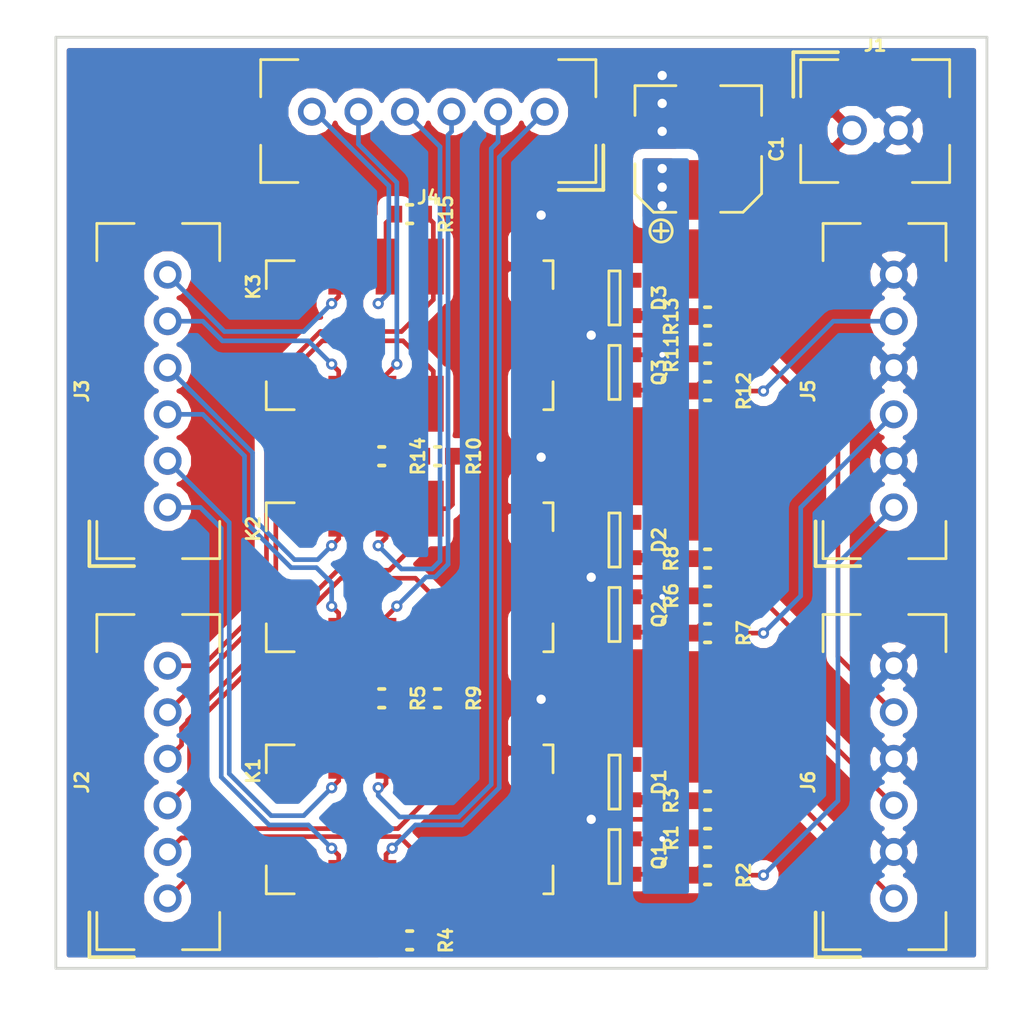
<source format=kicad_pcb>
(kicad_pcb (version 20160815) (host pcbnew "(2017-01-23 revision 1a05c8a5a)-master")

  (general
    (links 71)
    (no_connects 0)
    (area 87.924999 96.924999 138.075001 147.075001)
    (thickness 1.6)
    (drawings 4)
    (tracks 309)
    (zones 0)
    (modules 31)
    (nets 33)
  )

  (page A4)
  (layers
    (0 F.Cu signal)
    (31 B.Cu signal)
    (32 B.Adhes user)
    (33 F.Adhes user)
    (34 B.Paste user)
    (35 F.Paste user)
    (36 B.SilkS user)
    (37 F.SilkS user)
    (38 B.Mask user)
    (39 F.Mask user)
    (40 Dwgs.User user)
    (41 Cmts.User user)
    (42 Eco1.User user)
    (43 Eco2.User user)
    (44 Edge.Cuts user)
    (45 Margin user)
    (46 B.CrtYd user)
    (47 F.CrtYd user)
    (48 B.Fab user hide)
    (49 F.Fab user hide)
  )

  (setup
    (last_trace_width 0.25)
    (user_trace_width 0.25)
    (trace_clearance 0.15)
    (zone_clearance 0.508)
    (zone_45_only no)
    (trace_min 0.15)
    (segment_width 0.2)
    (edge_width 0.15)
    (via_size 0.6)
    (via_drill 0.3)
    (via_min_size 0.6)
    (via_min_drill 0.3)
    (user_via 0.6 0.3)
    (uvia_size 0.3)
    (uvia_drill 0.1)
    (uvias_allowed no)
    (uvia_min_size 0.2)
    (uvia_min_drill 0.1)
    (pcb_text_width 0.3)
    (pcb_text_size 1.5 1.5)
    (mod_edge_width 0.15)
    (mod_text_size 1 1)
    (mod_text_width 0.15)
    (pad_size 1.524 1.524)
    (pad_drill 0.762)
    (pad_to_mask_clearance 0.2)
    (aux_axis_origin 88 97)
    (grid_origin 88 97)
    (visible_elements FFFFFF7F)
    (pcbplotparams
      (layerselection 0x00030_80000001)
      (usegerberextensions false)
      (excludeedgelayer true)
      (linewidth 0.100000)
      (plotframeref false)
      (viasonmask false)
      (mode 1)
      (useauxorigin false)
      (hpglpennumber 1)
      (hpglpenspeed 20)
      (hpglpendiameter 15)
      (psnegative false)
      (psa4output false)
      (plotreference true)
      (plotvalue true)
      (plotinvisibletext false)
      (padsonsilk false)
      (subtractmaskfromsilk false)
      (outputformat 1)
      (mirror false)
      (drillshape 1)
      (scaleselection 1)
      (outputdirectory ""))
  )

  (net 0 "")
  (net 1 COM)
  (net 2 +12V)
  (net 3 /INT1+)
  (net 4 /INT1-)
  (net 5 /INT2+)
  (net 6 /INT2-)
  (net 7 /INT3+)
  (net 8 /INT3-)
  (net 9 /REM1+)
  (net 10 /REM1-)
  (net 11 /REM2+)
  (net 12 /REM2-)
  (net 13 /REM3+)
  (net 14 /REM3-)
  (net 15 /OUT1+)
  (net 16 /OUT1-)
  (net 17 /OUT2+)
  (net 18 /OUT2-)
  (net 19 /OUT3+)
  (net 20 /OUT3-)
  (net 21 /EN1+)
  (net 22 /EN2+)
  (net 23 /EN3+)
  (net 24 /LED1+)
  (net 25 /LED2+)
  (net 26 /LED3+)
  (net 27 "Net-(D1-PadC)")
  (net 28 "Net-(D2-PadC)")
  (net 29 "Net-(D3-PadC)")
  (net 30 "Net-(Q1-PadB)")
  (net 31 "Net-(Q2-PadB)")
  (net 32 "Net-(Q3-PadB)")

  (net_class Default "This is the default net class."
    (clearance 0.15)
    (trace_width 0.25)
    (via_dia 0.6)
    (via_drill 0.3)
    (uvia_dia 0.3)
    (uvia_drill 0.1)
    (add_net /EN1+)
    (add_net /EN2+)
    (add_net /EN3+)
    (add_net /INT1+)
    (add_net /INT1-)
    (add_net /INT2+)
    (add_net /INT2-)
    (add_net /INT3+)
    (add_net /INT3-)
    (add_net /LED1+)
    (add_net /LED2+)
    (add_net /LED3+)
    (add_net /OUT1+)
    (add_net /OUT1-)
    (add_net /OUT2+)
    (add_net /OUT2-)
    (add_net /OUT3+)
    (add_net /OUT3-)
    (add_net /REM1+)
    (add_net /REM1-)
    (add_net /REM2+)
    (add_net /REM2-)
    (add_net /REM3+)
    (add_net /REM3-)
    (add_net "Net-(D1-PadC)")
    (add_net "Net-(D2-PadC)")
    (add_net "Net-(D3-PadC)")
    (add_net "Net-(Q1-PadB)")
    (add_net "Net-(Q2-PadB)")
    (add_net "Net-(Q3-PadB)")
  )

  (net_class Power ""
    (clearance 0.2)
    (trace_width 0.5)
    (via_dia 0.9)
    (via_drill 0.5)
    (uvia_dia 0.3)
    (uvia_drill 0.1)
    (add_net +12V)
    (add_net COM)
  )

  (module libs:SMD-CP-6.3 (layer F.Cu) (tedit 572FC0AB) (tstamp 5893FBFE)
    (at 122.5 103 90)
    (path /5887BFF9)
    (fp_text reference C1 (at 0 4.2 270) (layer F.SilkS)
      (effects (font (size 0.7 0.7) (thickness 0.15)))
    )
    (fp_text value 10u (at 0 4.2 90) (layer F.Fab) hide
      (effects (font (size 0.7 0.7) (thickness 0.15)))
    )
    (fp_line (start -3.8 1.2) (end -3.8 2.6) (layer F.CrtYd) (width 0.05))
    (fp_line (start -4.2 1.2) (end -3.8 1.2) (layer F.CrtYd) (width 0.05))
    (fp_line (start -4.2 -1.2) (end -4.2 1.2) (layer F.CrtYd) (width 0.05))
    (fp_line (start -3.8 -1.2) (end -4.2 -1.2) (layer F.CrtYd) (width 0.05))
    (fp_line (start -3.8 -2.6) (end -3.8 -1.2) (layer F.CrtYd) (width 0.05))
    (fp_line (start 3.8 -1.2) (end 3.8 -3.8) (layer F.CrtYd) (width 0.05))
    (fp_line (start 4.2 -1.2) (end 3.8 -1.2) (layer F.CrtYd) (width 0.05))
    (fp_line (start 4.2 1.2) (end 4.2 -1.2) (layer F.CrtYd) (width 0.05))
    (fp_line (start 3.8 1.2) (end 4.2 1.2) (layer F.CrtYd) (width 0.05))
    (fp_line (start 3.8 3.8) (end 3.8 1.2) (layer F.CrtYd) (width 0.05))
    (fp_line (start -2.6 3.8) (end 3.8 3.8) (layer F.CrtYd) (width 0.05))
    (fp_line (start -3.8 2.6) (end -2.6 3.8) (layer F.CrtYd) (width 0.05))
    (fp_line (start -2.6 -3.8) (end -3.8 -2.6) (layer F.CrtYd) (width 0.05))
    (fp_line (start 3.8 -3.8) (end -2.6 -3.8) (layer F.CrtYd) (width 0.05))
    (fp_circle (center -2.4 -2) (end -1.6 -1.8) (layer F.Fab) (width 0.1))
    (fp_text user + (at -2.4 -2.1 90) (layer F.Fab)
      (effects (font (size 1.5 1.5) (thickness 0.15)))
    )
    (fp_line (start 3.4 -3.4) (end 3.4 3.4) (layer F.Fab) (width 0.1))
    (fp_line (start -2.4 -3.4) (end 3.4 -3.4) (layer F.Fab) (width 0.1))
    (fp_line (start -3.4 -2.4) (end -2.4 -3.4) (layer F.Fab) (width 0.1))
    (fp_line (start -3.4 2.4) (end -3.4 -2.4) (layer F.Fab) (width 0.1))
    (fp_line (start -2.4 3.4) (end -3.4 2.4) (layer F.Fab) (width 0.1))
    (fp_line (start 3.4 3.4) (end -2.4 3.4) (layer F.Fab) (width 0.1))
    (fp_circle (center -4.4 -2) (end -5 -2) (layer F.SilkS) (width 0.15))
    (fp_text user + (at -4.4 -2.075 90) (layer F.SilkS)
      (effects (font (size 1 1) (thickness 0.15)))
    )
    (fp_line (start -2.4 -3.4) (end -0.8 -3.4) (layer F.SilkS) (width 0.15))
    (fp_line (start -3.4 -2.4) (end -2.4 -3.4) (layer F.SilkS) (width 0.15))
    (fp_line (start -3.4 -1.2) (end -3.4 -2.4) (layer F.SilkS) (width 0.15))
    (fp_line (start -2.4 3.4) (end -0.4 3.4) (layer F.SilkS) (width 0.15))
    (fp_line (start -3.4 2.4) (end -3.4 1.2) (layer F.SilkS) (width 0.15))
    (fp_line (start -2.4 3.4) (end -3.4 2.4) (layer F.SilkS) (width 0.15))
    (fp_text user %R (at 0 0.2 90) (layer F.Fab)
      (effects (font (size 1.5 1.5) (thickness 0.15)))
    )
    (fp_line (start 3.4 3.4) (end 1.8 3.4) (layer F.SilkS) (width 0.15))
    (fp_line (start 3.4 3.4) (end 3.4 1.2) (layer F.SilkS) (width 0.15))
    (fp_line (start 3.4 -3.4) (end 1.8 -3.4) (layer F.SilkS) (width 0.15))
    (fp_line (start 3.4 -3.4) (end 3.4 -1.2) (layer F.SilkS) (width 0.15))
    (pad + smd rect (at -2.2 0 90) (size 3.2 1.6) (layers F.Cu F.Paste F.Mask)
      (net 2 +12V))
    (pad - smd rect (at 2.2 0 90) (size 3.2 1.6) (layers F.Cu F.Paste F.Mask)
      (net 1 COM))
  )

  (module libs:JST-XH-2-PTH-TOP (layer F.Cu) (tedit 57D7DE16) (tstamp 5893FC76)
    (at 132 102)
    (path /5887B678)
    (fp_text reference J1 (at 0 -4.6) (layer F.SilkS)
      (effects (font (size 0.7 0.7) (thickness 0.15)))
    )
    (fp_text value POWER (at 0 -0.5) (layer F.Fab) hide
      (effects (font (size 1 1) (thickness 0.15)))
    )
    (fp_line (start -4.4 -4.2) (end -2 -4.2) (layer F.SilkS) (width 0.2))
    (fp_line (start -4.4 -4.2) (end -4.4 -1.8) (layer F.SilkS) (width 0.2))
    (fp_line (start -4 -3.8) (end -4 -1.8) (layer F.SilkS) (width 0.15))
    (fp_line (start -2 -3.8) (end -4 -3.8) (layer F.SilkS) (width 0.15))
    (fp_line (start 4 -3.8) (end 2 -3.8) (layer F.SilkS) (width 0.15))
    (fp_line (start 4 -1.8) (end 4 -3.8) (layer F.SilkS) (width 0.15))
    (fp_line (start 4 2.8) (end 4 0.8) (layer F.SilkS) (width 0.15))
    (fp_line (start 2 2.8) (end 4 2.8) (layer F.SilkS) (width 0.15))
    (fp_line (start -4 2.8) (end -2 2.8) (layer F.SilkS) (width 0.15))
    (fp_line (start -4 0.8) (end -4 2.8) (layer F.SilkS) (width 0.15))
    (fp_text user %R (at 0 0) (layer F.Fab)
      (effects (font (size 1 1) (thickness 0.15)))
    )
    (fp_circle (center -3 -2.8) (end -2.7 -2.8) (layer F.Fab) (width 0.6))
    (fp_line (start -4 2) (end 4 2) (layer F.Fab) (width 0.1))
    (fp_line (start -4 2.8) (end -4 -3.8) (layer F.Fab) (width 0.1))
    (fp_line (start 4 2.8) (end -4 2.8) (layer F.Fab) (width 0.1))
    (fp_line (start 4 -3.8) (end 4 2.8) (layer F.Fab) (width 0.1))
    (fp_line (start -4 -3.8) (end 4 -3.8) (layer F.Fab) (width 0.1))
    (fp_line (start -4 2.8) (end -4 -3.8) (layer F.CrtYd) (width 0.05))
    (fp_line (start 4 2.8) (end -4 2.8) (layer F.CrtYd) (width 0.05))
    (fp_line (start 4 -3.8) (end 4 2.8) (layer F.CrtYd) (width 0.05))
    (fp_line (start -4 -3.8) (end 4 -3.8) (layer F.CrtYd) (width 0.05))
    (pad 1 thru_hole circle (at -1.25 0) (size 1.6 1.6) (drill 1) (layers *.Cu *.Mask)
      (net 2 +12V))
    (pad 2 thru_hole circle (at 1.25 0) (size 1.6 1.6) (drill 1) (layers *.Cu *.Mask)
      (net 1 COM))
  )

  (module libs:JST-XH-6-PTH-TOP (layer F.Cu) (tedit 5893C83D) (tstamp 5893FC95)
    (at 94 137 90)
    (path /58872032)
    (fp_text reference J2 (at 0 -4.6 90) (layer F.SilkS)
      (effects (font (size 0.7 0.7) (thickness 0.15)))
    )
    (fp_text value INTERNAL (at 0 -0.5 90) (layer F.Fab) hide
      (effects (font (size 1 1) (thickness 0.15)))
    )
    (fp_line (start -9.4 -4.2) (end -7 -4.2) (layer F.SilkS) (width 0.2))
    (fp_line (start -9.4 -4.2) (end -9.4 -1.8) (layer F.SilkS) (width 0.2))
    (fp_line (start -9 -3.8) (end -9 -1.8) (layer F.SilkS) (width 0.15))
    (fp_line (start -7 -3.8) (end -9 -3.8) (layer F.SilkS) (width 0.15))
    (fp_line (start 9 -3.8) (end 7 -3.8) (layer F.SilkS) (width 0.15))
    (fp_line (start 9 -1.8) (end 9 -3.8) (layer F.SilkS) (width 0.15))
    (fp_line (start 9 2.8) (end 9 0.8) (layer F.SilkS) (width 0.15))
    (fp_line (start 7 2.8) (end 9 2.8) (layer F.SilkS) (width 0.15))
    (fp_line (start -9 2.8) (end -7 2.8) (layer F.SilkS) (width 0.15))
    (fp_line (start -9 0.8) (end -9 2.8) (layer F.SilkS) (width 0.15))
    (fp_text user %R (at 0 0 90) (layer F.Fab)
      (effects (font (size 1 1) (thickness 0.15)))
    )
    (fp_circle (center -8 -2.8) (end -7.7 -2.8) (layer F.Fab) (width 0.6))
    (fp_line (start -9 2) (end 9 2) (layer F.Fab) (width 0.1))
    (fp_line (start -9 2.8) (end -9 -3.8) (layer F.Fab) (width 0.1))
    (fp_line (start 9 2.8) (end -9 2.8) (layer F.Fab) (width 0.1))
    (fp_line (start 9 -3.8) (end 9 2.8) (layer F.Fab) (width 0.1))
    (fp_line (start -9 -3.8) (end 9 -3.8) (layer F.Fab) (width 0.1))
    (fp_line (start -9 2.8) (end -9 -3.8) (layer F.CrtYd) (width 0.05))
    (fp_line (start 9 2.8) (end -9 2.8) (layer F.CrtYd) (width 0.05))
    (fp_line (start 9 -3.8) (end 9 2.8) (layer F.CrtYd) (width 0.05))
    (fp_line (start -9 -3.8) (end 9 -3.8) (layer F.CrtYd) (width 0.05))
    (pad 1 thru_hole circle (at -6.25 0 90) (size 1.5 1.5) (drill 0.9) (layers *.Cu *.Mask)
      (net 3 /INT1+))
    (pad 2 thru_hole circle (at -3.75 0 90) (size 1.5 1.5) (drill 0.9) (layers *.Cu *.Mask)
      (net 4 /INT1-))
    (pad 3 thru_hole circle (at -1.25 0 90) (size 1.5 1.5) (drill 0.9) (layers *.Cu *.Mask)
      (net 5 /INT2+))
    (pad 4 thru_hole circle (at 1.25 0 90) (size 1.5 1.5) (drill 0.9) (layers *.Cu *.Mask)
      (net 6 /INT2-))
    (pad 5 thru_hole circle (at 3.75 0 90) (size 1.5 1.5) (drill 0.9) (layers *.Cu *.Mask)
      (net 7 /INT3+))
    (pad 6 thru_hole circle (at 6.25 0 90) (size 1.5 1.5) (drill 0.9) (layers *.Cu *.Mask)
      (net 8 /INT3-))
  )

  (module libs:JST-XH-6-PTH-TOP (layer F.Cu) (tedit 5893C83D) (tstamp 5893FCB4)
    (at 94 116 90)
    (path /58871F6C)
    (fp_text reference J3 (at 0 -4.6 90) (layer F.SilkS)
      (effects (font (size 0.7 0.7) (thickness 0.15)))
    )
    (fp_text value REMOTE (at 0 -0.5 90) (layer F.Fab) hide
      (effects (font (size 1 1) (thickness 0.15)))
    )
    (fp_line (start -9.4 -4.2) (end -7 -4.2) (layer F.SilkS) (width 0.2))
    (fp_line (start -9.4 -4.2) (end -9.4 -1.8) (layer F.SilkS) (width 0.2))
    (fp_line (start -9 -3.8) (end -9 -1.8) (layer F.SilkS) (width 0.15))
    (fp_line (start -7 -3.8) (end -9 -3.8) (layer F.SilkS) (width 0.15))
    (fp_line (start 9 -3.8) (end 7 -3.8) (layer F.SilkS) (width 0.15))
    (fp_line (start 9 -1.8) (end 9 -3.8) (layer F.SilkS) (width 0.15))
    (fp_line (start 9 2.8) (end 9 0.8) (layer F.SilkS) (width 0.15))
    (fp_line (start 7 2.8) (end 9 2.8) (layer F.SilkS) (width 0.15))
    (fp_line (start -9 2.8) (end -7 2.8) (layer F.SilkS) (width 0.15))
    (fp_line (start -9 0.8) (end -9 2.8) (layer F.SilkS) (width 0.15))
    (fp_text user %R (at 0 0 90) (layer F.Fab)
      (effects (font (size 1 1) (thickness 0.15)))
    )
    (fp_circle (center -8 -2.8) (end -7.7 -2.8) (layer F.Fab) (width 0.6))
    (fp_line (start -9 2) (end 9 2) (layer F.Fab) (width 0.1))
    (fp_line (start -9 2.8) (end -9 -3.8) (layer F.Fab) (width 0.1))
    (fp_line (start 9 2.8) (end -9 2.8) (layer F.Fab) (width 0.1))
    (fp_line (start 9 -3.8) (end 9 2.8) (layer F.Fab) (width 0.1))
    (fp_line (start -9 -3.8) (end 9 -3.8) (layer F.Fab) (width 0.1))
    (fp_line (start -9 2.8) (end -9 -3.8) (layer F.CrtYd) (width 0.05))
    (fp_line (start 9 2.8) (end -9 2.8) (layer F.CrtYd) (width 0.05))
    (fp_line (start 9 -3.8) (end 9 2.8) (layer F.CrtYd) (width 0.05))
    (fp_line (start -9 -3.8) (end 9 -3.8) (layer F.CrtYd) (width 0.05))
    (pad 1 thru_hole circle (at -6.25 0 90) (size 1.5 1.5) (drill 0.9) (layers *.Cu *.Mask)
      (net 9 /REM1+))
    (pad 2 thru_hole circle (at -3.75 0 90) (size 1.5 1.5) (drill 0.9) (layers *.Cu *.Mask)
      (net 10 /REM1-))
    (pad 3 thru_hole circle (at -1.25 0 90) (size 1.5 1.5) (drill 0.9) (layers *.Cu *.Mask)
      (net 11 /REM2+))
    (pad 4 thru_hole circle (at 1.25 0 90) (size 1.5 1.5) (drill 0.9) (layers *.Cu *.Mask)
      (net 12 /REM2-))
    (pad 5 thru_hole circle (at 3.75 0 90) (size 1.5 1.5) (drill 0.9) (layers *.Cu *.Mask)
      (net 13 /REM3+))
    (pad 6 thru_hole circle (at 6.25 0 90) (size 1.5 1.5) (drill 0.9) (layers *.Cu *.Mask)
      (net 14 /REM3-))
  )

  (module libs:JST-XH-6-PTH-TOP (layer F.Cu) (tedit 5893C83D) (tstamp 5893FCD3)
    (at 108 101 180)
    (path /58872081)
    (fp_text reference J4 (at 0 -4.6 180) (layer F.SilkS)
      (effects (font (size 0.7 0.7) (thickness 0.15)))
    )
    (fp_text value SENSEOUT (at 0 -0.5 180) (layer F.Fab) hide
      (effects (font (size 1 1) (thickness 0.15)))
    )
    (fp_line (start -9.4 -4.2) (end -7 -4.2) (layer F.SilkS) (width 0.2))
    (fp_line (start -9.4 -4.2) (end -9.4 -1.8) (layer F.SilkS) (width 0.2))
    (fp_line (start -9 -3.8) (end -9 -1.8) (layer F.SilkS) (width 0.15))
    (fp_line (start -7 -3.8) (end -9 -3.8) (layer F.SilkS) (width 0.15))
    (fp_line (start 9 -3.8) (end 7 -3.8) (layer F.SilkS) (width 0.15))
    (fp_line (start 9 -1.8) (end 9 -3.8) (layer F.SilkS) (width 0.15))
    (fp_line (start 9 2.8) (end 9 0.8) (layer F.SilkS) (width 0.15))
    (fp_line (start 7 2.8) (end 9 2.8) (layer F.SilkS) (width 0.15))
    (fp_line (start -9 2.8) (end -7 2.8) (layer F.SilkS) (width 0.15))
    (fp_line (start -9 0.8) (end -9 2.8) (layer F.SilkS) (width 0.15))
    (fp_text user %R (at 0 0 180) (layer F.Fab)
      (effects (font (size 1 1) (thickness 0.15)))
    )
    (fp_circle (center -8 -2.8) (end -7.7 -2.8) (layer F.Fab) (width 0.6))
    (fp_line (start -9 2) (end 9 2) (layer F.Fab) (width 0.1))
    (fp_line (start -9 2.8) (end -9 -3.8) (layer F.Fab) (width 0.1))
    (fp_line (start 9 2.8) (end -9 2.8) (layer F.Fab) (width 0.1))
    (fp_line (start 9 -3.8) (end 9 2.8) (layer F.Fab) (width 0.1))
    (fp_line (start -9 -3.8) (end 9 -3.8) (layer F.Fab) (width 0.1))
    (fp_line (start -9 2.8) (end -9 -3.8) (layer F.CrtYd) (width 0.05))
    (fp_line (start 9 2.8) (end -9 2.8) (layer F.CrtYd) (width 0.05))
    (fp_line (start 9 -3.8) (end 9 2.8) (layer F.CrtYd) (width 0.05))
    (fp_line (start -9 -3.8) (end 9 -3.8) (layer F.CrtYd) (width 0.05))
    (pad 1 thru_hole circle (at -6.25 0 180) (size 1.5 1.5) (drill 0.9) (layers *.Cu *.Mask)
      (net 15 /OUT1+))
    (pad 2 thru_hole circle (at -3.75 0 180) (size 1.5 1.5) (drill 0.9) (layers *.Cu *.Mask)
      (net 16 /OUT1-))
    (pad 3 thru_hole circle (at -1.25 0 180) (size 1.5 1.5) (drill 0.9) (layers *.Cu *.Mask)
      (net 17 /OUT2+))
    (pad 4 thru_hole circle (at 1.25 0 180) (size 1.5 1.5) (drill 0.9) (layers *.Cu *.Mask)
      (net 18 /OUT2-))
    (pad 5 thru_hole circle (at 3.75 0 180) (size 1.5 1.5) (drill 0.9) (layers *.Cu *.Mask)
      (net 19 /OUT3+))
    (pad 6 thru_hole circle (at 6.25 0 180) (size 1.5 1.5) (drill 0.9) (layers *.Cu *.Mask)
      (net 20 /OUT3-))
  )

  (module libs:JST-XH-6-PTH-TOP (layer F.Cu) (tedit 5893C83D) (tstamp 5893FCF2)
    (at 133 116 90)
    (path /588765BC)
    (fp_text reference J5 (at 0 -4.6 90) (layer F.SilkS)
      (effects (font (size 0.7 0.7) (thickness 0.15)))
    )
    (fp_text value ENABLE (at 0 -0.5 90) (layer F.Fab) hide
      (effects (font (size 1 1) (thickness 0.15)))
    )
    (fp_line (start -9.4 -4.2) (end -7 -4.2) (layer F.SilkS) (width 0.2))
    (fp_line (start -9.4 -4.2) (end -9.4 -1.8) (layer F.SilkS) (width 0.2))
    (fp_line (start -9 -3.8) (end -9 -1.8) (layer F.SilkS) (width 0.15))
    (fp_line (start -7 -3.8) (end -9 -3.8) (layer F.SilkS) (width 0.15))
    (fp_line (start 9 -3.8) (end 7 -3.8) (layer F.SilkS) (width 0.15))
    (fp_line (start 9 -1.8) (end 9 -3.8) (layer F.SilkS) (width 0.15))
    (fp_line (start 9 2.8) (end 9 0.8) (layer F.SilkS) (width 0.15))
    (fp_line (start 7 2.8) (end 9 2.8) (layer F.SilkS) (width 0.15))
    (fp_line (start -9 2.8) (end -7 2.8) (layer F.SilkS) (width 0.15))
    (fp_line (start -9 0.8) (end -9 2.8) (layer F.SilkS) (width 0.15))
    (fp_text user %R (at 0 0 90) (layer F.Fab)
      (effects (font (size 1 1) (thickness 0.15)))
    )
    (fp_circle (center -8 -2.8) (end -7.7 -2.8) (layer F.Fab) (width 0.6))
    (fp_line (start -9 2) (end 9 2) (layer F.Fab) (width 0.1))
    (fp_line (start -9 2.8) (end -9 -3.8) (layer F.Fab) (width 0.1))
    (fp_line (start 9 2.8) (end -9 2.8) (layer F.Fab) (width 0.1))
    (fp_line (start 9 -3.8) (end 9 2.8) (layer F.Fab) (width 0.1))
    (fp_line (start -9 -3.8) (end 9 -3.8) (layer F.Fab) (width 0.1))
    (fp_line (start -9 2.8) (end -9 -3.8) (layer F.CrtYd) (width 0.05))
    (fp_line (start 9 2.8) (end -9 2.8) (layer F.CrtYd) (width 0.05))
    (fp_line (start 9 -3.8) (end 9 2.8) (layer F.CrtYd) (width 0.05))
    (fp_line (start -9 -3.8) (end 9 -3.8) (layer F.CrtYd) (width 0.05))
    (pad 1 thru_hole circle (at -6.25 0 90) (size 1.5 1.5) (drill 0.9) (layers *.Cu *.Mask)
      (net 21 /EN1+))
    (pad 2 thru_hole circle (at -3.75 0 90) (size 1.5 1.5) (drill 0.9) (layers *.Cu *.Mask)
      (net 1 COM))
    (pad 3 thru_hole circle (at -1.25 0 90) (size 1.5 1.5) (drill 0.9) (layers *.Cu *.Mask)
      (net 22 /EN2+))
    (pad 4 thru_hole circle (at 1.25 0 90) (size 1.5 1.5) (drill 0.9) (layers *.Cu *.Mask)
      (net 1 COM))
    (pad 5 thru_hole circle (at 3.75 0 90) (size 1.5 1.5) (drill 0.9) (layers *.Cu *.Mask)
      (net 23 /EN3+))
    (pad 6 thru_hole circle (at 6.25 0 90) (size 1.5 1.5) (drill 0.9) (layers *.Cu *.Mask)
      (net 1 COM))
  )

  (module libs:JST-XH-6-PTH-TOP (layer F.Cu) (tedit 5893C83D) (tstamp 5893FD11)
    (at 133 137 90)
    (path /588764FB)
    (fp_text reference J6 (at 0 -4.6 90) (layer F.SilkS)
      (effects (font (size 0.7 0.7) (thickness 0.15)))
    )
    (fp_text value LED (at 0 -0.5 90) (layer F.Fab) hide
      (effects (font (size 1 1) (thickness 0.15)))
    )
    (fp_line (start -9.4 -4.2) (end -7 -4.2) (layer F.SilkS) (width 0.2))
    (fp_line (start -9.4 -4.2) (end -9.4 -1.8) (layer F.SilkS) (width 0.2))
    (fp_line (start -9 -3.8) (end -9 -1.8) (layer F.SilkS) (width 0.15))
    (fp_line (start -7 -3.8) (end -9 -3.8) (layer F.SilkS) (width 0.15))
    (fp_line (start 9 -3.8) (end 7 -3.8) (layer F.SilkS) (width 0.15))
    (fp_line (start 9 -1.8) (end 9 -3.8) (layer F.SilkS) (width 0.15))
    (fp_line (start 9 2.8) (end 9 0.8) (layer F.SilkS) (width 0.15))
    (fp_line (start 7 2.8) (end 9 2.8) (layer F.SilkS) (width 0.15))
    (fp_line (start -9 2.8) (end -7 2.8) (layer F.SilkS) (width 0.15))
    (fp_line (start -9 0.8) (end -9 2.8) (layer F.SilkS) (width 0.15))
    (fp_text user %R (at 0 0 90) (layer F.Fab)
      (effects (font (size 1 1) (thickness 0.15)))
    )
    (fp_circle (center -8 -2.8) (end -7.7 -2.8) (layer F.Fab) (width 0.6))
    (fp_line (start -9 2) (end 9 2) (layer F.Fab) (width 0.1))
    (fp_line (start -9 2.8) (end -9 -3.8) (layer F.Fab) (width 0.1))
    (fp_line (start 9 2.8) (end -9 2.8) (layer F.Fab) (width 0.1))
    (fp_line (start 9 -3.8) (end 9 2.8) (layer F.Fab) (width 0.1))
    (fp_line (start -9 -3.8) (end 9 -3.8) (layer F.Fab) (width 0.1))
    (fp_line (start -9 2.8) (end -9 -3.8) (layer F.CrtYd) (width 0.05))
    (fp_line (start 9 2.8) (end -9 2.8) (layer F.CrtYd) (width 0.05))
    (fp_line (start 9 -3.8) (end 9 2.8) (layer F.CrtYd) (width 0.05))
    (fp_line (start -9 -3.8) (end 9 -3.8) (layer F.CrtYd) (width 0.05))
    (pad 1 thru_hole circle (at -6.25 0 90) (size 1.5 1.5) (drill 0.9) (layers *.Cu *.Mask)
      (net 24 /LED1+))
    (pad 2 thru_hole circle (at -3.75 0 90) (size 1.5 1.5) (drill 0.9) (layers *.Cu *.Mask)
      (net 1 COM))
    (pad 3 thru_hole circle (at -1.25 0 90) (size 1.5 1.5) (drill 0.9) (layers *.Cu *.Mask)
      (net 25 /LED2+))
    (pad 4 thru_hole circle (at 1.25 0 90) (size 1.5 1.5) (drill 0.9) (layers *.Cu *.Mask)
      (net 1 COM))
    (pad 5 thru_hole circle (at 3.75 0 90) (size 1.5 1.5) (drill 0.9) (layers *.Cu *.Mask)
      (net 26 /LED3+))
    (pad 6 thru_hole circle (at 6.25 0 90) (size 1.5 1.5) (drill 0.9) (layers *.Cu *.Mask)
      (net 1 COM))
  )

  (module libs:RELAY-EE2-NU (layer F.Cu) (tedit 55DC83D6) (tstamp 5893FD2E)
    (at 107 139 180)
    (path /58873986)
    (fp_text reference K1 (at 8.4 2.6 270) (layer F.SilkS)
      (effects (font (size 0.7 0.7) (thickness 0.15)))
    )
    (fp_text value RELAY-DPDT-EE2-SPLIT (at -6.35 -4.183 180) (layer F.Fab) hide
      (effects (font (size 1 1) (thickness 0.15)))
    )
    (fp_text user %R (at 0 0 180) (layer F.Fab)
      (effects (font (size 1.5 1.5) (thickness 0.15)))
    )
    (fp_line (start -7.5 3.8) (end -7.5 -3.8) (layer F.Fab) (width 0.1))
    (fp_line (start 7.5 3.8) (end -7.5 3.8) (layer F.Fab) (width 0.1))
    (fp_line (start 7.5 -3.8) (end 7.5 3.8) (layer F.Fab) (width 0.1))
    (fp_line (start -7.5 -3.8) (end 7.5 -3.8) (layer F.Fab) (width 0.1))
    (fp_line (start 7.7 -4) (end 6.2 -4) (layer F.SilkS) (width 0.15))
    (fp_line (start 7.7 4) (end 6.2 4) (layer F.SilkS) (width 0.15))
    (fp_line (start 7.7 -4) (end 7.7 -2.5) (layer F.SilkS) (width 0.15))
    (fp_line (start 7.7 4) (end 7.7 2.5) (layer F.SilkS) (width 0.15))
    (fp_line (start -7.7 -4) (end -7.7 -2.5) (layer F.SilkS) (width 0.15))
    (fp_line (start -7.2 -4) (end -7.7 -4) (layer F.SilkS) (width 0.15))
    (fp_line (start -7.7 4) (end -7.7 2.5) (layer F.SilkS) (width 0.15))
    (fp_line (start -7.2 4) (end -7.7 4) (layer F.SilkS) (width 0.15))
    (fp_line (start 7.8 5.5) (end -7.8 5.5) (layer F.CrtYd) (width 0.05))
    (fp_line (start 7.8 -5.5) (end 7.8 5.5) (layer F.CrtYd) (width 0.05))
    (fp_line (start -7.8 -5.5) (end 7.8 -5.5) (layer F.CrtYd) (width 0.05))
    (fp_line (start -7.8 5.5) (end -7.8 -5.5) (layer F.CrtYd) (width 0.05))
    (pad 1 smd rect (at -6.35 -3.683 180) (size 1.11 3) (layers F.Cu F.Paste F.Mask)
      (net 27 "Net-(D1-PadC)"))
    (pad 3 smd rect (at -1.27 -3.683 180) (size 1.11 3) (layers F.Cu F.Paste F.Mask)
      (net 3 /INT1+))
    (pad 4 smd rect (at 1.27 -3.683 180) (size 1.11 3) (layers F.Cu F.Paste F.Mask)
      (net 15 /OUT1+))
    (pad 5 smd rect (at 3.81 -3.683 180) (size 1.11 3) (layers F.Cu F.Paste F.Mask)
      (net 9 /REM1+))
    (pad 8 smd rect (at 3.81 3.683 180) (size 1.11 3) (layers F.Cu F.Paste F.Mask)
      (net 10 /REM1-))
    (pad 9 smd rect (at 1.27 3.683 180) (size 1.11 3) (layers F.Cu F.Paste F.Mask)
      (net 16 /OUT1-))
    (pad 10 smd rect (at -1.27 3.683 180) (size 1.11 3) (layers F.Cu F.Paste F.Mask)
      (net 4 /INT1-))
    (pad 12 smd rect (at -6.35 3.683 180) (size 1.11 3) (layers F.Cu F.Paste F.Mask)
      (net 1 COM))
  )

  (module libs:RELAY-EE2-NU (layer F.Cu) (tedit 55DC83D6) (tstamp 5893FD4B)
    (at 107 126 180)
    (path /58877DE7)
    (fp_text reference K2 (at 8.4 2.6 270) (layer F.SilkS)
      (effects (font (size 0.7 0.7) (thickness 0.15)))
    )
    (fp_text value RELAY-DPDT-EE2-SPLIT (at -6.35 -4.183 180) (layer F.Fab) hide
      (effects (font (size 1 1) (thickness 0.15)))
    )
    (fp_text user %R (at 0 0 180) (layer F.Fab)
      (effects (font (size 1.5 1.5) (thickness 0.15)))
    )
    (fp_line (start -7.5 3.8) (end -7.5 -3.8) (layer F.Fab) (width 0.1))
    (fp_line (start 7.5 3.8) (end -7.5 3.8) (layer F.Fab) (width 0.1))
    (fp_line (start 7.5 -3.8) (end 7.5 3.8) (layer F.Fab) (width 0.1))
    (fp_line (start -7.5 -3.8) (end 7.5 -3.8) (layer F.Fab) (width 0.1))
    (fp_line (start 7.7 -4) (end 6.2 -4) (layer F.SilkS) (width 0.15))
    (fp_line (start 7.7 4) (end 6.2 4) (layer F.SilkS) (width 0.15))
    (fp_line (start 7.7 -4) (end 7.7 -2.5) (layer F.SilkS) (width 0.15))
    (fp_line (start 7.7 4) (end 7.7 2.5) (layer F.SilkS) (width 0.15))
    (fp_line (start -7.7 -4) (end -7.7 -2.5) (layer F.SilkS) (width 0.15))
    (fp_line (start -7.2 -4) (end -7.7 -4) (layer F.SilkS) (width 0.15))
    (fp_line (start -7.7 4) (end -7.7 2.5) (layer F.SilkS) (width 0.15))
    (fp_line (start -7.2 4) (end -7.7 4) (layer F.SilkS) (width 0.15))
    (fp_line (start 7.8 5.5) (end -7.8 5.5) (layer F.CrtYd) (width 0.05))
    (fp_line (start 7.8 -5.5) (end 7.8 5.5) (layer F.CrtYd) (width 0.05))
    (fp_line (start -7.8 -5.5) (end 7.8 -5.5) (layer F.CrtYd) (width 0.05))
    (fp_line (start -7.8 5.5) (end -7.8 -5.5) (layer F.CrtYd) (width 0.05))
    (pad 1 smd rect (at -6.35 -3.683 180) (size 1.11 3) (layers F.Cu F.Paste F.Mask)
      (net 28 "Net-(D2-PadC)"))
    (pad 3 smd rect (at -1.27 -3.683 180) (size 1.11 3) (layers F.Cu F.Paste F.Mask)
      (net 5 /INT2+))
    (pad 4 smd rect (at 1.27 -3.683 180) (size 1.11 3) (layers F.Cu F.Paste F.Mask)
      (net 17 /OUT2+))
    (pad 5 smd rect (at 3.81 -3.683 180) (size 1.11 3) (layers F.Cu F.Paste F.Mask)
      (net 11 /REM2+))
    (pad 8 smd rect (at 3.81 3.683 180) (size 1.11 3) (layers F.Cu F.Paste F.Mask)
      (net 12 /REM2-))
    (pad 9 smd rect (at 1.27 3.683 180) (size 1.11 3) (layers F.Cu F.Paste F.Mask)
      (net 18 /OUT2-))
    (pad 10 smd rect (at -1.27 3.683 180) (size 1.11 3) (layers F.Cu F.Paste F.Mask)
      (net 6 /INT2-))
    (pad 12 smd rect (at -6.35 3.683 180) (size 1.11 3) (layers F.Cu F.Paste F.Mask)
      (net 1 COM))
  )

  (module libs:RELAY-EE2-NU (layer F.Cu) (tedit 55DC83D6) (tstamp 5893FD68)
    (at 107 113 180)
    (path /58878220)
    (fp_text reference K3 (at 8.4 2.6 270) (layer F.SilkS)
      (effects (font (size 0.7 0.7) (thickness 0.15)))
    )
    (fp_text value RELAY-DPDT-EE2-SPLIT (at -6.35 -4.183 180) (layer F.Fab) hide
      (effects (font (size 1 1) (thickness 0.15)))
    )
    (fp_text user %R (at 0 0 180) (layer F.Fab)
      (effects (font (size 1.5 1.5) (thickness 0.15)))
    )
    (fp_line (start -7.5 3.8) (end -7.5 -3.8) (layer F.Fab) (width 0.1))
    (fp_line (start 7.5 3.8) (end -7.5 3.8) (layer F.Fab) (width 0.1))
    (fp_line (start 7.5 -3.8) (end 7.5 3.8) (layer F.Fab) (width 0.1))
    (fp_line (start -7.5 -3.8) (end 7.5 -3.8) (layer F.Fab) (width 0.1))
    (fp_line (start 7.7 -4) (end 6.2 -4) (layer F.SilkS) (width 0.15))
    (fp_line (start 7.7 4) (end 6.2 4) (layer F.SilkS) (width 0.15))
    (fp_line (start 7.7 -4) (end 7.7 -2.5) (layer F.SilkS) (width 0.15))
    (fp_line (start 7.7 4) (end 7.7 2.5) (layer F.SilkS) (width 0.15))
    (fp_line (start -7.7 -4) (end -7.7 -2.5) (layer F.SilkS) (width 0.15))
    (fp_line (start -7.2 -4) (end -7.7 -4) (layer F.SilkS) (width 0.15))
    (fp_line (start -7.7 4) (end -7.7 2.5) (layer F.SilkS) (width 0.15))
    (fp_line (start -7.2 4) (end -7.7 4) (layer F.SilkS) (width 0.15))
    (fp_line (start 7.8 5.5) (end -7.8 5.5) (layer F.CrtYd) (width 0.05))
    (fp_line (start 7.8 -5.5) (end 7.8 5.5) (layer F.CrtYd) (width 0.05))
    (fp_line (start -7.8 -5.5) (end 7.8 -5.5) (layer F.CrtYd) (width 0.05))
    (fp_line (start -7.8 5.5) (end -7.8 -5.5) (layer F.CrtYd) (width 0.05))
    (pad 1 smd rect (at -6.35 -3.683 180) (size 1.11 3) (layers F.Cu F.Paste F.Mask)
      (net 29 "Net-(D3-PadC)"))
    (pad 3 smd rect (at -1.27 -3.683 180) (size 1.11 3) (layers F.Cu F.Paste F.Mask)
      (net 7 /INT3+))
    (pad 4 smd rect (at 1.27 -3.683 180) (size 1.11 3) (layers F.Cu F.Paste F.Mask)
      (net 19 /OUT3+))
    (pad 5 smd rect (at 3.81 -3.683 180) (size 1.11 3) (layers F.Cu F.Paste F.Mask)
      (net 13 /REM3+))
    (pad 8 smd rect (at 3.81 3.683 180) (size 1.11 3) (layers F.Cu F.Paste F.Mask)
      (net 14 /REM3-))
    (pad 9 smd rect (at 1.27 3.683 180) (size 1.11 3) (layers F.Cu F.Paste F.Mask)
      (net 20 /OUT3-))
    (pad 10 smd rect (at -1.27 3.683 180) (size 1.11 3) (layers F.Cu F.Paste F.Mask)
      (net 8 /INT3-))
    (pad 12 smd rect (at -6.35 3.683 180) (size 1.11 3) (layers F.Cu F.Paste F.Mask)
      (net 1 COM))
  )

  (module libs:SOT-23-BJT (layer F.Cu) (tedit 55DC9463) (tstamp 5893FD85)
    (at 118 141 90)
    (path /5887A83E)
    (fp_text reference Q1 (at 0 2.4 90) (layer F.SilkS)
      (effects (font (size 0.7 0.7) (thickness 0.15)))
    )
    (fp_text value 3906 (at 0 0 90) (layer F.SilkS) hide
      (effects (font (size 0.81 0.81) (thickness 0.15)))
    )
    (fp_line (start -0.35 -0.6) (end -0.35 -1.4) (layer F.Fab) (width 0.1))
    (fp_line (start -0.35 -1.4) (end 0.35 -1.4) (layer F.Fab) (width 0.1))
    (fp_line (start 0.35 -1.4) (end 0.35 -0.6) (layer F.Fab) (width 0.1))
    (fp_line (start 0.6 0.6) (end 0.6 1.4) (layer F.Fab) (width 0.1))
    (fp_line (start 0.6 1.4) (end 1.3 1.4) (layer F.Fab) (width 0.1))
    (fp_line (start 1.3 1.4) (end 1.3 0.6) (layer F.Fab) (width 0.1))
    (fp_line (start -1.7 0.6) (end 1.7 0.6) (layer F.Fab) (width 0.1))
    (fp_line (start 1.7 0.6) (end 1.7 -0.6) (layer F.Fab) (width 0.1))
    (fp_line (start 1.7 -0.6) (end -1.7 -0.6) (layer F.Fab) (width 0.1))
    (fp_line (start -1.7 -0.6) (end -1.7 0.6) (layer F.Fab) (width 0.1))
    (fp_line (start -1.3 0.6) (end -1.3 1.4) (layer F.Fab) (width 0.1))
    (fp_line (start -1.3 1.4) (end -0.6 1.4) (layer F.Fab) (width 0.1))
    (fp_line (start -0.6 1.4) (end -0.6 0.6) (layer F.Fab) (width 0.1))
    (fp_text user %R (at 0 0 90) (layer F.Fab)
      (effects (font (size 0.7 0.7) (thickness 0.07)))
    )
    (fp_line (start -1.45 -0.3) (end 1.45 -0.3) (layer F.SilkS) (width 0.15))
    (fp_line (start 1.45 -0.3) (end 1.45 0.3) (layer F.SilkS) (width 0.15))
    (fp_line (start 1.45 0.3) (end -1.45 0.3) (layer F.SilkS) (width 0.15))
    (fp_line (start -1.45 0.3) (end -1.45 -0.3) (layer F.SilkS) (width 0.15))
    (fp_line (start -1.7 -1.7) (end 1.7 -1.7) (layer F.CrtYd) (width 0.05))
    (fp_line (start 1.7 -1.7) (end 1.7 1.7) (layer F.CrtYd) (width 0.05))
    (fp_line (start 1.7 1.7) (end -1.7 1.7) (layer F.CrtYd) (width 0.05))
    (fp_line (start -1.7 1.7) (end -1.7 -1.7) (layer F.CrtYd) (width 0.05))
    (pad B smd rect (at -0.95 1 90) (size 0.8 0.9) (layers F.Cu F.Paste F.Mask)
      (net 30 "Net-(Q1-PadB)"))
    (pad E smd rect (at 0.95 1 90) (size 0.8 0.9) (layers F.Cu F.Paste F.Mask)
      (net 2 +12V))
    (pad C smd rect (at 0 -1 90) (size 0.8 0.9) (layers F.Cu F.Paste F.Mask)
      (net 27 "Net-(D1-PadC)"))
  )

  (module libs:SOT-23-BJT (layer F.Cu) (tedit 55DC9463) (tstamp 5893FDA2)
    (at 118 128 90)
    (path /5887A579)
    (fp_text reference Q2 (at 0 2.4 90) (layer F.SilkS)
      (effects (font (size 0.7 0.7) (thickness 0.15)))
    )
    (fp_text value 3906 (at 0 0 90) (layer F.SilkS) hide
      (effects (font (size 0.81 0.81) (thickness 0.15)))
    )
    (fp_line (start -0.35 -0.6) (end -0.35 -1.4) (layer F.Fab) (width 0.1))
    (fp_line (start -0.35 -1.4) (end 0.35 -1.4) (layer F.Fab) (width 0.1))
    (fp_line (start 0.35 -1.4) (end 0.35 -0.6) (layer F.Fab) (width 0.1))
    (fp_line (start 0.6 0.6) (end 0.6 1.4) (layer F.Fab) (width 0.1))
    (fp_line (start 0.6 1.4) (end 1.3 1.4) (layer F.Fab) (width 0.1))
    (fp_line (start 1.3 1.4) (end 1.3 0.6) (layer F.Fab) (width 0.1))
    (fp_line (start -1.7 0.6) (end 1.7 0.6) (layer F.Fab) (width 0.1))
    (fp_line (start 1.7 0.6) (end 1.7 -0.6) (layer F.Fab) (width 0.1))
    (fp_line (start 1.7 -0.6) (end -1.7 -0.6) (layer F.Fab) (width 0.1))
    (fp_line (start -1.7 -0.6) (end -1.7 0.6) (layer F.Fab) (width 0.1))
    (fp_line (start -1.3 0.6) (end -1.3 1.4) (layer F.Fab) (width 0.1))
    (fp_line (start -1.3 1.4) (end -0.6 1.4) (layer F.Fab) (width 0.1))
    (fp_line (start -0.6 1.4) (end -0.6 0.6) (layer F.Fab) (width 0.1))
    (fp_text user %R (at 0 0 90) (layer F.Fab)
      (effects (font (size 0.7 0.7) (thickness 0.07)))
    )
    (fp_line (start -1.45 -0.3) (end 1.45 -0.3) (layer F.SilkS) (width 0.15))
    (fp_line (start 1.45 -0.3) (end 1.45 0.3) (layer F.SilkS) (width 0.15))
    (fp_line (start 1.45 0.3) (end -1.45 0.3) (layer F.SilkS) (width 0.15))
    (fp_line (start -1.45 0.3) (end -1.45 -0.3) (layer F.SilkS) (width 0.15))
    (fp_line (start -1.7 -1.7) (end 1.7 -1.7) (layer F.CrtYd) (width 0.05))
    (fp_line (start 1.7 -1.7) (end 1.7 1.7) (layer F.CrtYd) (width 0.05))
    (fp_line (start 1.7 1.7) (end -1.7 1.7) (layer F.CrtYd) (width 0.05))
    (fp_line (start -1.7 1.7) (end -1.7 -1.7) (layer F.CrtYd) (width 0.05))
    (pad B smd rect (at -0.95 1 90) (size 0.8 0.9) (layers F.Cu F.Paste F.Mask)
      (net 31 "Net-(Q2-PadB)"))
    (pad E smd rect (at 0.95 1 90) (size 0.8 0.9) (layers F.Cu F.Paste F.Mask)
      (net 2 +12V))
    (pad C smd rect (at 0 -1 90) (size 0.8 0.9) (layers F.Cu F.Paste F.Mask)
      (net 28 "Net-(D2-PadC)"))
  )

  (module libs:SOT-23-BJT (layer F.Cu) (tedit 55DC9463) (tstamp 5893FDBF)
    (at 118 115 90)
    (path /58878200)
    (fp_text reference Q3 (at 0 2.4 90) (layer F.SilkS)
      (effects (font (size 0.7 0.7) (thickness 0.15)))
    )
    (fp_text value 3906 (at 0 0 90) (layer F.SilkS) hide
      (effects (font (size 0.81 0.81) (thickness 0.15)))
    )
    (fp_line (start -0.35 -0.6) (end -0.35 -1.4) (layer F.Fab) (width 0.1))
    (fp_line (start -0.35 -1.4) (end 0.35 -1.4) (layer F.Fab) (width 0.1))
    (fp_line (start 0.35 -1.4) (end 0.35 -0.6) (layer F.Fab) (width 0.1))
    (fp_line (start 0.6 0.6) (end 0.6 1.4) (layer F.Fab) (width 0.1))
    (fp_line (start 0.6 1.4) (end 1.3 1.4) (layer F.Fab) (width 0.1))
    (fp_line (start 1.3 1.4) (end 1.3 0.6) (layer F.Fab) (width 0.1))
    (fp_line (start -1.7 0.6) (end 1.7 0.6) (layer F.Fab) (width 0.1))
    (fp_line (start 1.7 0.6) (end 1.7 -0.6) (layer F.Fab) (width 0.1))
    (fp_line (start 1.7 -0.6) (end -1.7 -0.6) (layer F.Fab) (width 0.1))
    (fp_line (start -1.7 -0.6) (end -1.7 0.6) (layer F.Fab) (width 0.1))
    (fp_line (start -1.3 0.6) (end -1.3 1.4) (layer F.Fab) (width 0.1))
    (fp_line (start -1.3 1.4) (end -0.6 1.4) (layer F.Fab) (width 0.1))
    (fp_line (start -0.6 1.4) (end -0.6 0.6) (layer F.Fab) (width 0.1))
    (fp_text user %R (at 0 0 90) (layer F.Fab)
      (effects (font (size 0.7 0.7) (thickness 0.07)))
    )
    (fp_line (start -1.45 -0.3) (end 1.45 -0.3) (layer F.SilkS) (width 0.15))
    (fp_line (start 1.45 -0.3) (end 1.45 0.3) (layer F.SilkS) (width 0.15))
    (fp_line (start 1.45 0.3) (end -1.45 0.3) (layer F.SilkS) (width 0.15))
    (fp_line (start -1.45 0.3) (end -1.45 -0.3) (layer F.SilkS) (width 0.15))
    (fp_line (start -1.7 -1.7) (end 1.7 -1.7) (layer F.CrtYd) (width 0.05))
    (fp_line (start 1.7 -1.7) (end 1.7 1.7) (layer F.CrtYd) (width 0.05))
    (fp_line (start 1.7 1.7) (end -1.7 1.7) (layer F.CrtYd) (width 0.05))
    (fp_line (start -1.7 1.7) (end -1.7 -1.7) (layer F.CrtYd) (width 0.05))
    (pad B smd rect (at -0.95 1 90) (size 0.8 0.9) (layers F.Cu F.Paste F.Mask)
      (net 32 "Net-(Q3-PadB)"))
    (pad E smd rect (at 0.95 1 90) (size 0.8 0.9) (layers F.Cu F.Paste F.Mask)
      (net 2 +12V))
    (pad C smd rect (at 0 -1 90) (size 0.8 0.9) (layers F.Cu F.Paste F.Mask)
      (net 29 "Net-(D3-PadC)"))
  )

  (module libs:SMD-1608 (layer F.Cu) (tedit 55ED9268) (tstamp 5893FDD0)
    (at 123 140 90)
    (path /5887A84A)
    (fp_text reference R1 (at 0 -1.95 90) (layer F.SilkS)
      (effects (font (size 0.7 0.7) (thickness 0.15)))
    )
    (fp_text value 10k (at 0 0 180) (layer F.Fab) hide
      (effects (font (size 0.7 0.7) (thickness 0.15)))
    )
    (fp_line (start -0.75 -1.5) (end 0.75 -1.5) (layer F.Fab) (width 0.1))
    (fp_line (start 0.75 -1.5) (end 0.75 1.5) (layer F.Fab) (width 0.1))
    (fp_line (start 0.75 1.5) (end -0.75 1.5) (layer F.Fab) (width 0.1))
    (fp_line (start -0.75 1.5) (end -0.75 -1.5) (layer F.Fab) (width 0.1))
    (fp_text user %R (at 0 0 180) (layer F.Fab)
      (effects (font (size 1 1) (thickness 0.1)))
    )
    (fp_line (start 0.75 1.5) (end 0.75 -1.5) (layer F.CrtYd) (width 0.05))
    (fp_line (start 0.75 -1.5) (end -0.75 -1.5) (layer F.CrtYd) (width 0.05))
    (fp_line (start -0.75 -1.5) (end -0.75 1.5) (layer F.CrtYd) (width 0.05))
    (fp_line (start -0.75 1.5) (end 0.75 1.5) (layer F.CrtYd) (width 0.05))
    (fp_line (start -0.5 -0.15) (end -0.5 0.15) (layer F.SilkS) (width 0.2))
    (fp_line (start 0.5 -0.15) (end 0.5 0.15) (layer F.SilkS) (width 0.2))
    (pad 1 smd rect (at 0 -0.8 90) (size 0.9 0.8) (layers F.Cu F.Paste F.Mask)
      (net 2 +12V))
    (pad 2 smd rect (at 0 0.8 90) (size 0.9 0.8) (layers F.Cu F.Paste F.Mask)
      (net 30 "Net-(Q1-PadB)"))
  )

  (module libs:SMD-1608 (layer F.Cu) (tedit 55ED9268) (tstamp 5893FDE1)
    (at 123 142 270)
    (path /5887A844)
    (fp_text reference R2 (at 0 -1.95 270) (layer F.SilkS)
      (effects (font (size 0.7 0.7) (thickness 0.15)))
    )
    (fp_text value 10k (at 0 0) (layer F.Fab) hide
      (effects (font (size 0.7 0.7) (thickness 0.15)))
    )
    (fp_line (start -0.75 -1.5) (end 0.75 -1.5) (layer F.Fab) (width 0.1))
    (fp_line (start 0.75 -1.5) (end 0.75 1.5) (layer F.Fab) (width 0.1))
    (fp_line (start 0.75 1.5) (end -0.75 1.5) (layer F.Fab) (width 0.1))
    (fp_line (start -0.75 1.5) (end -0.75 -1.5) (layer F.Fab) (width 0.1))
    (fp_text user %R (at 0 0) (layer F.Fab)
      (effects (font (size 1 1) (thickness 0.1)))
    )
    (fp_line (start 0.75 1.5) (end 0.75 -1.5) (layer F.CrtYd) (width 0.05))
    (fp_line (start 0.75 -1.5) (end -0.75 -1.5) (layer F.CrtYd) (width 0.05))
    (fp_line (start -0.75 -1.5) (end -0.75 1.5) (layer F.CrtYd) (width 0.05))
    (fp_line (start -0.75 1.5) (end 0.75 1.5) (layer F.CrtYd) (width 0.05))
    (fp_line (start -0.5 -0.15) (end -0.5 0.15) (layer F.SilkS) (width 0.2))
    (fp_line (start 0.5 -0.15) (end 0.5 0.15) (layer F.SilkS) (width 0.2))
    (pad 1 smd rect (at 0 -0.8 270) (size 0.9 0.8) (layers F.Cu F.Paste F.Mask)
      (net 21 /EN1+))
    (pad 2 smd rect (at 0 0.8 270) (size 0.9 0.8) (layers F.Cu F.Paste F.Mask)
      (net 30 "Net-(Q1-PadB)"))
  )

  (module libs:SMD-1608 (layer F.Cu) (tedit 55ED9268) (tstamp 5893FDF2)
    (at 123 138 90)
    (path /5887A864)
    (fp_text reference R3 (at 0 -1.95 90) (layer F.SilkS)
      (effects (font (size 0.7 0.7) (thickness 0.15)))
    )
    (fp_text value 10k (at 0 0 180) (layer F.Fab) hide
      (effects (font (size 0.7 0.7) (thickness 0.15)))
    )
    (fp_line (start -0.75 -1.5) (end 0.75 -1.5) (layer F.Fab) (width 0.1))
    (fp_line (start 0.75 -1.5) (end 0.75 1.5) (layer F.Fab) (width 0.1))
    (fp_line (start 0.75 1.5) (end -0.75 1.5) (layer F.Fab) (width 0.1))
    (fp_line (start -0.75 1.5) (end -0.75 -1.5) (layer F.Fab) (width 0.1))
    (fp_text user %R (at 0 0 180) (layer F.Fab)
      (effects (font (size 1 1) (thickness 0.1)))
    )
    (fp_line (start 0.75 1.5) (end 0.75 -1.5) (layer F.CrtYd) (width 0.05))
    (fp_line (start 0.75 -1.5) (end -0.75 -1.5) (layer F.CrtYd) (width 0.05))
    (fp_line (start -0.75 -1.5) (end -0.75 1.5) (layer F.CrtYd) (width 0.05))
    (fp_line (start -0.75 1.5) (end 0.75 1.5) (layer F.CrtYd) (width 0.05))
    (fp_line (start -0.5 -0.15) (end -0.5 0.15) (layer F.SilkS) (width 0.2))
    (fp_line (start 0.5 -0.15) (end 0.5 0.15) (layer F.SilkS) (width 0.2))
    (pad 1 smd rect (at 0 -0.8 90) (size 0.9 0.8) (layers F.Cu F.Paste F.Mask)
      (net 27 "Net-(D1-PadC)"))
    (pad 2 smd rect (at 0 0.8 90) (size 0.9 0.8) (layers F.Cu F.Paste F.Mask)
      (net 24 /LED1+))
  )

  (module libs:SMD-1608 (layer F.Cu) (tedit 55ED9268) (tstamp 5893FE03)
    (at 107 145.5 270)
    (path /58872365)
    (fp_text reference R4 (at 0 -1.95 270) (layer F.SilkS)
      (effects (font (size 0.7 0.7) (thickness 0.15)))
    )
    (fp_text value 1k (at 0 0) (layer F.Fab) hide
      (effects (font (size 0.7 0.7) (thickness 0.15)))
    )
    (fp_line (start -0.75 -1.5) (end 0.75 -1.5) (layer F.Fab) (width 0.1))
    (fp_line (start 0.75 -1.5) (end 0.75 1.5) (layer F.Fab) (width 0.1))
    (fp_line (start 0.75 1.5) (end -0.75 1.5) (layer F.Fab) (width 0.1))
    (fp_line (start -0.75 1.5) (end -0.75 -1.5) (layer F.Fab) (width 0.1))
    (fp_text user %R (at 0 0) (layer F.Fab)
      (effects (font (size 1 1) (thickness 0.1)))
    )
    (fp_line (start 0.75 1.5) (end 0.75 -1.5) (layer F.CrtYd) (width 0.05))
    (fp_line (start 0.75 -1.5) (end -0.75 -1.5) (layer F.CrtYd) (width 0.05))
    (fp_line (start -0.75 -1.5) (end -0.75 1.5) (layer F.CrtYd) (width 0.05))
    (fp_line (start -0.75 1.5) (end 0.75 1.5) (layer F.CrtYd) (width 0.05))
    (fp_line (start -0.5 -0.15) (end -0.5 0.15) (layer F.SilkS) (width 0.2))
    (fp_line (start 0.5 -0.15) (end 0.5 0.15) (layer F.SilkS) (width 0.2))
    (pad 1 smd rect (at 0 -0.8 270) (size 0.9 0.8) (layers F.Cu F.Paste F.Mask)
      (net 3 /INT1+))
    (pad 2 smd rect (at 0 0.8 270) (size 0.9 0.8) (layers F.Cu F.Paste F.Mask)
      (net 15 /OUT1+))
  )

  (module libs:SMD-1608 (layer F.Cu) (tedit 55ED9268) (tstamp 5893FE14)
    (at 105.5 132.5 270)
    (path /58875AA5)
    (fp_text reference R5 (at 0 -1.95 270) (layer F.SilkS)
      (effects (font (size 0.7 0.7) (thickness 0.15)))
    )
    (fp_text value 1k (at 0 0) (layer F.Fab) hide
      (effects (font (size 0.7 0.7) (thickness 0.15)))
    )
    (fp_line (start -0.75 -1.5) (end 0.75 -1.5) (layer F.Fab) (width 0.1))
    (fp_line (start 0.75 -1.5) (end 0.75 1.5) (layer F.Fab) (width 0.1))
    (fp_line (start 0.75 1.5) (end -0.75 1.5) (layer F.Fab) (width 0.1))
    (fp_line (start -0.75 1.5) (end -0.75 -1.5) (layer F.Fab) (width 0.1))
    (fp_text user %R (at 0 0) (layer F.Fab)
      (effects (font (size 1 1) (thickness 0.1)))
    )
    (fp_line (start 0.75 1.5) (end 0.75 -1.5) (layer F.CrtYd) (width 0.05))
    (fp_line (start 0.75 -1.5) (end -0.75 -1.5) (layer F.CrtYd) (width 0.05))
    (fp_line (start -0.75 -1.5) (end -0.75 1.5) (layer F.CrtYd) (width 0.05))
    (fp_line (start -0.75 1.5) (end 0.75 1.5) (layer F.CrtYd) (width 0.05))
    (fp_line (start -0.5 -0.15) (end -0.5 0.15) (layer F.SilkS) (width 0.2))
    (fp_line (start 0.5 -0.15) (end 0.5 0.15) (layer F.SilkS) (width 0.2))
    (pad 1 smd rect (at 0 -0.8 270) (size 0.9 0.8) (layers F.Cu F.Paste F.Mask)
      (net 4 /INT1-))
    (pad 2 smd rect (at 0 0.8 270) (size 0.9 0.8) (layers F.Cu F.Paste F.Mask)
      (net 16 /OUT1-))
  )

  (module libs:SMD-1608 (layer F.Cu) (tedit 55ED9268) (tstamp 5893FE25)
    (at 123 127 90)
    (path /5887A585)
    (fp_text reference R6 (at 0 -1.95 90) (layer F.SilkS)
      (effects (font (size 0.7 0.7) (thickness 0.15)))
    )
    (fp_text value 10k (at 0 0 180) (layer F.Fab) hide
      (effects (font (size 0.7 0.7) (thickness 0.15)))
    )
    (fp_line (start -0.75 -1.5) (end 0.75 -1.5) (layer F.Fab) (width 0.1))
    (fp_line (start 0.75 -1.5) (end 0.75 1.5) (layer F.Fab) (width 0.1))
    (fp_line (start 0.75 1.5) (end -0.75 1.5) (layer F.Fab) (width 0.1))
    (fp_line (start -0.75 1.5) (end -0.75 -1.5) (layer F.Fab) (width 0.1))
    (fp_text user %R (at 0 0 180) (layer F.Fab)
      (effects (font (size 1 1) (thickness 0.1)))
    )
    (fp_line (start 0.75 1.5) (end 0.75 -1.5) (layer F.CrtYd) (width 0.05))
    (fp_line (start 0.75 -1.5) (end -0.75 -1.5) (layer F.CrtYd) (width 0.05))
    (fp_line (start -0.75 -1.5) (end -0.75 1.5) (layer F.CrtYd) (width 0.05))
    (fp_line (start -0.75 1.5) (end 0.75 1.5) (layer F.CrtYd) (width 0.05))
    (fp_line (start -0.5 -0.15) (end -0.5 0.15) (layer F.SilkS) (width 0.2))
    (fp_line (start 0.5 -0.15) (end 0.5 0.15) (layer F.SilkS) (width 0.2))
    (pad 1 smd rect (at 0 -0.8 90) (size 0.9 0.8) (layers F.Cu F.Paste F.Mask)
      (net 2 +12V))
    (pad 2 smd rect (at 0 0.8 90) (size 0.9 0.8) (layers F.Cu F.Paste F.Mask)
      (net 31 "Net-(Q2-PadB)"))
  )

  (module libs:SMD-1608 (layer F.Cu) (tedit 55ED9268) (tstamp 5893FE36)
    (at 123 129 270)
    (path /5887A57F)
    (fp_text reference R7 (at 0 -1.95 270) (layer F.SilkS)
      (effects (font (size 0.7 0.7) (thickness 0.15)))
    )
    (fp_text value 10k (at 0 0) (layer F.Fab) hide
      (effects (font (size 0.7 0.7) (thickness 0.15)))
    )
    (fp_line (start -0.75 -1.5) (end 0.75 -1.5) (layer F.Fab) (width 0.1))
    (fp_line (start 0.75 -1.5) (end 0.75 1.5) (layer F.Fab) (width 0.1))
    (fp_line (start 0.75 1.5) (end -0.75 1.5) (layer F.Fab) (width 0.1))
    (fp_line (start -0.75 1.5) (end -0.75 -1.5) (layer F.Fab) (width 0.1))
    (fp_text user %R (at 0 0) (layer F.Fab)
      (effects (font (size 1 1) (thickness 0.1)))
    )
    (fp_line (start 0.75 1.5) (end 0.75 -1.5) (layer F.CrtYd) (width 0.05))
    (fp_line (start 0.75 -1.5) (end -0.75 -1.5) (layer F.CrtYd) (width 0.05))
    (fp_line (start -0.75 -1.5) (end -0.75 1.5) (layer F.CrtYd) (width 0.05))
    (fp_line (start -0.75 1.5) (end 0.75 1.5) (layer F.CrtYd) (width 0.05))
    (fp_line (start -0.5 -0.15) (end -0.5 0.15) (layer F.SilkS) (width 0.2))
    (fp_line (start 0.5 -0.15) (end 0.5 0.15) (layer F.SilkS) (width 0.2))
    (pad 1 smd rect (at 0 -0.8 270) (size 0.9 0.8) (layers F.Cu F.Paste F.Mask)
      (net 22 /EN2+))
    (pad 2 smd rect (at 0 0.8 270) (size 0.9 0.8) (layers F.Cu F.Paste F.Mask)
      (net 31 "Net-(Q2-PadB)"))
  )

  (module libs:SMD-1608 (layer F.Cu) (tedit 55ED9268) (tstamp 5893FE47)
    (at 123 125 90)
    (path /5887A59F)
    (fp_text reference R8 (at 0 -1.95 90) (layer F.SilkS)
      (effects (font (size 0.7 0.7) (thickness 0.15)))
    )
    (fp_text value 10k (at 0 0 180) (layer F.Fab) hide
      (effects (font (size 0.7 0.7) (thickness 0.15)))
    )
    (fp_line (start -0.75 -1.5) (end 0.75 -1.5) (layer F.Fab) (width 0.1))
    (fp_line (start 0.75 -1.5) (end 0.75 1.5) (layer F.Fab) (width 0.1))
    (fp_line (start 0.75 1.5) (end -0.75 1.5) (layer F.Fab) (width 0.1))
    (fp_line (start -0.75 1.5) (end -0.75 -1.5) (layer F.Fab) (width 0.1))
    (fp_text user %R (at 0 0 180) (layer F.Fab)
      (effects (font (size 1 1) (thickness 0.1)))
    )
    (fp_line (start 0.75 1.5) (end 0.75 -1.5) (layer F.CrtYd) (width 0.05))
    (fp_line (start 0.75 -1.5) (end -0.75 -1.5) (layer F.CrtYd) (width 0.05))
    (fp_line (start -0.75 -1.5) (end -0.75 1.5) (layer F.CrtYd) (width 0.05))
    (fp_line (start -0.75 1.5) (end 0.75 1.5) (layer F.CrtYd) (width 0.05))
    (fp_line (start -0.5 -0.15) (end -0.5 0.15) (layer F.SilkS) (width 0.2))
    (fp_line (start 0.5 -0.15) (end 0.5 0.15) (layer F.SilkS) (width 0.2))
    (pad 1 smd rect (at 0 -0.8 90) (size 0.9 0.8) (layers F.Cu F.Paste F.Mask)
      (net 28 "Net-(D2-PadC)"))
    (pad 2 smd rect (at 0 0.8 90) (size 0.9 0.8) (layers F.Cu F.Paste F.Mask)
      (net 25 /LED2+))
  )

  (module libs:SMD-1608 (layer F.Cu) (tedit 55ED9268) (tstamp 5893FE58)
    (at 108.5 132.5 270)
    (path /58877DBB)
    (fp_text reference R9 (at 0 -1.95 270) (layer F.SilkS)
      (effects (font (size 0.7 0.7) (thickness 0.15)))
    )
    (fp_text value 1k (at 0 0) (layer F.Fab) hide
      (effects (font (size 0.7 0.7) (thickness 0.15)))
    )
    (fp_line (start -0.75 -1.5) (end 0.75 -1.5) (layer F.Fab) (width 0.1))
    (fp_line (start 0.75 -1.5) (end 0.75 1.5) (layer F.Fab) (width 0.1))
    (fp_line (start 0.75 1.5) (end -0.75 1.5) (layer F.Fab) (width 0.1))
    (fp_line (start -0.75 1.5) (end -0.75 -1.5) (layer F.Fab) (width 0.1))
    (fp_text user %R (at 0 0) (layer F.Fab)
      (effects (font (size 1 1) (thickness 0.1)))
    )
    (fp_line (start 0.75 1.5) (end 0.75 -1.5) (layer F.CrtYd) (width 0.05))
    (fp_line (start 0.75 -1.5) (end -0.75 -1.5) (layer F.CrtYd) (width 0.05))
    (fp_line (start -0.75 -1.5) (end -0.75 1.5) (layer F.CrtYd) (width 0.05))
    (fp_line (start -0.75 1.5) (end 0.75 1.5) (layer F.CrtYd) (width 0.05))
    (fp_line (start -0.5 -0.15) (end -0.5 0.15) (layer F.SilkS) (width 0.2))
    (fp_line (start 0.5 -0.15) (end 0.5 0.15) (layer F.SilkS) (width 0.2))
    (pad 1 smd rect (at 0 -0.8 270) (size 0.9 0.8) (layers F.Cu F.Paste F.Mask)
      (net 5 /INT2+))
    (pad 2 smd rect (at 0 0.8 270) (size 0.9 0.8) (layers F.Cu F.Paste F.Mask)
      (net 17 /OUT2+))
  )

  (module libs:SMD-1608 (layer F.Cu) (tedit 55ED9268) (tstamp 5893FE69)
    (at 108.5 119.5 270)
    (path /58877E1A)
    (fp_text reference R10 (at 0 -1.95 270) (layer F.SilkS)
      (effects (font (size 0.7 0.7) (thickness 0.15)))
    )
    (fp_text value 1k (at 0 0) (layer F.Fab) hide
      (effects (font (size 0.7 0.7) (thickness 0.15)))
    )
    (fp_line (start -0.75 -1.5) (end 0.75 -1.5) (layer F.Fab) (width 0.1))
    (fp_line (start 0.75 -1.5) (end 0.75 1.5) (layer F.Fab) (width 0.1))
    (fp_line (start 0.75 1.5) (end -0.75 1.5) (layer F.Fab) (width 0.1))
    (fp_line (start -0.75 1.5) (end -0.75 -1.5) (layer F.Fab) (width 0.1))
    (fp_text user %R (at 0 0) (layer F.Fab)
      (effects (font (size 1 1) (thickness 0.1)))
    )
    (fp_line (start 0.75 1.5) (end 0.75 -1.5) (layer F.CrtYd) (width 0.05))
    (fp_line (start 0.75 -1.5) (end -0.75 -1.5) (layer F.CrtYd) (width 0.05))
    (fp_line (start -0.75 -1.5) (end -0.75 1.5) (layer F.CrtYd) (width 0.05))
    (fp_line (start -0.75 1.5) (end 0.75 1.5) (layer F.CrtYd) (width 0.05))
    (fp_line (start -0.5 -0.15) (end -0.5 0.15) (layer F.SilkS) (width 0.2))
    (fp_line (start 0.5 -0.15) (end 0.5 0.15) (layer F.SilkS) (width 0.2))
    (pad 1 smd rect (at 0 -0.8 270) (size 0.9 0.8) (layers F.Cu F.Paste F.Mask)
      (net 6 /INT2-))
    (pad 2 smd rect (at 0 0.8 270) (size 0.9 0.8) (layers F.Cu F.Paste F.Mask)
      (net 18 /OUT2-))
  )

  (module libs:SMD-1608 (layer F.Cu) (tedit 55ED9268) (tstamp 5893FE7A)
    (at 123 114 90)
    (path /5887820C)
    (fp_text reference R11 (at 0 -1.95 90) (layer F.SilkS)
      (effects (font (size 0.7 0.7) (thickness 0.15)))
    )
    (fp_text value 10k (at 0 0 180) (layer F.Fab) hide
      (effects (font (size 0.7 0.7) (thickness 0.15)))
    )
    (fp_line (start -0.75 -1.5) (end 0.75 -1.5) (layer F.Fab) (width 0.1))
    (fp_line (start 0.75 -1.5) (end 0.75 1.5) (layer F.Fab) (width 0.1))
    (fp_line (start 0.75 1.5) (end -0.75 1.5) (layer F.Fab) (width 0.1))
    (fp_line (start -0.75 1.5) (end -0.75 -1.5) (layer F.Fab) (width 0.1))
    (fp_text user %R (at 0 0 180) (layer F.Fab)
      (effects (font (size 1 1) (thickness 0.1)))
    )
    (fp_line (start 0.75 1.5) (end 0.75 -1.5) (layer F.CrtYd) (width 0.05))
    (fp_line (start 0.75 -1.5) (end -0.75 -1.5) (layer F.CrtYd) (width 0.05))
    (fp_line (start -0.75 -1.5) (end -0.75 1.5) (layer F.CrtYd) (width 0.05))
    (fp_line (start -0.75 1.5) (end 0.75 1.5) (layer F.CrtYd) (width 0.05))
    (fp_line (start -0.5 -0.15) (end -0.5 0.15) (layer F.SilkS) (width 0.2))
    (fp_line (start 0.5 -0.15) (end 0.5 0.15) (layer F.SilkS) (width 0.2))
    (pad 1 smd rect (at 0 -0.8 90) (size 0.9 0.8) (layers F.Cu F.Paste F.Mask)
      (net 2 +12V))
    (pad 2 smd rect (at 0 0.8 90) (size 0.9 0.8) (layers F.Cu F.Paste F.Mask)
      (net 32 "Net-(Q3-PadB)"))
  )

  (module libs:SMD-1608 (layer F.Cu) (tedit 55ED9268) (tstamp 5893FE8B)
    (at 123 116 270)
    (path /58878206)
    (fp_text reference R12 (at 0 -1.95 270) (layer F.SilkS)
      (effects (font (size 0.7 0.7) (thickness 0.15)))
    )
    (fp_text value 10k (at 0 0) (layer F.Fab) hide
      (effects (font (size 0.7 0.7) (thickness 0.15)))
    )
    (fp_line (start -0.75 -1.5) (end 0.75 -1.5) (layer F.Fab) (width 0.1))
    (fp_line (start 0.75 -1.5) (end 0.75 1.5) (layer F.Fab) (width 0.1))
    (fp_line (start 0.75 1.5) (end -0.75 1.5) (layer F.Fab) (width 0.1))
    (fp_line (start -0.75 1.5) (end -0.75 -1.5) (layer F.Fab) (width 0.1))
    (fp_text user %R (at 0 0) (layer F.Fab)
      (effects (font (size 1 1) (thickness 0.1)))
    )
    (fp_line (start 0.75 1.5) (end 0.75 -1.5) (layer F.CrtYd) (width 0.05))
    (fp_line (start 0.75 -1.5) (end -0.75 -1.5) (layer F.CrtYd) (width 0.05))
    (fp_line (start -0.75 -1.5) (end -0.75 1.5) (layer F.CrtYd) (width 0.05))
    (fp_line (start -0.75 1.5) (end 0.75 1.5) (layer F.CrtYd) (width 0.05))
    (fp_line (start -0.5 -0.15) (end -0.5 0.15) (layer F.SilkS) (width 0.2))
    (fp_line (start 0.5 -0.15) (end 0.5 0.15) (layer F.SilkS) (width 0.2))
    (pad 1 smd rect (at 0 -0.8 270) (size 0.9 0.8) (layers F.Cu F.Paste F.Mask)
      (net 23 /EN3+))
    (pad 2 smd rect (at 0 0.8 270) (size 0.9 0.8) (layers F.Cu F.Paste F.Mask)
      (net 32 "Net-(Q3-PadB)"))
  )

  (module libs:SMD-1608 (layer F.Cu) (tedit 55ED9268) (tstamp 5893FE9C)
    (at 123 112 90)
    (path /58878232)
    (fp_text reference R13 (at 0 -1.95 90) (layer F.SilkS)
      (effects (font (size 0.7 0.7) (thickness 0.15)))
    )
    (fp_text value 10k (at 0 0 180) (layer F.Fab) hide
      (effects (font (size 0.7 0.7) (thickness 0.15)))
    )
    (fp_line (start -0.75 -1.5) (end 0.75 -1.5) (layer F.Fab) (width 0.1))
    (fp_line (start 0.75 -1.5) (end 0.75 1.5) (layer F.Fab) (width 0.1))
    (fp_line (start 0.75 1.5) (end -0.75 1.5) (layer F.Fab) (width 0.1))
    (fp_line (start -0.75 1.5) (end -0.75 -1.5) (layer F.Fab) (width 0.1))
    (fp_text user %R (at 0 0 180) (layer F.Fab)
      (effects (font (size 1 1) (thickness 0.1)))
    )
    (fp_line (start 0.75 1.5) (end 0.75 -1.5) (layer F.CrtYd) (width 0.05))
    (fp_line (start 0.75 -1.5) (end -0.75 -1.5) (layer F.CrtYd) (width 0.05))
    (fp_line (start -0.75 -1.5) (end -0.75 1.5) (layer F.CrtYd) (width 0.05))
    (fp_line (start -0.75 1.5) (end 0.75 1.5) (layer F.CrtYd) (width 0.05))
    (fp_line (start -0.5 -0.15) (end -0.5 0.15) (layer F.SilkS) (width 0.2))
    (fp_line (start 0.5 -0.15) (end 0.5 0.15) (layer F.SilkS) (width 0.2))
    (pad 1 smd rect (at 0 -0.8 90) (size 0.9 0.8) (layers F.Cu F.Paste F.Mask)
      (net 29 "Net-(D3-PadC)"))
    (pad 2 smd rect (at 0 0.8 90) (size 0.9 0.8) (layers F.Cu F.Paste F.Mask)
      (net 26 /LED3+))
  )

  (module libs:SMD-1608 (layer F.Cu) (tedit 55ED9268) (tstamp 5893FEAD)
    (at 105.5 119.5 270)
    (path /588781F4)
    (fp_text reference R14 (at 0 -1.95 270) (layer F.SilkS)
      (effects (font (size 0.7 0.7) (thickness 0.15)))
    )
    (fp_text value 1k (at 0 0) (layer F.Fab) hide
      (effects (font (size 0.7 0.7) (thickness 0.15)))
    )
    (fp_line (start -0.75 -1.5) (end 0.75 -1.5) (layer F.Fab) (width 0.1))
    (fp_line (start 0.75 -1.5) (end 0.75 1.5) (layer F.Fab) (width 0.1))
    (fp_line (start 0.75 1.5) (end -0.75 1.5) (layer F.Fab) (width 0.1))
    (fp_line (start -0.75 1.5) (end -0.75 -1.5) (layer F.Fab) (width 0.1))
    (fp_text user %R (at 0 0) (layer F.Fab)
      (effects (font (size 1 1) (thickness 0.1)))
    )
    (fp_line (start 0.75 1.5) (end 0.75 -1.5) (layer F.CrtYd) (width 0.05))
    (fp_line (start 0.75 -1.5) (end -0.75 -1.5) (layer F.CrtYd) (width 0.05))
    (fp_line (start -0.75 -1.5) (end -0.75 1.5) (layer F.CrtYd) (width 0.05))
    (fp_line (start -0.75 1.5) (end 0.75 1.5) (layer F.CrtYd) (width 0.05))
    (fp_line (start -0.5 -0.15) (end -0.5 0.15) (layer F.SilkS) (width 0.2))
    (fp_line (start 0.5 -0.15) (end 0.5 0.15) (layer F.SilkS) (width 0.2))
    (pad 1 smd rect (at 0 -0.8 270) (size 0.9 0.8) (layers F.Cu F.Paste F.Mask)
      (net 7 /INT3+))
    (pad 2 smd rect (at 0 0.8 270) (size 0.9 0.8) (layers F.Cu F.Paste F.Mask)
      (net 19 /OUT3+))
  )

  (module libs:SMD-1608 (layer F.Cu) (tedit 55ED9268) (tstamp 5893FEBE)
    (at 107 106.5 270)
    (path /58878253)
    (fp_text reference R15 (at 0 -1.95 270) (layer F.SilkS)
      (effects (font (size 0.7 0.7) (thickness 0.15)))
    )
    (fp_text value 1k (at 0 0) (layer F.Fab) hide
      (effects (font (size 0.7 0.7) (thickness 0.15)))
    )
    (fp_line (start -0.75 -1.5) (end 0.75 -1.5) (layer F.Fab) (width 0.1))
    (fp_line (start 0.75 -1.5) (end 0.75 1.5) (layer F.Fab) (width 0.1))
    (fp_line (start 0.75 1.5) (end -0.75 1.5) (layer F.Fab) (width 0.1))
    (fp_line (start -0.75 1.5) (end -0.75 -1.5) (layer F.Fab) (width 0.1))
    (fp_text user %R (at 0 0) (layer F.Fab)
      (effects (font (size 1 1) (thickness 0.1)))
    )
    (fp_line (start 0.75 1.5) (end 0.75 -1.5) (layer F.CrtYd) (width 0.05))
    (fp_line (start 0.75 -1.5) (end -0.75 -1.5) (layer F.CrtYd) (width 0.05))
    (fp_line (start -0.75 -1.5) (end -0.75 1.5) (layer F.CrtYd) (width 0.05))
    (fp_line (start -0.75 1.5) (end 0.75 1.5) (layer F.CrtYd) (width 0.05))
    (fp_line (start -0.5 -0.15) (end -0.5 0.15) (layer F.SilkS) (width 0.2))
    (fp_line (start 0.5 -0.15) (end 0.5 0.15) (layer F.SilkS) (width 0.2))
    (pad 1 smd rect (at 0 -0.8 270) (size 0.9 0.8) (layers F.Cu F.Paste F.Mask)
      (net 8 /INT3-))
    (pad 2 smd rect (at 0 0.8 270) (size 0.9 0.8) (layers F.Cu F.Paste F.Mask)
      (net 20 /OUT3-))
  )

  (module libs:SOT-23-DIODE (layer F.Cu) (tedit 5893D0DB) (tstamp 58942A2C)
    (at 118 137 90)
    (path /5887A858)
    (fp_text reference D1 (at 0 2.4 90) (layer F.SilkS)
      (effects (font (size 0.7 0.7) (thickness 0.15)))
    )
    (fp_text value 4148 (at 0 0 90) (layer F.SilkS) hide
      (effects (font (size 0.81 0.81) (thickness 0.15)))
    )
    (fp_line (start -0.35 -0.6) (end -0.35 -1.4) (layer F.Fab) (width 0.1))
    (fp_line (start -0.35 -1.4) (end 0.35 -1.4) (layer F.Fab) (width 0.1))
    (fp_line (start 0.35 -1.4) (end 0.35 -0.6) (layer F.Fab) (width 0.1))
    (fp_line (start 0.6 0.6) (end 0.6 1.4) (layer F.Fab) (width 0.1))
    (fp_line (start 0.6 1.4) (end 1.3 1.4) (layer F.Fab) (width 0.1))
    (fp_line (start 1.3 1.4) (end 1.3 0.6) (layer F.Fab) (width 0.1))
    (fp_line (start -1.7 0.6) (end 1.7 0.6) (layer F.Fab) (width 0.1))
    (fp_line (start 1.7 0.6) (end 1.7 -0.6) (layer F.Fab) (width 0.1))
    (fp_line (start 1.7 -0.6) (end -1.7 -0.6) (layer F.Fab) (width 0.1))
    (fp_line (start -1.7 -0.6) (end -1.7 0.6) (layer F.Fab) (width 0.1))
    (fp_line (start -1.3 0.6) (end -1.3 1.4) (layer F.Fab) (width 0.1))
    (fp_line (start -1.3 1.4) (end -0.6 1.4) (layer F.Fab) (width 0.1))
    (fp_line (start -0.6 1.4) (end -0.6 0.6) (layer F.Fab) (width 0.1))
    (fp_text user %R (at 0 0 90) (layer F.Fab)
      (effects (font (size 0.7 0.7) (thickness 0.07)))
    )
    (fp_line (start -1.45 -0.3) (end 1.45 -0.3) (layer F.SilkS) (width 0.15))
    (fp_line (start 1.45 -0.3) (end 1.45 0.3) (layer F.SilkS) (width 0.15))
    (fp_line (start 1.45 0.3) (end -1.45 0.3) (layer F.SilkS) (width 0.15))
    (fp_line (start -1.45 0.3) (end -1.45 -0.3) (layer F.SilkS) (width 0.15))
    (fp_line (start -1.7 -1.7) (end 1.7 -1.7) (layer F.CrtYd) (width 0.05))
    (fp_line (start 1.7 -1.7) (end 1.7 1.7) (layer F.CrtYd) (width 0.05))
    (fp_line (start 1.7 1.7) (end -1.7 1.7) (layer F.CrtYd) (width 0.05))
    (fp_line (start -1.7 1.7) (end -1.7 -1.7) (layer F.CrtYd) (width 0.05))
    (pad A smd rect (at -0.95 1 90) (size 0.8 0.9) (layers F.Cu F.Paste F.Mask)
      (net 1 COM))
    (pad "" smd rect (at 0.95 1 90) (size 0.8 0.9) (layers F.Cu F.Paste F.Mask))
    (pad C smd rect (at 0 -1 90) (size 0.8 0.9) (layers F.Cu F.Paste F.Mask)
      (net 27 "Net-(D1-PadC)"))
  )

  (module libs:SOT-23-DIODE (layer F.Cu) (tedit 5893D0DB) (tstamp 58942A48)
    (at 118 124 90)
    (path /5887A593)
    (fp_text reference D2 (at 0 2.4 90) (layer F.SilkS)
      (effects (font (size 0.7 0.7) (thickness 0.15)))
    )
    (fp_text value 4148 (at 0 0 90) (layer F.SilkS) hide
      (effects (font (size 0.81 0.81) (thickness 0.15)))
    )
    (fp_line (start -0.35 -0.6) (end -0.35 -1.4) (layer F.Fab) (width 0.1))
    (fp_line (start -0.35 -1.4) (end 0.35 -1.4) (layer F.Fab) (width 0.1))
    (fp_line (start 0.35 -1.4) (end 0.35 -0.6) (layer F.Fab) (width 0.1))
    (fp_line (start 0.6 0.6) (end 0.6 1.4) (layer F.Fab) (width 0.1))
    (fp_line (start 0.6 1.4) (end 1.3 1.4) (layer F.Fab) (width 0.1))
    (fp_line (start 1.3 1.4) (end 1.3 0.6) (layer F.Fab) (width 0.1))
    (fp_line (start -1.7 0.6) (end 1.7 0.6) (layer F.Fab) (width 0.1))
    (fp_line (start 1.7 0.6) (end 1.7 -0.6) (layer F.Fab) (width 0.1))
    (fp_line (start 1.7 -0.6) (end -1.7 -0.6) (layer F.Fab) (width 0.1))
    (fp_line (start -1.7 -0.6) (end -1.7 0.6) (layer F.Fab) (width 0.1))
    (fp_line (start -1.3 0.6) (end -1.3 1.4) (layer F.Fab) (width 0.1))
    (fp_line (start -1.3 1.4) (end -0.6 1.4) (layer F.Fab) (width 0.1))
    (fp_line (start -0.6 1.4) (end -0.6 0.6) (layer F.Fab) (width 0.1))
    (fp_text user %R (at 0 0 90) (layer F.Fab)
      (effects (font (size 0.7 0.7) (thickness 0.07)))
    )
    (fp_line (start -1.45 -0.3) (end 1.45 -0.3) (layer F.SilkS) (width 0.15))
    (fp_line (start 1.45 -0.3) (end 1.45 0.3) (layer F.SilkS) (width 0.15))
    (fp_line (start 1.45 0.3) (end -1.45 0.3) (layer F.SilkS) (width 0.15))
    (fp_line (start -1.45 0.3) (end -1.45 -0.3) (layer F.SilkS) (width 0.15))
    (fp_line (start -1.7 -1.7) (end 1.7 -1.7) (layer F.CrtYd) (width 0.05))
    (fp_line (start 1.7 -1.7) (end 1.7 1.7) (layer F.CrtYd) (width 0.05))
    (fp_line (start 1.7 1.7) (end -1.7 1.7) (layer F.CrtYd) (width 0.05))
    (fp_line (start -1.7 1.7) (end -1.7 -1.7) (layer F.CrtYd) (width 0.05))
    (pad A smd rect (at -0.95 1 90) (size 0.8 0.9) (layers F.Cu F.Paste F.Mask)
      (net 1 COM))
    (pad "" smd rect (at 0.95 1 90) (size 0.8 0.9) (layers F.Cu F.Paste F.Mask))
    (pad C smd rect (at 0 -1 90) (size 0.8 0.9) (layers F.Cu F.Paste F.Mask)
      (net 28 "Net-(D2-PadC)"))
  )

  (module libs:SOT-23-DIODE (layer F.Cu) (tedit 5893D0DB) (tstamp 58942A64)
    (at 118 111 90)
    (path /5887821A)
    (fp_text reference D3 (at 0 2.4 90) (layer F.SilkS)
      (effects (font (size 0.7 0.7) (thickness 0.15)))
    )
    (fp_text value 4148 (at 0 0 90) (layer F.SilkS) hide
      (effects (font (size 0.81 0.81) (thickness 0.15)))
    )
    (fp_line (start -0.35 -0.6) (end -0.35 -1.4) (layer F.Fab) (width 0.1))
    (fp_line (start -0.35 -1.4) (end 0.35 -1.4) (layer F.Fab) (width 0.1))
    (fp_line (start 0.35 -1.4) (end 0.35 -0.6) (layer F.Fab) (width 0.1))
    (fp_line (start 0.6 0.6) (end 0.6 1.4) (layer F.Fab) (width 0.1))
    (fp_line (start 0.6 1.4) (end 1.3 1.4) (layer F.Fab) (width 0.1))
    (fp_line (start 1.3 1.4) (end 1.3 0.6) (layer F.Fab) (width 0.1))
    (fp_line (start -1.7 0.6) (end 1.7 0.6) (layer F.Fab) (width 0.1))
    (fp_line (start 1.7 0.6) (end 1.7 -0.6) (layer F.Fab) (width 0.1))
    (fp_line (start 1.7 -0.6) (end -1.7 -0.6) (layer F.Fab) (width 0.1))
    (fp_line (start -1.7 -0.6) (end -1.7 0.6) (layer F.Fab) (width 0.1))
    (fp_line (start -1.3 0.6) (end -1.3 1.4) (layer F.Fab) (width 0.1))
    (fp_line (start -1.3 1.4) (end -0.6 1.4) (layer F.Fab) (width 0.1))
    (fp_line (start -0.6 1.4) (end -0.6 0.6) (layer F.Fab) (width 0.1))
    (fp_text user %R (at 0 0 90) (layer F.Fab)
      (effects (font (size 0.7 0.7) (thickness 0.07)))
    )
    (fp_line (start -1.45 -0.3) (end 1.45 -0.3) (layer F.SilkS) (width 0.15))
    (fp_line (start 1.45 -0.3) (end 1.45 0.3) (layer F.SilkS) (width 0.15))
    (fp_line (start 1.45 0.3) (end -1.45 0.3) (layer F.SilkS) (width 0.15))
    (fp_line (start -1.45 0.3) (end -1.45 -0.3) (layer F.SilkS) (width 0.15))
    (fp_line (start -1.7 -1.7) (end 1.7 -1.7) (layer F.CrtYd) (width 0.05))
    (fp_line (start 1.7 -1.7) (end 1.7 1.7) (layer F.CrtYd) (width 0.05))
    (fp_line (start 1.7 1.7) (end -1.7 1.7) (layer F.CrtYd) (width 0.05))
    (fp_line (start -1.7 1.7) (end -1.7 -1.7) (layer F.CrtYd) (width 0.05))
    (pad A smd rect (at -0.95 1 90) (size 0.8 0.9) (layers F.Cu F.Paste F.Mask)
      (net 1 COM))
    (pad "" smd rect (at 0.95 1 90) (size 0.8 0.9) (layers F.Cu F.Paste F.Mask))
    (pad C smd rect (at 0 -1 90) (size 0.8 0.9) (layers F.Cu F.Paste F.Mask)
      (net 29 "Net-(D3-PadC)"))
  )

  (gr_line (start 88 147) (end 88 97) (layer Edge.Cuts) (width 0.15))
  (gr_line (start 138 147) (end 88 147) (layer Edge.Cuts) (width 0.15))
  (gr_line (start 138 97) (end 138 147) (layer Edge.Cuts) (width 0.15))
  (gr_line (start 88 97) (end 138 97) (layer Edge.Cuts) (width 0.15))

  (segment (start 119 137.95) (end 117.8 137.95) (width 0.5) (layer F.Cu) (net 1))
  (segment (start 117.8 137.95) (end 116.75 139) (width 0.5) (layer F.Cu) (net 1))
  (via (at 116.75 139) (size 0.9) (drill 0.5) (layers F.Cu B.Cu) (net 1))
  (segment (start 119 111.95) (end 117.8 111.95) (width 0.5) (layer F.Cu) (net 1))
  (segment (start 117.8 111.95) (end 116.75 113) (width 0.5) (layer F.Cu) (net 1))
  (via (at 116.75 113) (size 0.9) (drill 0.5) (layers F.Cu B.Cu) (net 1))
  (segment (start 119 124.95) (end 117.8 124.95) (width 0.5) (layer F.Cu) (net 1))
  (segment (start 117.8 124.95) (end 116.75 126) (width 0.5) (layer F.Cu) (net 1))
  (via (at 116.75 126) (size 0.9) (drill 0.5) (layers F.Cu B.Cu) (net 1))
  (segment (start 113.35 135.317) (end 113.35 133.263879) (width 0.5) (layer F.Cu) (net 1))
  (segment (start 113.35 133.263879) (end 114.060836 132.553043) (width 0.5) (layer F.Cu) (net 1))
  (via (at 114.060836 132.553043) (size 0.9) (drill 0.5) (layers F.Cu B.Cu) (net 1))
  (segment (start 113.35 107.263879) (end 113.610837 107.003042) (width 0.5) (layer F.Cu) (net 1))
  (segment (start 113.35 109.317) (end 113.35 107.263879) (width 0.5) (layer F.Cu) (net 1))
  (segment (start 113.610837 107.003042) (end 114.060836 106.553043) (width 0.5) (layer F.Cu) (net 1))
  (via (at 114.060836 106.553043) (size 0.9) (drill 0.5) (layers F.Cu B.Cu) (net 1))
  (segment (start 113.35 122.317) (end 113.35 120.263879) (width 0.5) (layer F.Cu) (net 1))
  (segment (start 113.35 120.263879) (end 114.060836 119.553043) (width 0.5) (layer F.Cu) (net 1))
  (via (at 114.060836 119.553043) (size 0.9) (drill 0.5) (layers F.Cu B.Cu) (net 1))
  (segment (start 120.560836 99.053043) (end 120.753043 99.053043) (width 0.5) (layer F.Cu) (net 1))
  (segment (start 120.753043 99.053043) (end 122.5 100.8) (width 0.5) (layer F.Cu) (net 1))
  (segment (start 120.560836 102.053043) (end 121.246957 102.053043) (width 0.5) (layer F.Cu) (net 1))
  (segment (start 121.246957 102.053043) (end 122.5 100.8) (width 0.5) (layer F.Cu) (net 1))
  (via (at 120.560836 99.053043) (size 0.9) (drill 0.5) (layers F.Cu B.Cu) (net 1))
  (via (at 120.560836 102.053043) (size 0.9) (drill 0.5) (layers F.Cu B.Cu) (net 1))
  (segment (start 122.5 100.8) (end 120.807793 100.8) (width 0.5) (layer F.Cu) (net 1))
  (segment (start 120.807793 100.8) (end 120.560836 100.553043) (width 0.5) (layer F.Cu) (net 1))
  (via (at 120.560836 100.553043) (size 0.9) (drill 0.5) (layers F.Cu B.Cu) (net 1))
  (segment (start 120.560836 105.053043) (end 120.560836 106.053043) (width 0.5) (layer F.Cu) (net 2))
  (segment (start 120.560836 105.053043) (end 120.560836 104.053043) (width 0.5) (layer F.Cu) (net 2))
  (segment (start 122.5 105.2) (end 120.707793 105.2) (width 0.5) (layer F.Cu) (net 2))
  (segment (start 120.707793 105.2) (end 120.560836 105.053043) (width 0.5) (layer F.Cu) (net 2))
  (segment (start 120.560836 140.053043) (end 122.146957 140.053043) (width 0.25) (layer F.Cu) (net 2))
  (segment (start 122.146957 140.053043) (end 122.2 140) (width 0.25) (layer F.Cu) (net 2))
  (segment (start 119 140.05) (end 120.557793 140.05) (width 0.25) (layer F.Cu) (net 2))
  (segment (start 120.557793 140.05) (end 120.560836 140.053043) (width 0.25) (layer F.Cu) (net 2))
  (via (at 120.560836 140.053043) (size 0.6) (drill 0.3) (layers F.Cu B.Cu) (net 2))
  (segment (start 120.560836 127.053043) (end 122.146957 127.053043) (width 0.25) (layer F.Cu) (net 2))
  (segment (start 122.146957 127.053043) (end 122.2 127) (width 0.25) (layer F.Cu) (net 2))
  (segment (start 119 127.05) (end 120.557793 127.05) (width 0.25) (layer F.Cu) (net 2))
  (segment (start 120.557793 127.05) (end 120.560836 127.053043) (width 0.25) (layer F.Cu) (net 2))
  (via (at 120.560836 127.053043) (size 0.6) (drill 0.3) (layers F.Cu B.Cu) (net 2))
  (segment (start 120.560836 114.053043) (end 119.003043 114.053043) (width 0.25) (layer F.Cu) (net 2))
  (segment (start 119.003043 114.053043) (end 119 114.05) (width 0.25) (layer F.Cu) (net 2))
  (segment (start 120.560836 114.053043) (end 122.146957 114.053043) (width 0.25) (layer F.Cu) (net 2))
  (segment (start 122.146957 114.053043) (end 122.2 114) (width 0.25) (layer F.Cu) (net 2))
  (via (at 120.560836 114.053043) (size 0.6) (drill 0.3) (layers F.Cu B.Cu) (net 2))
  (segment (start 122.353043 105.053043) (end 122.5 105.2) (width 0.5) (layer F.Cu) (net 2))
  (via (at 120.560836 104.053043) (size 0.9) (drill 0.5) (layers F.Cu B.Cu) (net 2))
  (via (at 120.560836 106.053043) (size 0.9) (drill 0.5) (layers F.Cu B.Cu) (net 2))
  (via (at 120.560836 105.053043) (size 0.9) (drill 0.5) (layers F.Cu B.Cu) (net 2))
  (segment (start 94 143.25) (end 97.321958 139.928042) (width 0.25) (layer F.Cu) (net 3))
  (segment (start 97.321958 139.928042) (end 106.460042 139.928042) (width 0.25) (layer F.Cu) (net 3))
  (segment (start 106.460042 139.928042) (end 108.27 141.738) (width 0.25) (layer F.Cu) (net 3))
  (segment (start 108.27 141.738) (end 108.27 142.683) (width 0.25) (layer F.Cu) (net 3))
  (segment (start 108.27 142.683) (end 108.27 145.03) (width 0.25) (layer F.Cu) (net 3))
  (segment (start 108.27 145.03) (end 107.8 145.5) (width 0.25) (layer F.Cu) (net 3))
  (segment (start 106.365827 139.498052) (end 108.27 137.593879) (width 0.25) (layer F.Cu) (net 4))
  (segment (start 108.27 137.593879) (end 108.27 135.317) (width 0.25) (layer F.Cu) (net 4))
  (segment (start 97.143851 139.498052) (end 106.365827 139.498052) (width 0.25) (layer F.Cu) (net 4))
  (segment (start 94 140.75) (end 94.749999 140.000001) (width 0.25) (layer F.Cu) (net 4))
  (segment (start 94.749999 140.000001) (end 96.641903 140.000001) (width 0.25) (layer F.Cu) (net 4))
  (segment (start 96.641903 140.000001) (end 97.143851 139.498052) (width 0.25) (layer F.Cu) (net 4))
  (segment (start 108.27 136.262) (end 108.27 135.317) (width 0.25) (layer F.Cu) (net 4))
  (segment (start 106.3 132.5) (end 106.3 133.347) (width 0.25) (layer F.Cu) (net 4))
  (segment (start 106.3 133.347) (end 106.52 133.567) (width 0.25) (layer F.Cu) (net 4))
  (segment (start 106.52 133.567) (end 107.465 133.567) (width 0.25) (layer F.Cu) (net 4))
  (segment (start 107.465 133.567) (end 108.27 134.372) (width 0.25) (layer F.Cu) (net 4))
  (segment (start 108.27 134.372) (end 108.27 135.317) (width 0.25) (layer F.Cu) (net 4))
  (segment (start 103.310836 126.053043) (end 107.310836 126.053043) (width 0.25) (layer F.Cu) (net 5))
  (segment (start 107.310836 126.053043) (end 108.27 127.012207) (width 0.25) (layer F.Cu) (net 5))
  (segment (start 108.27 127.012207) (end 108.27 129.683) (width 0.25) (layer F.Cu) (net 5))
  (segment (start 94 138.25) (end 95.179989 137.070011) (width 0.25) (layer F.Cu) (net 5))
  (segment (start 95.179989 137.070011) (end 95.179989 134.269111) (width 0.25) (layer F.Cu) (net 5))
  (segment (start 95.179989 134.269111) (end 95.504992 133.944109) (width 0.25) (layer F.Cu) (net 5))
  (segment (start 95.504992 133.944109) (end 95.504992 133.858887) (width 0.25) (layer F.Cu) (net 5))
  (segment (start 95.504992 133.858887) (end 103.310836 126.053043) (width 0.25) (layer F.Cu) (net 5))
  (segment (start 109.3 132.5) (end 109.3 129.908) (width 0.25) (layer F.Cu) (net 5))
  (segment (start 109.3 129.908) (end 109.075 129.683) (width 0.25) (layer F.Cu) (net 5))
  (segment (start 109.075 129.683) (end 108.27 129.683) (width 0.25) (layer F.Cu) (net 5))
  (segment (start 105.908948 125.623052) (end 108.27 123.262) (width 0.25) (layer F.Cu) (net 6))
  (segment (start 103.132728 125.623052) (end 105.908948 125.623052) (width 0.25) (layer F.Cu) (net 6))
  (segment (start 94.749999 134.091003) (end 95.075001 133.766001) (width 0.25) (layer F.Cu) (net 6))
  (segment (start 108.27 123.262) (end 108.27 122.317) (width 0.25) (layer F.Cu) (net 6))
  (segment (start 94.749999 135.000001) (end 94.749999 134.091003) (width 0.25) (layer F.Cu) (net 6))
  (segment (start 94 135.75) (end 94.749999 135.000001) (width 0.25) (layer F.Cu) (net 6))
  (segment (start 95.075001 133.766001) (end 95.075001 133.680779) (width 0.25) (layer F.Cu) (net 6))
  (segment (start 95.075001 133.680779) (end 103.132728 125.623052) (width 0.25) (layer F.Cu) (net 6))
  (segment (start 109.3 119.5) (end 109.3 122.092) (width 0.25) (layer F.Cu) (net 6))
  (segment (start 109.3 122.092) (end 109.075 122.317) (width 0.25) (layer F.Cu) (net 6))
  (segment (start 109.075 122.317) (end 108.27 122.317) (width 0.25) (layer F.Cu) (net 6))
  (segment (start 102.310836 113.303043) (end 106.640043 113.303043) (width 0.25) (layer F.Cu) (net 7))
  (segment (start 106.640043 113.303043) (end 108.27 114.933) (width 0.25) (layer F.Cu) (net 7))
  (segment (start 108.27 114.933) (end 108.27 116.683) (width 0.25) (layer F.Cu) (net 7))
  (segment (start 99.810836 115.803043) (end 102.310836 113.303043) (width 0.25) (layer F.Cu) (net 7))
  (segment (start 99.810836 127.439164) (end 99.810836 115.803043) (width 0.25) (layer F.Cu) (net 7))
  (segment (start 94 133.25) (end 99.810836 127.439164) (width 0.25) (layer F.Cu) (net 7))
  (segment (start 106.3 119.5) (end 106.3 118.653) (width 0.25) (layer F.Cu) (net 7))
  (segment (start 106.3 118.653) (end 106.52 118.433) (width 0.25) (layer F.Cu) (net 7))
  (segment (start 106.52 118.433) (end 107.465 118.433) (width 0.25) (layer F.Cu) (net 7))
  (segment (start 107.465 118.433) (end 108.27 117.628) (width 0.25) (layer F.Cu) (net 7))
  (segment (start 108.27 117.628) (end 108.27 116.683) (width 0.25) (layer F.Cu) (net 7))
  (segment (start 94 130.75) (end 95.891904 130.75) (width 0.25) (layer F.Cu) (net 8))
  (segment (start 95.891904 130.75) (end 99.310836 127.331068) (width 0.25) (layer F.Cu) (net 8))
  (segment (start 99.310836 127.331068) (end 99.310836 115.694947) (width 0.25) (layer F.Cu) (net 8))
  (segment (start 99.310836 115.694947) (end 102.20274 112.803043) (width 0.25) (layer F.Cu) (net 8))
  (segment (start 102.20274 112.803043) (end 106.560836 112.803043) (width 0.25) (layer F.Cu) (net 8))
  (segment (start 106.560836 112.803043) (end 108.27 111.093879) (width 0.25) (layer F.Cu) (net 8))
  (segment (start 108.27 111.093879) (end 108.27 109.317) (width 0.25) (layer F.Cu) (net 8))
  (segment (start 108.27 109.317) (end 108.27 106.97) (width 0.25) (layer F.Cu) (net 8))
  (segment (start 108.27 106.97) (end 107.8 106.5) (width 0.25) (layer F.Cu) (net 8))
  (segment (start 97.310836 137.16114) (end 99.452739 139.303043) (width 0.25) (layer B.Cu) (net 9))
  (segment (start 94 122.25) (end 95.757793 122.25) (width 0.25) (layer B.Cu) (net 9))
  (segment (start 95.757793 122.25) (end 96.880846 123.373053) (width 0.25) (layer B.Cu) (net 9))
  (segment (start 96.880846 136.73115) (end 97.310836 137.16114) (width 0.25) (layer B.Cu) (net 9))
  (segment (start 96.880846 123.373053) (end 96.880846 136.73115) (width 0.25) (layer B.Cu) (net 9))
  (segment (start 99.452739 139.303043) (end 101.560836 139.303043) (width 0.25) (layer B.Cu) (net 9))
  (segment (start 101.560836 139.303043) (end 102.810836 140.553043) (width 0.25) (layer B.Cu) (net 9))
  (segment (start 103.19 142.683) (end 103.19 140.932207) (width 0.25) (layer F.Cu) (net 9))
  (segment (start 103.19 140.932207) (end 102.810836 140.553043) (width 0.25) (layer F.Cu) (net 9))
  (via (at 102.810836 140.553043) (size 0.6) (drill 0.3) (layers F.Cu B.Cu) (net 9))
  (segment (start 94 119.75) (end 97.310836 123.060836) (width 0.25) (layer B.Cu) (net 10))
  (segment (start 97.310836 123.060836) (end 97.310836 136.553043) (width 0.25) (layer B.Cu) (net 10))
  (segment (start 97.310836 136.553043) (end 99.560836 138.803043) (width 0.25) (layer B.Cu) (net 10))
  (segment (start 99.560836 138.803043) (end 101.310836 138.803043) (width 0.25) (layer B.Cu) (net 10))
  (segment (start 101.310836 138.803043) (end 102.810836 137.303043) (width 0.25) (layer B.Cu) (net 10))
  (segment (start 103.19 135.317) (end 103.19 136.923879) (width 0.25) (layer F.Cu) (net 10))
  (segment (start 103.19 136.923879) (end 102.810836 137.303043) (width 0.25) (layer F.Cu) (net 10))
  (via (at 102.810836 137.303043) (size 0.6) (drill 0.3) (layers F.Cu B.Cu) (net 10))
  (segment (start 94 117.25) (end 95.891904 117.25) (width 0.25) (layer B.Cu) (net 11))
  (segment (start 95.891904 117.25) (end 98.130846 119.488942) (width 0.25) (layer B.Cu) (net 11))
  (segment (start 98.130846 119.488942) (end 98.130846 122.98115) (width 0.25) (layer B.Cu) (net 11))
  (segment (start 98.130846 122.98115) (end 100.632728 125.483031) (width 0.25) (layer B.Cu) (net 11))
  (segment (start 100.632728 125.483031) (end 101.990824 125.483031) (width 0.25) (layer B.Cu) (net 11))
  (segment (start 101.990824 125.483031) (end 102.810836 126.303043) (width 0.25) (layer B.Cu) (net 11))
  (segment (start 102.810836 126.303043) (end 102.810836 127.553043) (width 0.25) (layer B.Cu) (net 11))
  (segment (start 103.19 129.683) (end 103.19 127.932207) (width 0.25) (layer F.Cu) (net 11))
  (segment (start 103.19 127.932207) (end 102.810836 127.553043) (width 0.25) (layer F.Cu) (net 11))
  (via (at 102.810836 127.553043) (size 0.6) (drill 0.3) (layers F.Cu B.Cu) (net 11))
  (segment (start 100.810836 125.053043) (end 102.060836 125.053043) (width 0.25) (layer B.Cu) (net 12))
  (segment (start 102.060836 125.053043) (end 102.810836 124.303043) (width 0.25) (layer B.Cu) (net 12))
  (segment (start 98.560836 122.803043) (end 100.810836 125.053043) (width 0.25) (layer B.Cu) (net 12))
  (segment (start 94 114.75) (end 98.560836 119.310836) (width 0.25) (layer B.Cu) (net 12))
  (segment (start 98.560836 119.310836) (end 98.560836 122.803043) (width 0.25) (layer B.Cu) (net 12))
  (segment (start 94 114.75) (end 96.560836 117.310836) (width 0.25) (layer B.Cu) (net 12))
  (segment (start 103.19 122.317) (end 103.19 123.923879) (width 0.25) (layer F.Cu) (net 12))
  (segment (start 103.19 123.923879) (end 102.810836 124.303043) (width 0.25) (layer F.Cu) (net 12))
  (via (at 102.810836 124.303043) (size 0.6) (drill 0.3) (layers F.Cu B.Cu) (net 12))
  (segment (start 103.19 116.683) (end 103.19 114.932207) (width 0.25) (layer F.Cu) (net 13))
  (segment (start 103.19 114.932207) (end 102.810836 114.553043) (width 0.25) (layer F.Cu) (net 13))
  (segment (start 101.310836 113.303043) (end 101.560836 113.303043) (width 0.25) (layer B.Cu) (net 13))
  (segment (start 101.560836 113.303043) (end 102.810836 114.553043) (width 0.25) (layer B.Cu) (net 13))
  (via (at 102.810836 114.553043) (size 0.6) (drill 0.3) (layers F.Cu B.Cu) (net 13))
  (segment (start 96.944947 113.303043) (end 101.310836 113.303043) (width 0.25) (layer B.Cu) (net 13))
  (segment (start 95.891904 112.25) (end 96.944947 113.303043) (width 0.25) (layer B.Cu) (net 13))
  (segment (start 94 112.25) (end 95.891904 112.25) (width 0.25) (layer B.Cu) (net 13))
  (segment (start 103.19 109.317) (end 103.19 110.923879) (width 0.25) (layer F.Cu) (net 14))
  (segment (start 103.19 110.923879) (end 102.810836 111.303043) (width 0.25) (layer F.Cu) (net 14))
  (segment (start 97.053043 112.803043) (end 101.310836 112.803043) (width 0.25) (layer B.Cu) (net 14))
  (segment (start 101.310836 112.803043) (end 102.810836 111.303043) (width 0.25) (layer B.Cu) (net 14))
  (via (at 102.810836 111.303043) (size 0.6) (drill 0.3) (layers F.Cu B.Cu) (net 14))
  (segment (start 94 109.75) (end 97.053043 112.803043) (width 0.25) (layer B.Cu) (net 14))
  (segment (start 103.19 110.262) (end 103.19 109.317) (width 0.25) (layer F.Cu) (net 14))
  (segment (start 114.25 101) (end 111.810836 103.439164) (width 0.25) (layer B.Cu) (net 15))
  (segment (start 111.810836 103.439164) (end 111.810836 137.303043) (width 0.25) (layer B.Cu) (net 15))
  (segment (start 107.310836 139.303043) (end 106.060836 140.553043) (width 0.25) (layer B.Cu) (net 15))
  (segment (start 111.810836 137.303043) (end 109.810836 139.303043) (width 0.25) (layer B.Cu) (net 15))
  (segment (start 109.810836 139.303043) (end 107.310836 139.303043) (width 0.25) (layer B.Cu) (net 15))
  (segment (start 105.73 142.683) (end 105.73 140.883879) (width 0.25) (layer F.Cu) (net 15))
  (segment (start 105.73 140.883879) (end 106.060836 140.553043) (width 0.25) (layer F.Cu) (net 15))
  (via (at 106.060836 140.553043) (size 0.6) (drill 0.3) (layers F.Cu B.Cu) (net 15))
  (segment (start 105.73 142.683) (end 105.73 145.03) (width 0.25) (layer F.Cu) (net 15))
  (segment (start 105.73 145.03) (end 106.2 145.5) (width 0.25) (layer F.Cu) (net 15))
  (segment (start 105.310836 137.303043) (end 105.310836 137.727307) (width 0.25) (layer B.Cu) (net 16))
  (segment (start 109.63273 138.873053) (end 111.380846 137.124937) (width 0.25) (layer B.Cu) (net 16))
  (segment (start 111.380846 137.124937) (end 111.380846 102.983033) (width 0.25) (layer B.Cu) (net 16))
  (segment (start 105.310836 137.727307) (end 106.456582 138.873053) (width 0.25) (layer B.Cu) (net 16))
  (segment (start 106.456582 138.873053) (end 109.63273 138.873053) (width 0.25) (layer B.Cu) (net 16))
  (segment (start 111.380846 102.983033) (end 111.75 102.613879) (width 0.25) (layer B.Cu) (net 16))
  (segment (start 111.75 102.613879) (end 111.75 101) (width 0.25) (layer B.Cu) (net 16))
  (segment (start 105.493957 137.303043) (end 105.310836 137.303043) (width 0.25) (layer F.Cu) (net 16))
  (segment (start 105.73 137.067) (end 105.493957 137.303043) (width 0.25) (layer F.Cu) (net 16))
  (segment (start 105.73 135.317) (end 105.73 137.067) (width 0.25) (layer F.Cu) (net 16))
  (via (at 105.310836 137.303043) (size 0.6) (drill 0.3) (layers F.Cu B.Cu) (net 16))
  (segment (start 104.7 132.5) (end 104.7 135.092) (width 0.25) (layer F.Cu) (net 16))
  (segment (start 104.7 135.092) (end 104.925 135.317) (width 0.25) (layer F.Cu) (net 16))
  (segment (start 104.925 135.317) (end 105.73 135.317) (width 0.25) (layer F.Cu) (net 16))
  (segment (start 108.380847 125.983033) (end 107.880846 125.983033) (width 0.25) (layer B.Cu) (net 17))
  (segment (start 107.880846 125.983033) (end 106.310836 127.553043) (width 0.25) (layer B.Cu) (net 17))
  (segment (start 109.060836 125.303043) (end 109.060836 125.303044) (width 0.25) (layer B.Cu) (net 17))
  (segment (start 109.060836 125.303044) (end 108.380847 125.983033) (width 0.25) (layer B.Cu) (net 17))
  (segment (start 109.060836 125.303043) (end 108.560836 125.803043) (width 0.25) (layer B.Cu) (net 17))
  (segment (start 105.73 129.683) (end 105.73 128.133879) (width 0.25) (layer F.Cu) (net 17))
  (segment (start 105.73 128.133879) (end 106.310836 127.553043) (width 0.25) (layer F.Cu) (net 17))
  (via (at 106.310836 127.553043) (size 0.6) (drill 0.3) (layers F.Cu B.Cu) (net 17))
  (segment (start 109.060836 102.249824) (end 109.060836 125.303043) (width 0.25) (layer B.Cu) (net 17))
  (segment (start 109.25 101) (end 109.25 102.06066) (width 0.25) (layer B.Cu) (net 17))
  (segment (start 109.25 102.06066) (end 109.060836 102.249824) (width 0.25) (layer B.Cu) (net 17))
  (segment (start 107.7 132.5) (end 107.7 131.653) (width 0.25) (layer F.Cu) (net 17))
  (segment (start 107.7 131.653) (end 107.48 131.433) (width 0.25) (layer F.Cu) (net 17))
  (segment (start 107.48 131.433) (end 106.535 131.433) (width 0.25) (layer F.Cu) (net 17))
  (segment (start 106.535 131.433) (end 105.73 130.628) (width 0.25) (layer F.Cu) (net 17))
  (segment (start 105.73 130.628) (end 105.73 129.683) (width 0.25) (layer F.Cu) (net 17))
  (segment (start 105.310836 124.303043) (end 106.560836 125.553043) (width 0.25) (layer B.Cu) (net 18))
  (segment (start 108.20274 125.553043) (end 108.630846 125.124937) (width 0.25) (layer B.Cu) (net 18))
  (segment (start 108.630846 102.880846) (end 106.75 101) (width 0.25) (layer B.Cu) (net 18))
  (segment (start 106.560836 125.553043) (end 108.20274 125.553043) (width 0.25) (layer B.Cu) (net 18))
  (segment (start 108.630846 125.124937) (end 108.630846 102.880846) (width 0.25) (layer B.Cu) (net 18))
  (segment (start 105.73 122.317) (end 105.73 123.883879) (width 0.25) (layer F.Cu) (net 18))
  (segment (start 105.73 123.883879) (end 105.310836 124.303043) (width 0.25) (layer F.Cu) (net 18))
  (via (at 105.310836 124.303043) (size 0.6) (drill 0.3) (layers F.Cu B.Cu) (net 18))
  (segment (start 107.7 119.5) (end 107.7 120.347) (width 0.25) (layer F.Cu) (net 18))
  (segment (start 107.7 120.347) (end 107.48 120.567) (width 0.25) (layer F.Cu) (net 18))
  (segment (start 107.48 120.567) (end 106.535 120.567) (width 0.25) (layer F.Cu) (net 18))
  (segment (start 105.73 121.372) (end 105.73 122.317) (width 0.25) (layer F.Cu) (net 18))
  (segment (start 106.535 120.567) (end 105.73 121.372) (width 0.25) (layer F.Cu) (net 18))
  (segment (start 105.73 116.683) (end 105.73 115.133879) (width 0.25) (layer F.Cu) (net 19))
  (segment (start 105.73 115.133879) (end 106.310836 114.553043) (width 0.25) (layer F.Cu) (net 19))
  (segment (start 104.25 102.742207) (end 106.310836 104.803043) (width 0.25) (layer B.Cu) (net 19))
  (segment (start 106.310836 104.803043) (end 106.310836 114.553043) (width 0.25) (layer B.Cu) (net 19))
  (via (at 106.310836 114.553043) (size 0.6) (drill 0.3) (layers F.Cu B.Cu) (net 19))
  (segment (start 104.25 101) (end 104.25 102.742207) (width 0.25) (layer B.Cu) (net 19))
  (segment (start 104.7 119.5) (end 104.7 116.908) (width 0.25) (layer F.Cu) (net 19))
  (segment (start 104.7 116.908) (end 104.925 116.683) (width 0.25) (layer F.Cu) (net 19))
  (segment (start 104.925 116.683) (end 105.73 116.683) (width 0.25) (layer F.Cu) (net 19))
  (segment (start 105.310836 111.303043) (end 105.880846 110.733033) (width 0.25) (layer B.Cu) (net 20))
  (segment (start 105.880846 110.733033) (end 105.880846 104.981149) (width 0.25) (layer B.Cu) (net 20))
  (segment (start 105.880846 104.981149) (end 101.899697 101) (width 0.25) (layer B.Cu) (net 20))
  (segment (start 101.899697 101) (end 101.75 101) (width 0.25) (layer B.Cu) (net 20))
  (segment (start 101.75 101) (end 102.007793 101) (width 0.25) (layer B.Cu) (net 20))
  (segment (start 105.73 109.317) (end 105.73 110.883879) (width 0.25) (layer F.Cu) (net 20))
  (via (at 105.310836 111.303043) (size 0.6) (drill 0.3) (layers F.Cu B.Cu) (net 20))
  (segment (start 105.73 110.883879) (end 105.310836 111.303043) (width 0.25) (layer F.Cu) (net 20))
  (segment (start 105.73 109.317) (end 105.73 106.97) (width 0.25) (layer F.Cu) (net 20))
  (segment (start 105.73 106.97) (end 106.2 106.5) (width 0.25) (layer F.Cu) (net 20))
  (segment (start 133 122.25) (end 130 125.25) (width 0.25) (layer B.Cu) (net 21))
  (segment (start 130 125.25) (end 130 138) (width 0.25) (layer B.Cu) (net 21))
  (segment (start 130 138) (end 126 142) (width 0.25) (layer B.Cu) (net 21))
  (segment (start 126 142) (end 123.8 142) (width 0.25) (layer F.Cu) (net 21))
  (via (at 126 142) (size 0.6) (drill 0.3) (layers F.Cu B.Cu) (net 21))
  (segment (start 126 129) (end 123.8 129) (width 0.25) (layer F.Cu) (net 22))
  (segment (start 128 126) (end 128 127) (width 0.25) (layer B.Cu) (net 22))
  (segment (start 128 127) (end 126 129) (width 0.25) (layer B.Cu) (net 22))
  (via (at 126 129) (size 0.6) (drill 0.3) (layers F.Cu B.Cu) (net 22))
  (segment (start 128 122.25) (end 128 126) (width 0.25) (layer B.Cu) (net 22))
  (segment (start 133 117.25) (end 128 122.25) (width 0.25) (layer B.Cu) (net 22))
  (segment (start 126 116) (end 123.8 116) (width 0.25) (layer F.Cu) (net 23))
  (segment (start 133 112.25) (end 129.75 112.25) (width 0.25) (layer B.Cu) (net 23))
  (segment (start 129.75 112.25) (end 126 116) (width 0.25) (layer B.Cu) (net 23))
  (via (at 126 116) (size 0.6) (drill 0.3) (layers F.Cu B.Cu) (net 23))
  (segment (start 123.8 138) (end 127.75 138) (width 0.25) (layer F.Cu) (net 24))
  (segment (start 127.75 138) (end 133 143.25) (width 0.25) (layer F.Cu) (net 24))
  (segment (start 128 129.25) (end 128 133.25) (width 0.25) (layer F.Cu) (net 25))
  (segment (start 128 133.25) (end 133 138.25) (width 0.25) (layer F.Cu) (net 25))
  (segment (start 123.8 125) (end 123.8 125.05) (width 0.25) (layer F.Cu) (net 25))
  (segment (start 123.8 125.05) (end 128 129.25) (width 0.25) (layer F.Cu) (net 25))
  (segment (start 130 130.25) (end 130 118.25) (width 0.25) (layer F.Cu) (net 26))
  (segment (start 130 118.25) (end 123.8 112.05) (width 0.25) (layer F.Cu) (net 26))
  (segment (start 123.8 112.05) (end 123.8 112) (width 0.25) (layer F.Cu) (net 26))
  (segment (start 133 133.25) (end 130 130.25) (width 0.25) (layer F.Cu) (net 26))
  (segment (start 113.35 142.683) (end 115.967 142.683) (width 0.25) (layer F.Cu) (net 27))
  (segment (start 115.967 142.683) (end 117 141.65) (width 0.25) (layer F.Cu) (net 27))
  (segment (start 117 141.65) (end 117 141) (width 0.25) (layer F.Cu) (net 27))
  (segment (start 113.35 142.683) (end 113.35 140.6) (width 0.25) (layer F.Cu) (net 27))
  (segment (start 113.35 140.6) (end 116.95 137) (width 0.25) (layer F.Cu) (net 27))
  (segment (start 116.95 137) (end 117 137) (width 0.25) (layer F.Cu) (net 27))
  (segment (start 118.35 139) (end 120.55 139) (width 0.25) (layer F.Cu) (net 27))
  (segment (start 120.55 139) (end 121.55 138) (width 0.25) (layer F.Cu) (net 27))
  (segment (start 121.55 138) (end 122.2 138) (width 0.25) (layer F.Cu) (net 27))
  (segment (start 117 141) (end 117 140.35) (width 0.25) (layer F.Cu) (net 27))
  (segment (start 117 140.35) (end 118.35 139) (width 0.25) (layer F.Cu) (net 27))
  (segment (start 113.35 129.683) (end 113.35 127.6) (width 0.25) (layer F.Cu) (net 28))
  (segment (start 113.35 127.6) (end 116.95 124) (width 0.25) (layer F.Cu) (net 28))
  (segment (start 116.95 124) (end 117 124) (width 0.25) (layer F.Cu) (net 28))
  (segment (start 118.35 126) (end 120.55 126) (width 0.25) (layer F.Cu) (net 28))
  (segment (start 121.55 125) (end 122.2 125) (width 0.25) (layer F.Cu) (net 28))
  (segment (start 120.55 126) (end 121.55 125) (width 0.25) (layer F.Cu) (net 28))
  (segment (start 117 128) (end 117 127.35) (width 0.25) (layer F.Cu) (net 28))
  (segment (start 117 127.35) (end 118.35 126) (width 0.25) (layer F.Cu) (net 28))
  (segment (start 113.35 129.683) (end 115.967 129.683) (width 0.25) (layer F.Cu) (net 28))
  (segment (start 117 128.65) (end 117 128) (width 0.25) (layer F.Cu) (net 28))
  (segment (start 115.967 129.683) (end 117 128.65) (width 0.25) (layer F.Cu) (net 28))
  (segment (start 118.35 113) (end 120.55 113) (width 0.25) (layer F.Cu) (net 29))
  (segment (start 120.55 113) (end 121.55 112) (width 0.25) (layer F.Cu) (net 29))
  (segment (start 121.55 112) (end 122.2 112) (width 0.25) (layer F.Cu) (net 29))
  (segment (start 117 115) (end 117 114.35) (width 0.25) (layer F.Cu) (net 29))
  (segment (start 117 114.35) (end 118.35 113) (width 0.25) (layer F.Cu) (net 29))
  (segment (start 113.35 116.683) (end 113.35 114.6) (width 0.25) (layer F.Cu) (net 29))
  (segment (start 113.35 114.6) (end 116.95 111) (width 0.25) (layer F.Cu) (net 29))
  (segment (start 116.95 111) (end 117 111) (width 0.25) (layer F.Cu) (net 29))
  (segment (start 113.35 116.683) (end 113.35 115.738) (width 0.25) (layer F.Cu) (net 29))
  (segment (start 113.35 116.683) (end 115.967 116.683) (width 0.25) (layer F.Cu) (net 29))
  (segment (start 115.967 116.683) (end 117 115.65) (width 0.25) (layer F.Cu) (net 29))
  (segment (start 117 115.65) (end 117 115) (width 0.25) (layer F.Cu) (net 29))
  (segment (start 119 141.95) (end 122.15 141.95) (width 0.25) (layer F.Cu) (net 30))
  (segment (start 122.15 141.95) (end 122.2 142) (width 0.25) (layer F.Cu) (net 30))
  (segment (start 122.2 142) (end 122.2 141.95) (width 0.25) (layer F.Cu) (net 30))
  (segment (start 122.2 141.95) (end 123.8 140.35) (width 0.25) (layer F.Cu) (net 30))
  (segment (start 123.8 140.35) (end 123.8 140) (width 0.25) (layer F.Cu) (net 30))
  (segment (start 122.2 129) (end 122.2 128.95) (width 0.25) (layer F.Cu) (net 31))
  (segment (start 122.2 128.95) (end 123.8 127.35) (width 0.25) (layer F.Cu) (net 31))
  (segment (start 123.8 127.35) (end 123.8 127) (width 0.25) (layer F.Cu) (net 31))
  (segment (start 119 128.95) (end 122.15 128.95) (width 0.25) (layer F.Cu) (net 31))
  (segment (start 122.15 128.95) (end 122.2 129) (width 0.25) (layer F.Cu) (net 31))
  (segment (start 122.2 116) (end 122.2 115.95) (width 0.25) (layer F.Cu) (net 32))
  (segment (start 123.8 114.35) (end 123.8 114) (width 0.25) (layer F.Cu) (net 32))
  (segment (start 122.2 115.95) (end 123.8 114.35) (width 0.25) (layer F.Cu) (net 32))
  (segment (start 119 115.95) (end 122.15 115.95) (width 0.25) (layer F.Cu) (net 32))
  (segment (start 122.15 115.95) (end 122.2 116) (width 0.25) (layer F.Cu) (net 32))

  (zone (net 1) (net_name COM) (layer B.Cu) (tstamp 0) (hatch edge 0.508)
    (connect_pads (clearance 0.508))
    (min_thickness 0.254)
    (fill yes (arc_segments 16) (thermal_gap 0.508) (thermal_bridge_width 0.508))
    (polygon
      (pts
        (xy 85 95) (xy 140 95) (xy 140 150) (xy 85 150)
      )
    )
    (filled_polygon
      (pts
        (xy 137.29 146.29) (xy 88.71 146.29) (xy 88.71 131.024285) (xy 92.61476 131.024285) (xy 92.825169 131.533515)
        (xy 93.214436 131.923461) (xy 93.398586 131.999927) (xy 93.216485 132.075169) (xy 92.826539 132.464436) (xy 92.615241 132.973298)
        (xy 92.61476 133.524285) (xy 92.825169 134.033515) (xy 93.214436 134.423461) (xy 93.398586 134.499927) (xy 93.216485 134.575169)
        (xy 92.826539 134.964436) (xy 92.615241 135.473298) (xy 92.61476 136.024285) (xy 92.825169 136.533515) (xy 93.214436 136.923461)
        (xy 93.398586 136.999927) (xy 93.216485 137.075169) (xy 92.826539 137.464436) (xy 92.615241 137.973298) (xy 92.61476 138.524285)
        (xy 92.825169 139.033515) (xy 93.214436 139.423461) (xy 93.398586 139.499927) (xy 93.216485 139.575169) (xy 92.826539 139.964436)
        (xy 92.615241 140.473298) (xy 92.61476 141.024285) (xy 92.825169 141.533515) (xy 93.214436 141.923461) (xy 93.398586 141.999927)
        (xy 93.216485 142.075169) (xy 92.826539 142.464436) (xy 92.615241 142.973298) (xy 92.61476 143.524285) (xy 92.825169 144.033515)
        (xy 93.214436 144.423461) (xy 93.723298 144.634759) (xy 94.274285 144.63524) (xy 94.783515 144.424831) (xy 95.173461 144.035564)
        (xy 95.384759 143.526702) (xy 95.38524 142.975715) (xy 95.174831 142.466485) (xy 94.785564 142.076539) (xy 94.601414 142.000073)
        (xy 94.783515 141.924831) (xy 95.173461 141.535564) (xy 95.384759 141.026702) (xy 95.38524 140.475715) (xy 95.174831 139.966485)
        (xy 94.785564 139.576539) (xy 94.601414 139.500073) (xy 94.783515 139.424831) (xy 95.173461 139.035564) (xy 95.384759 138.526702)
        (xy 95.38524 137.975715) (xy 95.174831 137.466485) (xy 94.785564 137.076539) (xy 94.601414 137.000073) (xy 94.783515 136.924831)
        (xy 95.173461 136.535564) (xy 95.384759 136.026702) (xy 95.38524 135.475715) (xy 95.174831 134.966485) (xy 94.785564 134.576539)
        (xy 94.601414 134.500073) (xy 94.783515 134.424831) (xy 95.173461 134.035564) (xy 95.384759 133.526702) (xy 95.38524 132.975715)
        (xy 95.174831 132.466485) (xy 94.785564 132.076539) (xy 94.601414 132.000073) (xy 94.783515 131.924831) (xy 95.173461 131.535564)
        (xy 95.384759 131.026702) (xy 95.38524 130.475715) (xy 95.174831 129.966485) (xy 94.785564 129.576539) (xy 94.276702 129.365241)
        (xy 93.725715 129.36476) (xy 93.216485 129.575169) (xy 92.826539 129.964436) (xy 92.615241 130.473298) (xy 92.61476 131.024285)
        (xy 88.71 131.024285) (xy 88.71 110.024285) (xy 92.61476 110.024285) (xy 92.825169 110.533515) (xy 93.214436 110.923461)
        (xy 93.398586 110.999927) (xy 93.216485 111.075169) (xy 92.826539 111.464436) (xy 92.615241 111.973298) (xy 92.61476 112.524285)
        (xy 92.825169 113.033515) (xy 93.214436 113.423461) (xy 93.398586 113.499927) (xy 93.216485 113.575169) (xy 92.826539 113.964436)
        (xy 92.615241 114.473298) (xy 92.61476 115.024285) (xy 92.825169 115.533515) (xy 93.214436 115.923461) (xy 93.398586 115.999927)
        (xy 93.216485 116.075169) (xy 92.826539 116.464436) (xy 92.615241 116.973298) (xy 92.61476 117.524285) (xy 92.825169 118.033515)
        (xy 93.214436 118.423461) (xy 93.398586 118.499927) (xy 93.216485 118.575169) (xy 92.826539 118.964436) (xy 92.615241 119.473298)
        (xy 92.61476 120.024285) (xy 92.825169 120.533515) (xy 93.214436 120.923461) (xy 93.398586 120.999927) (xy 93.216485 121.075169)
        (xy 92.826539 121.464436) (xy 92.615241 121.973298) (xy 92.61476 122.524285) (xy 92.825169 123.033515) (xy 93.214436 123.423461)
        (xy 93.723298 123.634759) (xy 94.274285 123.63524) (xy 94.783515 123.424831) (xy 95.173461 123.035564) (xy 95.184076 123.01)
        (xy 95.442991 123.01) (xy 96.120846 123.687855) (xy 96.120846 136.73115) (xy 96.178698 137.021989) (xy 96.343445 137.268551)
        (xy 98.915338 139.840444) (xy 99.161899 140.005191) (xy 99.452739 140.063043) (xy 101.246034 140.063043) (xy 101.875714 140.692723)
        (xy 101.875674 140.73821) (xy 102.017719 141.081986) (xy 102.280509 141.345235) (xy 102.624037 141.487881) (xy 102.996003 141.488205)
        (xy 103.339779 141.34616) (xy 103.603028 141.08337) (xy 103.745674 140.739842) (xy 103.745998 140.367876) (xy 103.603953 140.0241)
        (xy 103.341163 139.760851) (xy 102.997635 139.618205) (xy 102.950759 139.618164) (xy 102.260638 138.928043) (xy 102.950516 138.238165)
        (xy 102.996003 138.238205) (xy 103.339779 138.09616) (xy 103.603028 137.83337) (xy 103.745674 137.489842) (xy 103.745998 137.117876)
        (xy 103.603953 136.7741) (xy 103.341163 136.510851) (xy 102.997635 136.368205) (xy 102.625669 136.367881) (xy 102.281893 136.509926)
        (xy 102.018644 136.772716) (xy 101.875998 137.116244) (xy 101.875957 137.16312) (xy 100.996034 138.043043) (xy 99.875638 138.043043)
        (xy 98.070836 136.238241) (xy 98.070836 123.995942) (xy 100.095327 126.020432) (xy 100.341889 126.185179) (xy 100.632728 126.243031)
        (xy 101.676022 126.243031) (xy 102.050836 126.617845) (xy 102.050836 126.99058) (xy 102.018644 127.022716) (xy 101.875998 127.366244)
        (xy 101.875674 127.73821) (xy 102.017719 128.081986) (xy 102.280509 128.345235) (xy 102.624037 128.487881) (xy 102.996003 128.488205)
        (xy 103.339779 128.34616) (xy 103.603028 128.08337) (xy 103.745674 127.739842) (xy 103.745998 127.367876) (xy 103.603953 127.0241)
        (xy 103.570836 126.990925) (xy 103.570836 126.303043) (xy 103.512984 126.012204) (xy 103.348237 125.765642) (xy 102.885638 125.303043)
        (xy 102.950516 125.238165) (xy 102.996003 125.238205) (xy 103.339779 125.09616) (xy 103.603028 124.83337) (xy 103.745674 124.489842)
        (xy 103.745998 124.117876) (xy 103.603953 123.7741) (xy 103.341163 123.510851) (xy 102.997635 123.368205) (xy 102.625669 123.367881)
        (xy 102.281893 123.509926) (xy 102.018644 123.772716) (xy 101.875998 124.116244) (xy 101.875957 124.16312) (xy 101.746034 124.293043)
        (xy 101.125638 124.293043) (xy 99.320836 122.488241) (xy 99.320836 119.310836) (xy 99.262984 119.019997) (xy 99.098237 118.773435)
        (xy 95.375002 115.0502) (xy 95.384759 115.026702) (xy 95.38524 114.475715) (xy 95.174831 113.966485) (xy 94.785564 113.576539)
        (xy 94.601414 113.500073) (xy 94.783515 113.424831) (xy 95.173461 113.035564) (xy 95.184076 113.01) (xy 95.577102 113.01)
        (xy 96.407546 113.840444) (xy 96.654108 114.005191) (xy 96.944947 114.063043) (xy 101.246034 114.063043) (xy 101.875714 114.692723)
        (xy 101.875674 114.73821) (xy 102.017719 115.081986) (xy 102.280509 115.345235) (xy 102.624037 115.487881) (xy 102.996003 115.488205)
        (xy 103.339779 115.34616) (xy 103.603028 115.08337) (xy 103.745674 114.739842) (xy 103.745998 114.367876) (xy 103.603953 114.0241)
        (xy 103.341163 113.760851) (xy 102.997635 113.618205) (xy 102.950759 113.618164) (xy 102.260638 112.928043) (xy 102.950516 112.238165)
        (xy 102.996003 112.238205) (xy 103.339779 112.09616) (xy 103.603028 111.83337) (xy 103.745674 111.489842) (xy 103.745998 111.117876)
        (xy 103.603953 110.7741) (xy 103.341163 110.510851) (xy 102.997635 110.368205) (xy 102.625669 110.367881) (xy 102.281893 110.509926)
        (xy 102.018644 110.772716) (xy 101.875998 111.116244) (xy 101.875957 111.16312) (xy 100.996034 112.043043) (xy 97.367845 112.043043)
        (xy 95.375002 110.0502) (xy 95.384759 110.026702) (xy 95.38524 109.475715) (xy 95.174831 108.966485) (xy 94.785564 108.576539)
        (xy 94.276702 108.365241) (xy 93.725715 108.36476) (xy 93.216485 108.575169) (xy 92.826539 108.964436) (xy 92.615241 109.473298)
        (xy 92.61476 110.024285) (xy 88.71 110.024285) (xy 88.71 101.274285) (xy 100.36476 101.274285) (xy 100.575169 101.783515)
        (xy 100.964436 102.173461) (xy 101.473298 102.384759) (xy 102.024285 102.38524) (xy 102.155796 102.330901) (xy 105.120846 105.295951)
        (xy 105.120846 110.369874) (xy 104.781893 110.509926) (xy 104.518644 110.772716) (xy 104.375998 111.116244) (xy 104.375674 111.48821)
        (xy 104.517719 111.831986) (xy 104.780509 112.095235) (xy 105.124037 112.237881) (xy 105.496003 112.238205) (xy 105.550836 112.215549)
        (xy 105.550836 113.99058) (xy 105.518644 114.022716) (xy 105.375998 114.366244) (xy 105.375674 114.73821) (xy 105.517719 115.081986)
        (xy 105.780509 115.345235) (xy 106.124037 115.487881) (xy 106.496003 115.488205) (xy 106.839779 115.34616) (xy 107.103028 115.08337)
        (xy 107.245674 114.739842) (xy 107.245998 114.367876) (xy 107.103953 114.0241) (xy 107.070836 113.990925) (xy 107.070836 104.803043)
        (xy 107.012984 104.512204) (xy 107.012984 104.512203) (xy 106.848237 104.265642) (xy 105.01 102.427405) (xy 105.01 102.184547)
        (xy 105.033515 102.174831) (xy 105.423461 101.785564) (xy 105.499927 101.601414) (xy 105.575169 101.783515) (xy 105.964436 102.173461)
        (xy 106.473298 102.384759) (xy 107.024285 102.38524) (xy 107.049868 102.37467) (xy 107.870846 103.195648) (xy 107.870846 124.793043)
        (xy 106.875638 124.793043) (xy 106.245958 124.163363) (xy 106.245998 124.117876) (xy 106.103953 123.7741) (xy 105.841163 123.510851)
        (xy 105.497635 123.368205) (xy 105.125669 123.367881) (xy 104.781893 123.509926) (xy 104.518644 123.772716) (xy 104.375998 124.116244)
        (xy 104.375674 124.48821) (xy 104.517719 124.831986) (xy 104.780509 125.095235) (xy 105.124037 125.237881) (xy 105.170913 125.237922)
        (xy 106.023435 126.090444) (xy 106.269997 126.255191) (xy 106.490104 126.298973) (xy 106.171156 126.617921) (xy 106.125669 126.617881)
        (xy 105.781893 126.759926) (xy 105.518644 127.022716) (xy 105.375998 127.366244) (xy 105.375674 127.73821) (xy 105.517719 128.081986)
        (xy 105.780509 128.345235) (xy 106.124037 128.487881) (xy 106.496003 128.488205) (xy 106.839779 128.34616) (xy 107.103028 128.08337)
        (xy 107.245674 127.739842) (xy 107.245715 127.692966) (xy 108.195648 126.743033) (xy 108.380847 126.743033) (xy 108.671686 126.685181)
        (xy 108.918248 126.520434) (xy 109.598237 125.840445) (xy 109.762984 125.593883) (xy 109.820836 125.303044) (xy 109.820836 102.548022)
        (xy 109.952148 102.3515) (xy 109.98315 102.195641) (xy 110.033515 102.174831) (xy 110.423461 101.785564) (xy 110.499927 101.601414)
        (xy 110.575169 101.783515) (xy 110.964436 102.173461) (xy 110.99 102.184076) (xy 110.99 102.299077) (xy 110.843445 102.445632)
        (xy 110.678698 102.692194) (xy 110.620846 102.983033) (xy 110.620846 136.810135) (xy 109.317928 138.113053) (xy 106.771384 138.113053)
        (xy 106.217067 137.558736) (xy 106.245674 137.489842) (xy 106.245998 137.117876) (xy 106.103953 136.7741) (xy 105.841163 136.510851)
        (xy 105.497635 136.368205) (xy 105.125669 136.367881) (xy 104.781893 136.509926) (xy 104.518644 136.772716) (xy 104.375998 137.116244)
        (xy 104.375674 137.48821) (xy 104.517719 137.831986) (xy 104.585081 137.899465) (xy 104.608688 138.018146) (xy 104.773435 138.264708)
        (xy 105.919181 139.410454) (xy 106.044732 139.494345) (xy 105.921156 139.617921) (xy 105.875669 139.617881) (xy 105.531893 139.759926)
        (xy 105.268644 140.022716) (xy 105.125998 140.366244) (xy 105.125674 140.73821) (xy 105.267719 141.081986) (xy 105.530509 141.345235)
        (xy 105.874037 141.487881) (xy 106.246003 141.488205) (xy 106.589779 141.34616) (xy 106.853028 141.08337) (xy 106.995674 140.739842)
        (xy 106.995715 140.692966) (xy 107.625638 140.063043) (xy 109.810836 140.063043) (xy 110.101675 140.005191) (xy 110.348237 139.840444)
        (xy 112.348237 137.840444) (xy 112.512984 137.593882) (xy 112.570836 137.303043) (xy 112.570836 103.753966) (xy 112.824802 103.5)
        (xy 118.865 103.5) (xy 118.865 143) (xy 118.913336 143.243004) (xy 119.050987 143.449013) (xy 119.256996 143.586664)
        (xy 119.5 143.635) (xy 122 143.635) (xy 122.243004 143.586664) (xy 122.33636 143.524285) (xy 131.61476 143.524285)
        (xy 131.825169 144.033515) (xy 132.214436 144.423461) (xy 132.723298 144.634759) (xy 133.274285 144.63524) (xy 133.783515 144.424831)
        (xy 134.173461 144.035564) (xy 134.384759 143.526702) (xy 134.38524 142.975715) (xy 134.174831 142.466485) (xy 133.785564 142.076539)
        (xy 133.617246 142.006647) (xy 133.723923 141.96246) (xy 133.791912 141.721517) (xy 133 140.929605) (xy 132.208088 141.721517)
        (xy 132.276077 141.96246) (xy 132.390611 142.003222) (xy 132.216485 142.075169) (xy 131.826539 142.464436) (xy 131.615241 142.973298)
        (xy 131.61476 143.524285) (xy 122.33636 143.524285) (xy 122.449013 143.449013) (xy 122.586664 143.243004) (xy 122.635 143)
        (xy 122.635 142.185167) (xy 125.064838 142.185167) (xy 125.206883 142.528943) (xy 125.469673 142.792192) (xy 125.813201 142.934838)
        (xy 126.185167 142.935162) (xy 126.528943 142.793117) (xy 126.792192 142.530327) (xy 126.934838 142.186799) (xy 126.934879 142.139923)
        (xy 128.529631 140.545171) (xy 131.602799 140.545171) (xy 131.63077 141.095448) (xy 131.78754 141.473923) (xy 132.028483 141.541912)
        (xy 132.820395 140.75) (xy 133.179605 140.75) (xy 133.971517 141.541912) (xy 134.21246 141.473923) (xy 134.397201 140.954829)
        (xy 134.36923 140.404552) (xy 134.21246 140.026077) (xy 133.971517 139.958088) (xy 133.179605 140.75) (xy 132.820395 140.75)
        (xy 132.028483 139.958088) (xy 131.78754 140.026077) (xy 131.602799 140.545171) (xy 128.529631 140.545171) (xy 130.537401 138.537401)
        (xy 130.546164 138.524285) (xy 131.61476 138.524285) (xy 131.825169 139.033515) (xy 132.214436 139.423461) (xy 132.382754 139.493353)
        (xy 132.276077 139.53754) (xy 132.208088 139.778483) (xy 133 140.570395) (xy 133.791912 139.778483) (xy 133.723923 139.53754)
        (xy 133.609389 139.496778) (xy 133.783515 139.424831) (xy 134.173461 139.035564) (xy 134.384759 138.526702) (xy 134.38524 137.975715)
        (xy 134.174831 137.466485) (xy 133.785564 137.076539) (xy 133.617246 137.006647) (xy 133.723923 136.96246) (xy 133.791912 136.721517)
        (xy 133 135.929605) (xy 132.208088 136.721517) (xy 132.276077 136.96246) (xy 132.390611 137.003222) (xy 132.216485 137.075169)
        (xy 131.826539 137.464436) (xy 131.615241 137.973298) (xy 131.61476 138.524285) (xy 130.546164 138.524285) (xy 130.702148 138.29084)
        (xy 130.76 138) (xy 130.76 135.545171) (xy 131.602799 135.545171) (xy 131.63077 136.095448) (xy 131.78754 136.473923)
        (xy 132.028483 136.541912) (xy 132.820395 135.75) (xy 133.179605 135.75) (xy 133.971517 136.541912) (xy 134.21246 136.473923)
        (xy 134.397201 135.954829) (xy 134.36923 135.404552) (xy 134.21246 135.026077) (xy 133.971517 134.958088) (xy 133.179605 135.75)
        (xy 132.820395 135.75) (xy 132.028483 134.958088) (xy 131.78754 135.026077) (xy 131.602799 135.545171) (xy 130.76 135.545171)
        (xy 130.76 133.524285) (xy 131.61476 133.524285) (xy 131.825169 134.033515) (xy 132.214436 134.423461) (xy 132.382754 134.493353)
        (xy 132.276077 134.53754) (xy 132.208088 134.778483) (xy 133 135.570395) (xy 133.791912 134.778483) (xy 133.723923 134.53754)
        (xy 133.609389 134.496778) (xy 133.783515 134.424831) (xy 134.173461 134.035564) (xy 134.384759 133.526702) (xy 134.38524 132.975715)
        (xy 134.174831 132.466485) (xy 133.785564 132.076539) (xy 133.617246 132.006647) (xy 133.723923 131.96246) (xy 133.791912 131.721517)
        (xy 133 130.929605) (xy 132.208088 131.721517) (xy 132.276077 131.96246) (xy 132.390611 132.003222) (xy 132.216485 132.075169)
        (xy 131.826539 132.464436) (xy 131.615241 132.973298) (xy 131.61476 133.524285) (xy 130.76 133.524285) (xy 130.76 130.545171)
        (xy 131.602799 130.545171) (xy 131.63077 131.095448) (xy 131.78754 131.473923) (xy 132.028483 131.541912) (xy 132.820395 130.75)
        (xy 133.179605 130.75) (xy 133.971517 131.541912) (xy 134.21246 131.473923) (xy 134.397201 130.954829) (xy 134.36923 130.404552)
        (xy 134.21246 130.026077) (xy 133.971517 129.958088) (xy 133.179605 130.75) (xy 132.820395 130.75) (xy 132.028483 129.958088)
        (xy 131.78754 130.026077) (xy 131.602799 130.545171) (xy 130.76 130.545171) (xy 130.76 129.778483) (xy 132.208088 129.778483)
        (xy 133 130.570395) (xy 133.791912 129.778483) (xy 133.723923 129.53754) (xy 133.204829 129.352799) (xy 132.654552 129.38077)
        (xy 132.276077 129.53754) (xy 132.208088 129.778483) (xy 130.76 129.778483) (xy 130.76 125.564802) (xy 132.6998 123.625002)
        (xy 132.723298 123.634759) (xy 133.274285 123.63524) (xy 133.783515 123.424831) (xy 134.173461 123.035564) (xy 134.384759 122.526702)
        (xy 134.38524 121.975715) (xy 134.174831 121.466485) (xy 133.785564 121.076539) (xy 133.617246 121.006647) (xy 133.723923 120.96246)
        (xy 133.791912 120.721517) (xy 133 119.929605) (xy 132.208088 120.721517) (xy 132.276077 120.96246) (xy 132.390611 121.003222)
        (xy 132.216485 121.075169) (xy 131.826539 121.464436) (xy 131.615241 121.973298) (xy 131.61476 122.524285) (xy 131.62533 122.549868)
        (xy 129.462599 124.712599) (xy 129.297852 124.959161) (xy 129.24 125.25) (xy 129.24 137.685198) (xy 125.86032 141.064878)
        (xy 125.814833 141.064838) (xy 125.471057 141.206883) (xy 125.207808 141.469673) (xy 125.065162 141.813201) (xy 125.064838 142.185167)
        (xy 122.635 142.185167) (xy 122.635 129.185167) (xy 125.064838 129.185167) (xy 125.206883 129.528943) (xy 125.469673 129.792192)
        (xy 125.813201 129.934838) (xy 126.185167 129.935162) (xy 126.528943 129.793117) (xy 126.792192 129.530327) (xy 126.934838 129.186799)
        (xy 126.934879 129.139923) (xy 128.537401 127.537401) (xy 128.702148 127.290839) (xy 128.76 127) (xy 128.76 122.564802)
        (xy 131.611353 119.713449) (xy 131.63077 120.095448) (xy 131.78754 120.473923) (xy 132.028483 120.541912) (xy 132.820395 119.75)
        (xy 133.179605 119.75) (xy 133.971517 120.541912) (xy 134.21246 120.473923) (xy 134.397201 119.954829) (xy 134.36923 119.404552)
        (xy 134.21246 119.026077) (xy 133.971517 118.958088) (xy 133.179605 119.75) (xy 132.820395 119.75) (xy 132.806253 119.735858)
        (xy 132.985858 119.556253) (xy 133 119.570395) (xy 133.791912 118.778483) (xy 133.723923 118.53754) (xy 133.609389 118.496778)
        (xy 133.783515 118.424831) (xy 134.173461 118.035564) (xy 134.384759 117.526702) (xy 134.38524 116.975715) (xy 134.174831 116.466485)
        (xy 133.785564 116.076539) (xy 133.617246 116.006647) (xy 133.723923 115.96246) (xy 133.791912 115.721517) (xy 133 114.929605)
        (xy 132.208088 115.721517) (xy 132.276077 115.96246) (xy 132.390611 116.003222) (xy 132.216485 116.075169) (xy 131.826539 116.464436)
        (xy 131.615241 116.973298) (xy 131.61476 117.524285) (xy 131.62533 117.549868) (xy 127.462599 121.712599) (xy 127.297852 121.959161)
        (xy 127.24 122.25) (xy 127.24 126.685198) (xy 125.86032 128.064878) (xy 125.814833 128.064838) (xy 125.471057 128.206883)
        (xy 125.207808 128.469673) (xy 125.065162 128.813201) (xy 125.064838 129.185167) (xy 122.635 129.185167) (xy 122.635 116.185167)
        (xy 125.064838 116.185167) (xy 125.206883 116.528943) (xy 125.469673 116.792192) (xy 125.813201 116.934838) (xy 126.185167 116.935162)
        (xy 126.528943 116.793117) (xy 126.792192 116.530327) (xy 126.934838 116.186799) (xy 126.934879 116.139923) (xy 128.529631 114.545171)
        (xy 131.602799 114.545171) (xy 131.63077 115.095448) (xy 131.78754 115.473923) (xy 132.028483 115.541912) (xy 132.820395 114.75)
        (xy 133.179605 114.75) (xy 133.971517 115.541912) (xy 134.21246 115.473923) (xy 134.397201 114.954829) (xy 134.36923 114.404552)
        (xy 134.21246 114.026077) (xy 133.971517 113.958088) (xy 133.179605 114.75) (xy 132.820395 114.75) (xy 132.028483 113.958088)
        (xy 131.78754 114.026077) (xy 131.602799 114.545171) (xy 128.529631 114.545171) (xy 130.064802 113.01) (xy 131.815453 113.01)
        (xy 131.825169 113.033515) (xy 132.214436 113.423461) (xy 132.382754 113.493353) (xy 132.276077 113.53754) (xy 132.208088 113.778483)
        (xy 133 114.570395) (xy 133.791912 113.778483) (xy 133.723923 113.53754) (xy 133.609389 113.496778) (xy 133.783515 113.424831)
        (xy 134.173461 113.035564) (xy 134.384759 112.526702) (xy 134.38524 111.975715) (xy 134.174831 111.466485) (xy 133.785564 111.076539)
        (xy 133.617246 111.006647) (xy 133.723923 110.96246) (xy 133.791912 110.721517) (xy 133 109.929605) (xy 132.208088 110.721517)
        (xy 132.276077 110.96246) (xy 132.390611 111.003222) (xy 132.216485 111.075169) (xy 131.826539 111.464436) (xy 131.815924 111.49)
        (xy 129.75 111.49) (xy 129.459161 111.547852) (xy 129.212599 111.712599) (xy 125.86032 115.064878) (xy 125.814833 115.064838)
        (xy 125.471057 115.206883) (xy 125.207808 115.469673) (xy 125.065162 115.813201) (xy 125.064838 116.185167) (xy 122.635 116.185167)
        (xy 122.635 109.545171) (xy 131.602799 109.545171) (xy 131.63077 110.095448) (xy 131.78754 110.473923) (xy 132.028483 110.541912)
        (xy 132.820395 109.75) (xy 133.179605 109.75) (xy 133.971517 110.541912) (xy 134.21246 110.473923) (xy 134.397201 109.954829)
        (xy 134.36923 109.404552) (xy 134.21246 109.026077) (xy 133.971517 108.958088) (xy 133.179605 109.75) (xy 132.820395 109.75)
        (xy 132.028483 108.958088) (xy 131.78754 109.026077) (xy 131.602799 109.545171) (xy 122.635 109.545171) (xy 122.635 108.778483)
        (xy 132.208088 108.778483) (xy 133 109.570395) (xy 133.791912 108.778483) (xy 133.723923 108.53754) (xy 133.204829 108.352799)
        (xy 132.654552 108.38077) (xy 132.276077 108.53754) (xy 132.208088 108.778483) (xy 122.635 108.778483) (xy 122.635 103.5)
        (xy 122.586664 103.256996) (xy 122.449013 103.050987) (xy 122.243004 102.913336) (xy 122 102.865) (xy 119.5 102.865)
        (xy 119.256996 102.913336) (xy 119.050987 103.050987) (xy 118.913336 103.256996) (xy 118.865 103.5) (xy 112.824802 103.5)
        (xy 113.9498 102.375002) (xy 113.973298 102.384759) (xy 114.524285 102.38524) (xy 114.768852 102.284187) (xy 129.314752 102.284187)
        (xy 129.532757 102.8118) (xy 129.936077 103.215824) (xy 130.463309 103.43475) (xy 131.034187 103.435248) (xy 131.5618 103.217243)
        (xy 131.771663 103.007745) (xy 132.421861 103.007745) (xy 132.495995 103.253864) (xy 133.033223 103.446965) (xy 133.603454 103.419778)
        (xy 134.004005 103.253864) (xy 134.078139 103.007745) (xy 133.25 102.179605) (xy 132.421861 103.007745) (xy 131.771663 103.007745)
        (xy 131.965824 102.813923) (xy 131.993423 102.747456) (xy 131.996136 102.754005) (xy 132.242255 102.828139) (xy 133.070395 102)
        (xy 133.429605 102) (xy 134.257745 102.828139) (xy 134.503864 102.754005) (xy 134.696965 102.216777) (xy 134.669778 101.646546)
        (xy 134.503864 101.245995) (xy 134.257745 101.171861) (xy 133.429605 102) (xy 133.070395 102) (xy 132.242255 101.171861)
        (xy 131.996136 101.245995) (xy 131.993804 101.252483) (xy 131.967243 101.1882) (xy 131.77164 100.992255) (xy 132.421861 100.992255)
        (xy 133.25 101.820395) (xy 134.078139 100.992255) (xy 134.004005 100.746136) (xy 133.466777 100.553035) (xy 132.896546 100.580222)
        (xy 132.495995 100.746136) (xy 132.421861 100.992255) (xy 131.77164 100.992255) (xy 131.563923 100.784176) (xy 131.036691 100.56525)
        (xy 130.465813 100.564752) (xy 129.9382 100.782757) (xy 129.534176 101.186077) (xy 129.31525 101.713309) (xy 129.314752 102.284187)
        (xy 114.768852 102.284187) (xy 115.033515 102.174831) (xy 115.423461 101.785564) (xy 115.634759 101.276702) (xy 115.63524 100.725715)
        (xy 115.424831 100.216485) (xy 115.035564 99.826539) (xy 114.526702 99.615241) (xy 113.975715 99.61476) (xy 113.466485 99.825169)
        (xy 113.076539 100.214436) (xy 113.000073 100.398586) (xy 112.924831 100.216485) (xy 112.535564 99.826539) (xy 112.026702 99.615241)
        (xy 111.475715 99.61476) (xy 110.966485 99.825169) (xy 110.576539 100.214436) (xy 110.500073 100.398586) (xy 110.424831 100.216485)
        (xy 110.035564 99.826539) (xy 109.526702 99.615241) (xy 108.975715 99.61476) (xy 108.466485 99.825169) (xy 108.076539 100.214436)
        (xy 108.000073 100.398586) (xy 107.924831 100.216485) (xy 107.535564 99.826539) (xy 107.026702 99.615241) (xy 106.475715 99.61476)
        (xy 105.966485 99.825169) (xy 105.576539 100.214436) (xy 105.500073 100.398586) (xy 105.424831 100.216485) (xy 105.035564 99.826539)
        (xy 104.526702 99.615241) (xy 103.975715 99.61476) (xy 103.466485 99.825169) (xy 103.076539 100.214436) (xy 103.000073 100.398586)
        (xy 102.924831 100.216485) (xy 102.535564 99.826539) (xy 102.026702 99.615241) (xy 101.475715 99.61476) (xy 100.966485 99.825169)
        (xy 100.576539 100.214436) (xy 100.365241 100.723298) (xy 100.36476 101.274285) (xy 88.71 101.274285) (xy 88.71 97.71)
        (xy 137.29 97.71)
      )
    )
  )
  (zone (net 1) (net_name COM) (layer F.Cu) (tstamp 5893D763) (hatch edge 0.508)
    (connect_pads (clearance 0.508))
    (min_thickness 0.254)
    (fill yes (arc_segments 16) (thermal_gap 0.508) (thermal_bridge_width 0.508))
    (polygon
      (pts
        (xy 85 95) (xy 140 95) (xy 140 150) (xy 85 150)
      )
    )
    (filled_polygon
      (pts
        (xy 137.29 146.29) (xy 108.736527 146.29) (xy 108.798157 146.197765) (xy 108.84744 145.95) (xy 108.84744 145.507478)
        (xy 108.972148 145.32084) (xy 109.03 145.03) (xy 109.03 144.789663) (xy 109.072765 144.781157) (xy 109.282809 144.640809)
        (xy 109.423157 144.430765) (xy 109.47244 144.183) (xy 109.47244 141.183) (xy 112.14756 141.183) (xy 112.14756 144.183)
        (xy 112.196843 144.430765) (xy 112.337191 144.640809) (xy 112.547235 144.781157) (xy 112.795 144.83044) (xy 113.905 144.83044)
        (xy 114.152765 144.781157) (xy 114.362809 144.640809) (xy 114.503157 144.430765) (xy 114.55244 144.183) (xy 114.55244 143.443)
        (xy 115.967 143.443) (xy 116.257839 143.385148) (xy 116.504401 143.220401) (xy 117.537401 142.187401) (xy 117.658651 142.005937)
        (xy 117.697765 141.998157) (xy 117.90256 141.861316) (xy 117.90256 142.35) (xy 117.951843 142.597765) (xy 118.092191 142.807809)
        (xy 118.302235 142.948157) (xy 118.55 142.99744) (xy 119.45 142.99744) (xy 119.697765 142.948157) (xy 119.907809 142.807809)
        (xy 119.973163 142.71) (xy 121.210018 142.71) (xy 121.342191 142.907809) (xy 121.552235 143.048157) (xy 121.8 143.09744)
        (xy 122.6 143.09744) (xy 122.847765 143.048157) (xy 123 142.946436) (xy 123.152235 143.048157) (xy 123.4 143.09744)
        (xy 124.2 143.09744) (xy 124.447765 143.048157) (xy 124.657809 142.907809) (xy 124.756573 142.76) (xy 125.437537 142.76)
        (xy 125.469673 142.792192) (xy 125.813201 142.934838) (xy 126.185167 142.935162) (xy 126.528943 142.793117) (xy 126.792192 142.530327)
        (xy 126.934838 142.186799) (xy 126.935162 141.814833) (xy 126.793117 141.471057) (xy 126.530327 141.207808) (xy 126.186799 141.065162)
        (xy 125.814833 141.064838) (xy 125.471057 141.206883) (xy 125.437882 141.24) (xy 124.756573 141.24) (xy 124.657809 141.092191)
        (xy 124.519836 141) (xy 124.657809 140.907809) (xy 124.798157 140.697765) (xy 124.84744 140.45) (xy 124.84744 139.55)
        (xy 124.798157 139.302235) (xy 124.657809 139.092191) (xy 124.519836 139) (xy 124.657809 138.907809) (xy 124.756573 138.76)
        (xy 127.435198 138.76) (xy 131.624998 142.9498) (xy 131.615241 142.973298) (xy 131.61476 143.524285) (xy 131.825169 144.033515)
        (xy 132.214436 144.423461) (xy 132.723298 144.634759) (xy 133.274285 144.63524) (xy 133.783515 144.424831) (xy 134.173461 144.035564)
        (xy 134.384759 143.526702) (xy 134.38524 142.975715) (xy 134.174831 142.466485) (xy 133.785564 142.076539) (xy 133.617246 142.006647)
        (xy 133.723923 141.96246) (xy 133.791912 141.721517) (xy 133 140.929605) (xy 132.985858 140.943748) (xy 132.806253 140.764143)
        (xy 132.820395 140.75) (xy 133.179605 140.75) (xy 133.971517 141.541912) (xy 134.21246 141.473923) (xy 134.397201 140.954829)
        (xy 134.36923 140.404552) (xy 134.21246 140.026077) (xy 133.971517 139.958088) (xy 133.179605 140.75) (xy 132.820395 140.75)
        (xy 132.028483 139.958088) (xy 131.78754 140.026077) (xy 131.602799 140.545171) (xy 131.615268 140.790466) (xy 128.287401 137.462599)
        (xy 128.040839 137.297852) (xy 127.75 137.24) (xy 124.756573 137.24) (xy 124.657809 137.092191) (xy 124.447765 136.951843)
        (xy 124.2 136.90256) (xy 123.4 136.90256) (xy 123.152235 136.951843) (xy 123 137.053564) (xy 122.847765 136.951843)
        (xy 122.6 136.90256) (xy 121.8 136.90256) (xy 121.552235 136.951843) (xy 121.342191 137.092191) (xy 121.201843 137.302235)
        (xy 121.194063 137.341349) (xy 121.012599 137.462599) (xy 120.235198 138.24) (xy 120.085 138.24) (xy 120.085 138.23575)
        (xy 119.92625 138.077) (xy 119.127 138.077) (xy 119.127 138.097) (xy 118.873 138.097) (xy 118.873 138.077)
        (xy 118.07375 138.077) (xy 117.915 138.23575) (xy 117.915 138.394177) (xy 117.812599 138.462599) (xy 116.462599 139.812599)
        (xy 116.341349 139.994063) (xy 116.302235 140.001843) (xy 116.092191 140.142191) (xy 115.951843 140.352235) (xy 115.90256 140.6)
        (xy 115.90256 141.4) (xy 115.947793 141.627405) (xy 115.652198 141.923) (xy 114.55244 141.923) (xy 114.55244 141.183)
        (xy 114.503157 140.935235) (xy 114.362809 140.725191) (xy 114.324925 140.699877) (xy 116.977362 138.04744) (xy 117.45 138.04744)
        (xy 117.697765 137.998157) (xy 117.907809 137.857809) (xy 117.988219 137.737469) (xy 118.07375 137.823) (xy 118.873 137.823)
        (xy 118.873 137.803) (xy 119.127 137.803) (xy 119.127 137.823) (xy 119.92625 137.823) (xy 120.085 137.66425)
        (xy 120.085 137.423691) (xy 119.988327 137.190302) (xy 119.809699 137.011673) (xy 119.774307 136.997013) (xy 119.907809 136.907809)
        (xy 120.048157 136.697765) (xy 120.09744 136.45) (xy 120.09744 135.65) (xy 120.048157 135.402235) (xy 119.907809 135.192191)
        (xy 119.697765 135.051843) (xy 119.45 135.00256) (xy 118.55 135.00256) (xy 118.302235 135.051843) (xy 118.092191 135.192191)
        (xy 117.951843 135.402235) (xy 117.90256 135.65) (xy 117.90256 136.138684) (xy 117.697765 136.001843) (xy 117.45 135.95256)
        (xy 116.55 135.95256) (xy 116.302235 136.001843) (xy 116.092191 136.142191) (xy 115.951843 136.352235) (xy 115.90256 136.6)
        (xy 115.90256 136.972638) (xy 112.812599 140.062599) (xy 112.647852 140.309161) (xy 112.594901 140.575362) (xy 112.547235 140.584843)
        (xy 112.337191 140.725191) (xy 112.196843 140.935235) (xy 112.14756 141.183) (xy 109.47244 141.183) (xy 109.423157 140.935235)
        (xy 109.282809 140.725191) (xy 109.072765 140.584843) (xy 108.825 140.53556) (xy 108.142362 140.53556) (xy 107.272742 139.66594)
        (xy 108.807401 138.13128) (xy 108.972148 137.884719) (xy 109.03 137.593879) (xy 109.03 137.423663) (xy 109.072765 137.415157)
        (xy 109.282809 137.274809) (xy 109.423157 137.064765) (xy 109.47244 136.817) (xy 109.47244 135.60275) (xy 112.16 135.60275)
        (xy 112.16 136.94331) (xy 112.256673 137.176699) (xy 112.435302 137.355327) (xy 112.668691 137.452) (xy 113.06425 137.452)
        (xy 113.223 137.29325) (xy 113.223 135.444) (xy 113.477 135.444) (xy 113.477 137.29325) (xy 113.63575 137.452)
        (xy 114.031309 137.452) (xy 114.264698 137.355327) (xy 114.443327 137.176699) (xy 114.54 136.94331) (xy 114.54 135.60275)
        (xy 114.38125 135.444) (xy 113.477 135.444) (xy 113.223 135.444) (xy 112.31875 135.444) (xy 112.16 135.60275)
        (xy 109.47244 135.60275) (xy 109.47244 133.817) (xy 109.447316 133.69069) (xy 112.16 133.69069) (xy 112.16 135.03125)
        (xy 112.31875 135.19) (xy 113.223 135.19) (xy 113.223 133.34075) (xy 113.477 133.34075) (xy 113.477 135.19)
        (xy 114.38125 135.19) (xy 114.54 135.03125) (xy 114.54 133.69069) (xy 114.443327 133.457301) (xy 114.264698 133.278673)
        (xy 114.031309 133.182) (xy 113.63575 133.182) (xy 113.477 133.34075) (xy 113.223 133.34075) (xy 113.06425 133.182)
        (xy 112.668691 133.182) (xy 112.435302 133.278673) (xy 112.256673 133.457301) (xy 112.16 133.69069) (xy 109.447316 133.69069)
        (xy 109.428767 133.59744) (xy 109.7 133.59744) (xy 109.947765 133.548157) (xy 110.157809 133.407809) (xy 110.298157 133.197765)
        (xy 110.34744 132.95) (xy 110.34744 132.05) (xy 110.298157 131.802235) (xy 110.157809 131.592191) (xy 110.06 131.526837)
        (xy 110.06 129.908) (xy 110.002148 129.617161) (xy 109.837401 129.370599) (xy 109.612401 129.145599) (xy 109.47244 129.05208)
        (xy 109.47244 128.183) (xy 112.14756 128.183) (xy 112.14756 131.183) (xy 112.196843 131.430765) (xy 112.337191 131.640809)
        (xy 112.547235 131.781157) (xy 112.795 131.83044) (xy 113.905 131.83044) (xy 114.152765 131.781157) (xy 114.362809 131.640809)
        (xy 114.503157 131.430765) (xy 114.55244 131.183) (xy 114.55244 130.443) (xy 115.967 130.443) (xy 116.257839 130.385148)
        (xy 116.504401 130.220401) (xy 117.537401 129.187401) (xy 117.658651 129.005937) (xy 117.697765 128.998157) (xy 117.90256 128.861316)
        (xy 117.90256 129.35) (xy 117.951843 129.597765) (xy 118.092191 129.807809) (xy 118.302235 129.948157) (xy 118.55 129.99744)
        (xy 119.45 129.99744) (xy 119.697765 129.948157) (xy 119.907809 129.807809) (xy 119.973163 129.71) (xy 121.210018 129.71)
        (xy 121.342191 129.907809) (xy 121.552235 130.048157) (xy 121.8 130.09744) (xy 122.6 130.09744) (xy 122.847765 130.048157)
        (xy 123 129.946436) (xy 123.152235 130.048157) (xy 123.4 130.09744) (xy 124.2 130.09744) (xy 124.447765 130.048157)
        (xy 124.657809 129.907809) (xy 124.756573 129.76) (xy 125.437537 129.76) (xy 125.469673 129.792192) (xy 125.813201 129.934838)
        (xy 126.185167 129.935162) (xy 126.528943 129.793117) (xy 126.792192 129.530327) (xy 126.913466 129.238268) (xy 127.24 129.564802)
        (xy 127.24 133.25) (xy 127.297852 133.540839) (xy 127.462599 133.787401) (xy 131.624998 137.9498) (xy 131.615241 137.973298)
        (xy 131.61476 138.524285) (xy 131.825169 139.033515) (xy 132.214436 139.423461) (xy 132.382754 139.493353) (xy 132.276077 139.53754)
        (xy 132.208088 139.778483) (xy 133 140.570395) (xy 133.791912 139.778483) (xy 133.723923 139.53754) (xy 133.609389 139.496778)
        (xy 133.783515 139.424831) (xy 134.173461 139.035564) (xy 134.384759 138.526702) (xy 134.38524 137.975715) (xy 134.174831 137.466485)
        (xy 133.785564 137.076539) (xy 133.617246 137.006647) (xy 133.723923 136.96246) (xy 133.791912 136.721517) (xy 133 135.929605)
        (xy 132.985858 135.943748) (xy 132.806253 135.764143) (xy 132.820395 135.75) (xy 133.179605 135.75) (xy 133.971517 136.541912)
        (xy 134.21246 136.473923) (xy 134.397201 135.954829) (xy 134.36923 135.404552) (xy 134.21246 135.026077) (xy 133.971517 134.958088)
        (xy 133.179605 135.75) (xy 132.820395 135.75) (xy 132.028483 134.958088) (xy 131.78754 135.026077) (xy 131.602799 135.545171)
        (xy 131.615268 135.790466) (xy 128.76 132.935198) (xy 128.76 129.25) (xy 128.702148 128.959161) (xy 128.537401 128.712599)
        (xy 124.84744 125.022638) (xy 124.84744 124.55) (xy 124.798157 124.302235) (xy 124.657809 124.092191) (xy 124.447765 123.951843)
        (xy 124.2 123.90256) (xy 123.4 123.90256) (xy 123.152235 123.951843) (xy 123 124.053564) (xy 122.847765 123.951843)
        (xy 122.6 123.90256) (xy 121.8 123.90256) (xy 121.552235 123.951843) (xy 121.342191 124.092191) (xy 121.201843 124.302235)
        (xy 121.194063 124.341349) (xy 121.012599 124.462599) (xy 120.235198 125.24) (xy 120.085 125.24) (xy 120.085 125.23575)
        (xy 119.92625 125.077) (xy 119.127 125.077) (xy 119.127 125.097) (xy 118.873 125.097) (xy 118.873 125.077)
        (xy 118.07375 125.077) (xy 117.915 125.23575) (xy 117.915 125.394177) (xy 117.812599 125.462599) (xy 116.462599 126.812599)
        (xy 116.341349 126.994063) (xy 116.302235 127.001843) (xy 116.092191 127.142191) (xy 115.951843 127.352235) (xy 115.90256 127.6)
        (xy 115.90256 128.4) (xy 115.947793 128.627405) (xy 115.652198 128.923) (xy 114.55244 128.923) (xy 114.55244 128.183)
        (xy 114.503157 127.935235) (xy 114.362809 127.725191) (xy 114.324925 127.699877) (xy 116.977362 125.04744) (xy 117.45 125.04744)
        (xy 117.697765 124.998157) (xy 117.907809 124.857809) (xy 117.988219 124.737469) (xy 118.07375 124.823) (xy 118.873 124.823)
        (xy 118.873 124.803) (xy 119.127 124.803) (xy 119.127 124.823) (xy 119.92625 124.823) (xy 120.085 124.66425)
        (xy 120.085 124.423691) (xy 119.988327 124.190302) (xy 119.809699 124.011673) (xy 119.774307 123.997013) (xy 119.907809 123.907809)
        (xy 120.048157 123.697765) (xy 120.09744 123.45) (xy 120.09744 122.65) (xy 120.048157 122.402235) (xy 119.907809 122.192191)
        (xy 119.697765 122.051843) (xy 119.45 122.00256) (xy 118.55 122.00256) (xy 118.302235 122.051843) (xy 118.092191 122.192191)
        (xy 117.951843 122.402235) (xy 117.90256 122.65) (xy 117.90256 123.138684) (xy 117.697765 123.001843) (xy 117.45 122.95256)
        (xy 116.55 122.95256) (xy 116.302235 123.001843) (xy 116.092191 123.142191) (xy 115.951843 123.352235) (xy 115.90256 123.6)
        (xy 115.90256 123.972638) (xy 112.812599 127.062599) (xy 112.647852 127.309161) (xy 112.594901 127.575362) (xy 112.547235 127.584843)
        (xy 112.337191 127.725191) (xy 112.196843 127.935235) (xy 112.14756 128.183) (xy 109.47244 128.183) (xy 109.423157 127.935235)
        (xy 109.282809 127.725191) (xy 109.072765 127.584843) (xy 109.03 127.576337) (xy 109.03 127.012207) (xy 108.972148 126.721368)
        (xy 108.807401 126.474806) (xy 107.848237 125.515642) (xy 107.601675 125.350895) (xy 107.313274 125.293528) (xy 108.142362 124.46444)
        (xy 108.825 124.46444) (xy 109.072765 124.415157) (xy 109.282809 124.274809) (xy 109.423157 124.064765) (xy 109.47244 123.817)
        (xy 109.47244 122.94792) (xy 109.612401 122.854401) (xy 109.837401 122.629401) (xy 109.855208 122.60275) (xy 112.16 122.60275)
        (xy 112.16 123.94331) (xy 112.256673 124.176699) (xy 112.435302 124.355327) (xy 112.668691 124.452) (xy 113.06425 124.452)
        (xy 113.223 124.29325) (xy 113.223 122.444) (xy 113.477 122.444) (xy 113.477 124.29325) (xy 113.63575 124.452)
        (xy 114.031309 124.452) (xy 114.264698 124.355327) (xy 114.443327 124.176699) (xy 114.54 123.94331) (xy 114.54 122.60275)
        (xy 114.38125 122.444) (xy 113.477 122.444) (xy 113.223 122.444) (xy 112.31875 122.444) (xy 112.16 122.60275)
        (xy 109.855208 122.60275) (xy 110.002148 122.382839) (xy 110.06 122.092) (xy 110.06 120.69069) (xy 112.16 120.69069)
        (xy 112.16 122.03125) (xy 112.31875 122.19) (xy 113.223 122.19) (xy 113.223 120.34075) (xy 113.477 120.34075)
        (xy 113.477 122.19) (xy 114.38125 122.19) (xy 114.54 122.03125) (xy 114.54 120.69069) (xy 114.443327 120.457301)
        (xy 114.264698 120.278673) (xy 114.031309 120.182) (xy 113.63575 120.182) (xy 113.477 120.34075) (xy 113.223 120.34075)
        (xy 113.06425 120.182) (xy 112.668691 120.182) (xy 112.435302 120.278673) (xy 112.256673 120.457301) (xy 112.16 120.69069)
        (xy 110.06 120.69069) (xy 110.06 120.473163) (xy 110.157809 120.407809) (xy 110.298157 120.197765) (xy 110.34744 119.95)
        (xy 110.34744 119.05) (xy 110.298157 118.802235) (xy 110.157809 118.592191) (xy 109.947765 118.451843) (xy 109.7 118.40256)
        (xy 109.428767 118.40256) (xy 109.47244 118.183) (xy 109.47244 115.183) (xy 112.14756 115.183) (xy 112.14756 118.183)
        (xy 112.196843 118.430765) (xy 112.337191 118.640809) (xy 112.547235 118.781157) (xy 112.795 118.83044) (xy 113.905 118.83044)
        (xy 114.152765 118.781157) (xy 114.362809 118.640809) (xy 114.503157 118.430765) (xy 114.55244 118.183) (xy 114.55244 117.443)
        (xy 115.967 117.443) (xy 116.257839 117.385148) (xy 116.504401 117.220401) (xy 117.537401 116.187401) (xy 117.658651 116.005937)
        (xy 117.697765 115.998157) (xy 117.90256 115.861316) (xy 117.90256 116.35) (xy 117.951843 116.597765) (xy 118.092191 116.807809)
        (xy 118.302235 116.948157) (xy 118.55 116.99744) (xy 119.45 116.99744) (xy 119.697765 116.948157) (xy 119.907809 116.807809)
        (xy 119.973163 116.71) (xy 121.210018 116.71) (xy 121.342191 116.907809) (xy 121.552235 117.048157) (xy 121.8 117.09744)
        (xy 122.6 117.09744) (xy 122.847765 117.048157) (xy 123 116.946436) (xy 123.152235 117.048157) (xy 123.4 117.09744)
        (xy 124.2 117.09744) (xy 124.447765 117.048157) (xy 124.657809 116.907809) (xy 124.756573 116.76) (xy 125.437537 116.76)
        (xy 125.469673 116.792192) (xy 125.813201 116.934838) (xy 126.185167 116.935162) (xy 126.528943 116.793117) (xy 126.792192 116.530327)
        (xy 126.913466 116.238268) (xy 129.24 118.564802) (xy 129.24 130.25) (xy 129.297852 130.540839) (xy 129.462599 130.787401)
        (xy 131.624998 132.9498) (xy 131.615241 132.973298) (xy 131.61476 133.524285) (xy 131.825169 134.033515) (xy 132.214436 134.423461)
        (xy 132.382754 134.493353) (xy 132.276077 134.53754) (xy 132.208088 134.778483) (xy 133 135.570395) (xy 133.791912 134.778483)
        (xy 133.723923 134.53754) (xy 133.609389 134.496778) (xy 133.783515 134.424831) (xy 134.173461 134.035564) (xy 134.384759 133.526702)
        (xy 134.38524 132.975715) (xy 134.174831 132.466485) (xy 133.785564 132.076539) (xy 133.617246 132.006647) (xy 133.723923 131.96246)
        (xy 133.791912 131.721517) (xy 133 130.929605) (xy 132.985858 130.943748) (xy 132.806253 130.764143) (xy 132.820395 130.75)
        (xy 133.179605 130.75) (xy 133.971517 131.541912) (xy 134.21246 131.473923) (xy 134.397201 130.954829) (xy 134.36923 130.404552)
        (xy 134.21246 130.026077) (xy 133.971517 129.958088) (xy 133.179605 130.75) (xy 132.820395 130.75) (xy 132.028483 129.958088)
        (xy 131.78754 130.026077) (xy 131.602799 130.545171) (xy 131.615268 130.790466) (xy 130.76 129.935198) (xy 130.76 129.778483)
        (xy 132.208088 129.778483) (xy 133 130.570395) (xy 133.791912 129.778483) (xy 133.723923 129.53754) (xy 133.204829 129.352799)
        (xy 132.654552 129.38077) (xy 132.276077 129.53754) (xy 132.208088 129.778483) (xy 130.76 129.778483) (xy 130.76 122.524285)
        (xy 131.61476 122.524285) (xy 131.825169 123.033515) (xy 132.214436 123.423461) (xy 132.723298 123.634759) (xy 133.274285 123.63524)
        (xy 133.783515 123.424831) (xy 134.173461 123.035564) (xy 134.384759 122.526702) (xy 134.38524 121.975715) (xy 134.174831 121.466485)
        (xy 133.785564 121.076539) (xy 133.617246 121.006647) (xy 133.723923 120.96246) (xy 133.791912 120.721517) (xy 133 119.929605)
        (xy 132.208088 120.721517) (xy 132.276077 120.96246) (xy 132.390611 121.003222) (xy 132.216485 121.075169) (xy 131.826539 121.464436)
        (xy 131.615241 121.973298) (xy 131.61476 122.524285) (xy 130.76 122.524285) (xy 130.76 119.545171) (xy 131.602799 119.545171)
        (xy 131.63077 120.095448) (xy 131.78754 120.473923) (xy 132.028483 120.541912) (xy 132.820395 119.75) (xy 133.179605 119.75)
        (xy 133.971517 120.541912) (xy 134.21246 120.473923) (xy 134.397201 119.954829) (xy 134.36923 119.404552) (xy 134.21246 119.026077)
        (xy 133.971517 118.958088) (xy 133.179605 119.75) (xy 132.820395 119.75) (xy 132.028483 118.958088) (xy 131.78754 119.026077)
        (xy 131.602799 119.545171) (xy 130.76 119.545171) (xy 130.76 118.25) (xy 130.702148 117.959161) (xy 130.537401 117.712599)
        (xy 130.349087 117.524285) (xy 131.61476 117.524285) (xy 131.825169 118.033515) (xy 132.214436 118.423461) (xy 132.382754 118.493353)
        (xy 132.276077 118.53754) (xy 132.208088 118.778483) (xy 133 119.570395) (xy 133.791912 118.778483) (xy 133.723923 118.53754)
        (xy 133.609389 118.496778) (xy 133.783515 118.424831) (xy 134.173461 118.035564) (xy 134.384759 117.526702) (xy 134.38524 116.975715)
        (xy 134.174831 116.466485) (xy 133.785564 116.076539) (xy 133.617246 116.006647) (xy 133.723923 115.96246) (xy 133.791912 115.721517)
        (xy 133 114.929605) (xy 132.208088 115.721517) (xy 132.276077 115.96246) (xy 132.390611 116.003222) (xy 132.216485 116.075169)
        (xy 131.826539 116.464436) (xy 131.615241 116.973298) (xy 131.61476 117.524285) (xy 130.349087 117.524285) (xy 127.369973 114.545171)
        (xy 131.602799 114.545171) (xy 131.63077 115.095448) (xy 131.78754 115.473923) (xy 132.028483 115.541912) (xy 132.820395 114.75)
        (xy 133.179605 114.75) (xy 133.971517 115.541912) (xy 134.21246 115.473923) (xy 134.397201 114.954829) (xy 134.36923 114.404552)
        (xy 134.21246 114.026077) (xy 133.971517 113.958088) (xy 133.179605 114.75) (xy 132.820395 114.75) (xy 132.028483 113.958088)
        (xy 131.78754 114.026077) (xy 131.602799 114.545171) (xy 127.369973 114.545171) (xy 125.349087 112.524285) (xy 131.61476 112.524285)
        (xy 131.825169 113.033515) (xy 132.214436 113.423461) (xy 132.382754 113.493353) (xy 132.276077 113.53754) (xy 132.208088 113.778483)
        (xy 133 114.570395) (xy 133.791912 113.778483) (xy 133.723923 113.53754) (xy 133.609389 113.496778) (xy 133.783515 113.424831)
        (xy 134.173461 113.035564) (xy 134.384759 112.526702) (xy 134.38524 111.975715) (xy 134.174831 111.466485) (xy 133.785564 111.076539)
        (xy 133.617246 111.006647) (xy 133.723923 110.96246) (xy 133.791912 110.721517) (xy 133 109.929605) (xy 132.208088 110.721517)
        (xy 132.276077 110.96246) (xy 132.390611 111.003222) (xy 132.216485 111.075169) (xy 131.826539 111.464436) (xy 131.615241 111.973298)
        (xy 131.61476 112.524285) (xy 125.349087 112.524285) (xy 124.84744 112.022638) (xy 124.84744 111.55) (xy 124.798157 111.302235)
        (xy 124.657809 111.092191) (xy 124.447765 110.951843) (xy 124.2 110.90256) (xy 123.4 110.90256) (xy 123.152235 110.951843)
        (xy 123 111.053564) (xy 122.847765 110.951843) (xy 122.6 110.90256) (xy 121.8 110.90256) (xy 121.552235 110.951843)
        (xy 121.342191 111.092191) (xy 121.201843 111.302235) (xy 121.194063 111.341349) (xy 121.012599 111.462599) (xy 120.235198 112.24)
        (xy 120.085 112.24) (xy 120.085 112.23575) (xy 119.92625 112.077) (xy 119.127 112.077) (xy 119.127 112.097)
        (xy 118.873 112.097) (xy 118.873 112.077) (xy 118.07375 112.077) (xy 117.915 112.23575) (xy 117.915 112.394177)
        (xy 117.812599 112.462599) (xy 116.462599 113.812599) (xy 116.341349 113.994063) (xy 116.302235 114.001843) (xy 116.092191 114.142191)
        (xy 115.951843 114.352235) (xy 115.90256 114.6) (xy 115.90256 115.4) (xy 115.947793 115.627405) (xy 115.652198 115.923)
        (xy 114.55244 115.923) (xy 114.55244 115.183) (xy 114.503157 114.935235) (xy 114.362809 114.725191) (xy 114.324925 114.699877)
        (xy 116.977362 112.04744) (xy 117.45 112.04744) (xy 117.697765 111.998157) (xy 117.907809 111.857809) (xy 117.988219 111.737469)
        (xy 118.07375 111.823) (xy 118.873 111.823) (xy 118.873 111.803) (xy 119.127 111.803) (xy 119.127 111.823)
        (xy 119.92625 111.823) (xy 120.085 111.66425) (xy 120.085 111.423691) (xy 119.988327 111.190302) (xy 119.809699 111.011673)
        (xy 119.774307 110.997013) (xy 119.907809 110.907809) (xy 120.048157 110.697765) (xy 120.09744 110.45) (xy 120.09744 109.65)
        (xy 120.076589 109.545171) (xy 131.602799 109.545171) (xy 131.63077 110.095448) (xy 131.78754 110.473923) (xy 132.028483 110.541912)
        (xy 132.820395 109.75) (xy 133.179605 109.75) (xy 133.971517 110.541912) (xy 134.21246 110.473923) (xy 134.397201 109.954829)
        (xy 134.36923 109.404552) (xy 134.21246 109.026077) (xy 133.971517 108.958088) (xy 133.179605 109.75) (xy 132.820395 109.75)
        (xy 132.028483 108.958088) (xy 131.78754 109.026077) (xy 131.602799 109.545171) (xy 120.076589 109.545171) (xy 120.048157 109.402235)
        (xy 119.907809 109.192191) (xy 119.697765 109.051843) (xy 119.45 109.00256) (xy 118.55 109.00256) (xy 118.302235 109.051843)
        (xy 118.092191 109.192191) (xy 117.951843 109.402235) (xy 117.90256 109.65) (xy 117.90256 110.138684) (xy 117.697765 110.001843)
        (xy 117.45 109.95256) (xy 116.55 109.95256) (xy 116.302235 110.001843) (xy 116.092191 110.142191) (xy 115.951843 110.352235)
        (xy 115.90256 110.6) (xy 115.90256 110.972638) (xy 112.812599 114.062599) (xy 112.647852 114.309161) (xy 112.594901 114.575362)
        (xy 112.547235 114.584843) (xy 112.337191 114.725191) (xy 112.196843 114.935235) (xy 112.14756 115.183) (xy 109.47244 115.183)
        (xy 109.423157 114.935235) (xy 109.282809 114.725191) (xy 109.072765 114.584843) (xy 108.912557 114.552976) (xy 108.807401 114.395599)
        (xy 107.425242 113.01344) (xy 108.807401 111.63128) (xy 108.933269 111.442904) (xy 109.072765 111.415157) (xy 109.282809 111.274809)
        (xy 109.423157 111.064765) (xy 109.47244 110.817) (xy 109.47244 109.60275) (xy 112.16 109.60275) (xy 112.16 110.94331)
        (xy 112.256673 111.176699) (xy 112.435302 111.355327) (xy 112.668691 111.452) (xy 113.06425 111.452) (xy 113.223 111.29325)
        (xy 113.223 109.444) (xy 113.477 109.444) (xy 113.477 111.29325) (xy 113.63575 111.452) (xy 114.031309 111.452)
        (xy 114.264698 111.355327) (xy 114.443327 111.176699) (xy 114.54 110.94331) (xy 114.54 109.60275) (xy 114.38125 109.444)
        (xy 113.477 109.444) (xy 113.223 109.444) (xy 112.31875 109.444) (xy 112.16 109.60275) (xy 109.47244 109.60275)
        (xy 109.47244 107.817) (xy 109.447316 107.69069) (xy 112.16 107.69069) (xy 112.16 109.03125) (xy 112.31875 109.19)
        (xy 113.223 109.19) (xy 113.223 107.34075) (xy 113.477 107.34075) (xy 113.477 109.19) (xy 114.38125 109.19)
        (xy 114.54 109.03125) (xy 114.54 108.778483) (xy 132.208088 108.778483) (xy 133 109.570395) (xy 133.791912 108.778483)
        (xy 133.723923 108.53754) (xy 133.204829 108.352799) (xy 132.654552 108.38077) (xy 132.276077 108.53754) (xy 132.208088 108.778483)
        (xy 114.54 108.778483) (xy 114.54 107.69069) (xy 114.443327 107.457301) (xy 114.264698 107.278673) (xy 114.031309 107.182)
        (xy 113.63575 107.182) (xy 113.477 107.34075) (xy 113.223 107.34075) (xy 113.06425 107.182) (xy 112.668691 107.182)
        (xy 112.435302 107.278673) (xy 112.256673 107.457301) (xy 112.16 107.69069) (xy 109.447316 107.69069) (xy 109.423157 107.569235)
        (xy 109.282809 107.359191) (xy 109.072765 107.218843) (xy 109.03 107.210337) (xy 109.03 106.97) (xy 108.972148 106.679161)
        (xy 108.972148 106.67916) (xy 108.84744 106.492522) (xy 108.84744 106.05) (xy 108.798157 105.802235) (xy 108.657809 105.592191)
        (xy 108.447765 105.451843) (xy 108.2 105.40256) (xy 107.4 105.40256) (xy 107.152235 105.451843) (xy 107 105.553564)
        (xy 106.847765 105.451843) (xy 106.6 105.40256) (xy 105.8 105.40256) (xy 105.552235 105.451843) (xy 105.342191 105.592191)
        (xy 105.201843 105.802235) (xy 105.15256 106.05) (xy 105.15256 106.492522) (xy 105.027852 106.679161) (xy 104.97 106.97)
        (xy 104.97 107.210337) (xy 104.927235 107.218843) (xy 104.717191 107.359191) (xy 104.576843 107.569235) (xy 104.52756 107.817)
        (xy 104.52756 110.763816) (xy 104.518644 110.772716) (xy 104.375998 111.116244) (xy 104.375674 111.48821) (xy 104.517719 111.831986)
        (xy 104.728408 112.043043) (xy 103.392989 112.043043) (xy 103.603028 111.83337) (xy 103.745674 111.489842) (xy 103.745696 111.464302)
        (xy 103.992765 111.415157) (xy 104.202809 111.274809) (xy 104.343157 111.064765) (xy 104.39244 110.817) (xy 104.39244 107.817)
        (xy 104.343157 107.569235) (xy 104.202809 107.359191) (xy 103.992765 107.218843) (xy 103.745 107.16956) (xy 102.635 107.16956)
        (xy 102.387235 107.218843) (xy 102.177191 107.359191) (xy 102.036843 107.569235) (xy 101.98756 107.817) (xy 101.98756 110.817)
        (xy 101.991672 110.837672) (xy 101.875998 111.116244) (xy 101.875674 111.48821) (xy 102.017719 111.831986) (xy 102.228408 112.043043)
        (xy 102.20274 112.043043) (xy 101.911901 112.100895) (xy 101.665339 112.265642) (xy 98.773435 115.157546) (xy 98.608688 115.404108)
        (xy 98.550836 115.694947) (xy 98.550836 127.016266) (xy 95.577102 129.99) (xy 95.184547 129.99) (xy 95.174831 129.966485)
        (xy 94.785564 129.576539) (xy 94.276702 129.365241) (xy 93.725715 129.36476) (xy 93.216485 129.575169) (xy 92.826539 129.964436)
        (xy 92.615241 130.473298) (xy 92.61476 131.024285) (xy 92.825169 131.533515) (xy 93.214436 131.923461) (xy 93.398586 131.999927)
        (xy 93.216485 132.075169) (xy 92.826539 132.464436) (xy 92.615241 132.973298) (xy 92.61476 133.524285) (xy 92.825169 134.033515)
        (xy 93.214436 134.423461) (xy 93.398586 134.499927) (xy 93.216485 134.575169) (xy 92.826539 134.964436) (xy 92.615241 135.473298)
        (xy 92.61476 136.024285) (xy 92.825169 136.533515) (xy 93.214436 136.923461) (xy 93.398586 136.999927) (xy 93.216485 137.075169)
        (xy 92.826539 137.464436) (xy 92.615241 137.973298) (xy 92.61476 138.524285) (xy 92.825169 139.033515) (xy 93.214436 139.423461)
        (xy 93.398586 139.499927) (xy 93.216485 139.575169) (xy 92.826539 139.964436) (xy 92.615241 140.473298) (xy 92.61476 141.024285)
        (xy 92.825169 141.533515) (xy 93.214436 141.923461) (xy 93.398586 141.999927) (xy 93.216485 142.075169) (xy 92.826539 142.464436)
        (xy 92.615241 142.973298) (xy 92.61476 143.524285) (xy 92.825169 144.033515) (xy 93.214436 144.423461) (xy 93.723298 144.634759)
        (xy 94.274285 144.63524) (xy 94.783515 144.424831) (xy 95.173461 144.035564) (xy 95.384759 143.526702) (xy 95.38524 142.975715)
        (xy 95.37467 142.950132) (xy 97.63676 140.688042) (xy 101.875718 140.688042) (xy 101.875674 140.73821) (xy 102.010924 141.065541)
        (xy 101.98756 141.183) (xy 101.98756 144.183) (xy 102.036843 144.430765) (xy 102.177191 144.640809) (xy 102.387235 144.781157)
        (xy 102.635 144.83044) (xy 103.745 144.83044) (xy 103.992765 144.781157) (xy 104.202809 144.640809) (xy 104.343157 144.430765)
        (xy 104.39244 144.183) (xy 104.39244 141.183) (xy 104.343157 140.935235) (xy 104.202809 140.725191) (xy 104.147212 140.688042)
        (xy 104.772788 140.688042) (xy 104.717191 140.725191) (xy 104.576843 140.935235) (xy 104.52756 141.183) (xy 104.52756 144.183)
        (xy 104.576843 144.430765) (xy 104.717191 144.640809) (xy 104.927235 144.781157) (xy 104.97 144.789663) (xy 104.97 145.03)
        (xy 105.027852 145.320839) (xy 105.15256 145.507478) (xy 105.15256 145.95) (xy 105.201843 146.197765) (xy 105.263473 146.29)
        (xy 88.71 146.29) (xy 88.71 110.024285) (xy 92.61476 110.024285) (xy 92.825169 110.533515) (xy 93.214436 110.923461)
        (xy 93.398586 110.999927) (xy 93.216485 111.075169) (xy 92.826539 111.464436) (xy 92.615241 111.973298) (xy 92.61476 112.524285)
        (xy 92.825169 113.033515) (xy 93.214436 113.423461) (xy 93.398586 113.499927) (xy 93.216485 113.575169) (xy 92.826539 113.964436)
        (xy 92.615241 114.473298) (xy 92.61476 115.024285) (xy 92.825169 115.533515) (xy 93.214436 115.923461) (xy 93.398586 115.999927)
        (xy 93.216485 116.075169) (xy 92.826539 116.464436) (xy 92.615241 116.973298) (xy 92.61476 117.524285) (xy 92.825169 118.033515)
        (xy 93.214436 118.423461) (xy 93.398586 118.499927) (xy 93.216485 118.575169) (xy 92.826539 118.964436) (xy 92.615241 119.473298)
        (xy 92.61476 120.024285) (xy 92.825169 120.533515) (xy 93.214436 120.923461) (xy 93.398586 120.999927) (xy 93.216485 121.075169)
        (xy 92.826539 121.464436) (xy 92.615241 121.973298) (xy 92.61476 122.524285) (xy 92.825169 123.033515) (xy 93.214436 123.423461)
        (xy 93.723298 123.634759) (xy 94.274285 123.63524) (xy 94.783515 123.424831) (xy 95.173461 123.035564) (xy 95.384759 122.526702)
        (xy 95.38524 121.975715) (xy 95.174831 121.466485) (xy 94.785564 121.076539) (xy 94.601414 121.000073) (xy 94.783515 120.924831)
        (xy 95.173461 120.535564) (xy 95.384759 120.026702) (xy 95.38524 119.475715) (xy 95.174831 118.966485) (xy 94.785564 118.576539)
        (xy 94.601414 118.500073) (xy 94.783515 118.424831) (xy 95.173461 118.035564) (xy 95.384759 117.526702) (xy 95.38524 116.975715)
        (xy 95.174831 116.466485) (xy 94.785564 116.076539) (xy 94.601414 116.000073) (xy 94.783515 115.924831) (xy 95.173461 115.535564)
        (xy 95.384759 115.026702) (xy 95.38524 114.475715) (xy 95.174831 113.966485) (xy 94.785564 113.576539) (xy 94.601414 113.500073)
        (xy 94.783515 113.424831) (xy 95.173461 113.035564) (xy 95.384759 112.526702) (xy 95.38524 111.975715) (xy 95.174831 111.466485)
        (xy 94.785564 111.076539) (xy 94.601414 111.000073) (xy 94.783515 110.924831) (xy 95.173461 110.535564) (xy 95.384759 110.026702)
        (xy 95.38524 109.475715) (xy 95.174831 108.966485) (xy 94.785564 108.576539) (xy 94.276702 108.365241) (xy 93.725715 108.36476)
        (xy 93.216485 108.575169) (xy 92.826539 108.964436) (xy 92.615241 109.473298) (xy 92.61476 110.024285) (xy 88.71 110.024285)
        (xy 88.71 103.5) (xy 118.865 103.5) (xy 118.865 106.75) (xy 118.913336 106.993004) (xy 119.050987 107.199013)
        (xy 119.256996 107.336664) (xy 119.5 107.385) (xy 121.432544 107.385) (xy 121.452235 107.398157) (xy 121.7 107.44744)
        (xy 123.3 107.44744) (xy 123.547765 107.398157) (xy 123.567456 107.385) (xy 128 107.385) (xy 128.243004 107.336664)
        (xy 128.449013 107.199013) (xy 132.199013 103.449013) (xy 132.336664 103.243004) (xy 132.373924 103.055684) (xy 132.421861 103.007747)
        (xy 132.495995 103.253864) (xy 133.033223 103.446965) (xy 133.603454 103.419778) (xy 134.004005 103.253864) (xy 134.078139 103.007745)
        (xy 133.25 102.179605) (xy 133.235858 102.193748) (xy 133.056252 102.014142) (xy 133.070395 102) (xy 133.429605 102)
        (xy 134.257745 102.828139) (xy 134.503864 102.754005) (xy 134.696965 102.216777) (xy 134.669778 101.646546) (xy 134.503864 101.245995)
        (xy 134.257745 101.171861) (xy 133.429605 102) (xy 133.070395 102) (xy 133.056252 101.985858) (xy 133.235858 101.806252)
        (xy 133.25 101.820395) (xy 134.078139 100.992255) (xy 134.004005 100.746136) (xy 133.466777 100.553035) (xy 132.896546 100.580222)
        (xy 132.495995 100.746136) (xy 132.421861 100.992253) (xy 132.385 100.955392) (xy 132.385 100.75) (xy 132.336664 100.506996)
        (xy 132.199013 100.300987) (xy 131.993004 100.163336) (xy 131.75 100.115) (xy 129.25 100.115) (xy 129.006996 100.163336)
        (xy 128.800987 100.300987) (xy 126.236974 102.865) (xy 123.733026 102.865) (xy 123.838327 102.759698) (xy 123.935 102.526309)
        (xy 123.935 101.08575) (xy 123.77625 100.927) (xy 122.627 100.927) (xy 122.627 100.947) (xy 122.373 100.947)
        (xy 122.373 100.927) (xy 121.22375 100.927) (xy 121.065 101.08575) (xy 121.065 102.526309) (xy 121.161673 102.759698)
        (xy 121.266974 102.865) (xy 119.5 102.865) (xy 119.256996 102.913336) (xy 119.050987 103.050987) (xy 118.913336 103.256996)
        (xy 118.865 103.5) (xy 88.71 103.5) (xy 88.71 101.274285) (xy 100.36476 101.274285) (xy 100.575169 101.783515)
        (xy 100.964436 102.173461) (xy 101.473298 102.384759) (xy 102.024285 102.38524) (xy 102.533515 102.174831) (xy 102.923461 101.785564)
        (xy 102.999927 101.601414) (xy 103.075169 101.783515) (xy 103.464436 102.173461) (xy 103.973298 102.384759) (xy 104.524285 102.38524)
        (xy 105.033515 102.174831) (xy 105.423461 101.785564) (xy 105.499927 101.601414) (xy 105.575169 101.783515) (xy 105.964436 102.173461)
        (xy 106.473298 102.384759) (xy 107.024285 102.38524) (xy 107.533515 102.174831) (xy 107.923461 101.785564) (xy 107.999927 101.601414)
        (xy 108.075169 101.783515) (xy 108.464436 102.173461) (xy 108.973298 102.384759) (xy 109.524285 102.38524) (xy 110.033515 102.174831)
        (xy 110.423461 101.785564) (xy 110.499927 101.601414) (xy 110.575169 101.783515) (xy 110.964436 102.173461) (xy 111.473298 102.384759)
        (xy 112.024285 102.38524) (xy 112.533515 102.174831) (xy 112.923461 101.785564) (xy 112.999927 101.601414) (xy 113.075169 101.783515)
        (xy 113.464436 102.173461) (xy 113.973298 102.384759) (xy 114.524285 102.38524) (xy 115.033515 102.174831) (xy 115.423461 101.785564)
        (xy 115.634759 101.276702) (xy 115.63524 100.725715) (xy 115.424831 100.216485) (xy 115.035564 99.826539) (xy 114.526702 99.615241)
        (xy 113.975715 99.61476) (xy 113.466485 99.825169) (xy 113.076539 100.214436) (xy 113.000073 100.398586) (xy 112.924831 100.216485)
        (xy 112.535564 99.826539) (xy 112.026702 99.615241) (xy 111.475715 99.61476) (xy 110.966485 99.825169) (xy 110.576539 100.214436)
        (xy 110.500073 100.398586) (xy 110.424831 100.216485) (xy 110.035564 99.826539) (xy 109.526702 99.615241) (xy 108.975715 99.61476)
        (xy 108.466485 99.825169) (xy 108.076539 100.214436) (xy 108.000073 100.398586) (xy 107.924831 100.216485) (xy 107.535564 99.826539)
        (xy 107.026702 99.615241) (xy 106.475715 99.61476) (xy 105.966485 99.825169) (xy 105.576539 100.214436) (xy 105.500073 100.398586)
        (xy 105.424831 100.216485) (xy 105.035564 99.826539) (xy 104.526702 99.615241) (xy 103.975715 99.61476) (xy 103.466485 99.825169)
        (xy 103.076539 100.214436) (xy 103.000073 100.398586) (xy 102.924831 100.216485) (xy 102.535564 99.826539) (xy 102.026702 99.615241)
        (xy 101.475715 99.61476) (xy 100.966485 99.825169) (xy 100.576539 100.214436) (xy 100.365241 100.723298) (xy 100.36476 101.274285)
        (xy 88.71 101.274285) (xy 88.71 99.073691) (xy 121.065 99.073691) (xy 121.065 100.51425) (xy 121.22375 100.673)
        (xy 122.373 100.673) (xy 122.373 98.72375) (xy 122.627 98.72375) (xy 122.627 100.673) (xy 123.77625 100.673)
        (xy 123.935 100.51425) (xy 123.935 99.073691) (xy 123.838327 98.840302) (xy 123.659699 98.661673) (xy 123.42631 98.565)
        (xy 122.78575 98.565) (xy 122.627 98.72375) (xy 122.373 98.72375) (xy 122.21425 98.565) (xy 121.57369 98.565)
        (xy 121.340301 98.661673) (xy 121.161673 98.840302) (xy 121.065 99.073691) (xy 88.71 99.073691) (xy 88.71 97.71)
        (xy 137.29 97.71)
      )
    )
  )
  (zone (net 2) (net_name +12V) (layer B.Cu) (tstamp 0) (hatch edge 0.508)
    (priority 1)
    (connect_pads (clearance 0.508))
    (min_thickness 0.254)
    (fill yes (arc_segments 16) (thermal_gap 0.508) (thermal_bridge_width 0.508))
    (polygon
      (pts
        (xy 119.5 103.5) (xy 122 103.5) (xy 122 143) (xy 119.5 143)
      )
    )
    (filled_polygon
      (pts
        (xy 121.873 142.873) (xy 119.627 142.873) (xy 119.627 103.627) (xy 121.873 103.627)
      )
    )
  )
  (zone (net 2) (net_name +12V) (layer F.Cu) (tstamp 0) (hatch edge 0.508)
    (priority 1)
    (connect_pads (clearance 0.508))
    (min_thickness 0.254)
    (fill yes (arc_segments 16) (thermal_gap 0.508) (thermal_bridge_width 0.508))
    (polygon
      (pts
        (xy 119.5 103.5) (xy 126.5 103.5) (xy 129.25 100.75) (xy 131.75 100.75) (xy 131.75 103)
        (xy 128 106.75) (xy 119.5 106.75)
      )
    )
    (filled_polygon
      (pts
        (xy 129.921861 100.992255) (xy 130.75 101.820395) (xy 130.764142 101.806252) (xy 130.943748 101.985858) (xy 130.929605 102)
        (xy 130.943748 102.014142) (xy 130.764142 102.193748) (xy 130.75 102.179605) (xy 129.921861 103.007745) (xy 129.995995 103.253864)
        (xy 130.533223 103.446965) (xy 131.103454 103.419778) (xy 131.183965 103.386429) (xy 127.947394 106.623) (xy 123.935 106.623)
        (xy 123.935 105.48575) (xy 123.77625 105.327) (xy 122.627 105.327) (xy 122.627 105.347) (xy 122.373 105.347)
        (xy 122.373 105.327) (xy 121.22375 105.327) (xy 121.065 105.48575) (xy 121.065 106.623) (xy 119.627 106.623)
        (xy 119.627 103.627) (xy 121.065 103.627) (xy 121.065 104.91425) (xy 121.22375 105.073) (xy 122.373 105.073)
        (xy 122.373 105.053) (xy 122.627 105.053) (xy 122.627 105.073) (xy 123.77625 105.073) (xy 123.935 104.91425)
        (xy 123.935 103.627) (xy 126.5 103.627) (xy 126.548601 103.617333) (xy 126.589803 103.589803) (xy 128.396383 101.783223)
        (xy 129.303035 101.783223) (xy 129.330222 102.353454) (xy 129.496136 102.754005) (xy 129.742255 102.828139) (xy 130.570395 102)
        (xy 129.742255 101.171861) (xy 129.496136 101.245995) (xy 129.303035 101.783223) (xy 128.396383 101.783223) (xy 129.302606 100.877)
        (xy 129.956577 100.877)
      )
    )
  )
)

</source>
